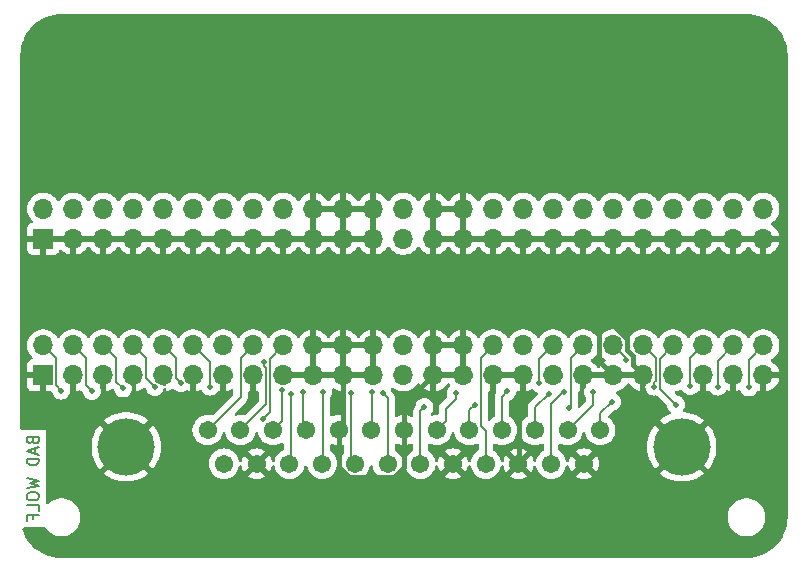
<source format=gbr>
%TF.GenerationSoftware,KiCad,Pcbnew,8.0.2*%
%TF.CreationDate,2024-12-18T21:51:39-06:00*%
%TF.ProjectId,daisy_chain_board,64616973-795f-4636-9861-696e5f626f61,rev?*%
%TF.SameCoordinates,Original*%
%TF.FileFunction,Copper,L2,Bot*%
%TF.FilePolarity,Positive*%
%FSLAX46Y46*%
G04 Gerber Fmt 4.6, Leading zero omitted, Abs format (unit mm)*
G04 Created by KiCad (PCBNEW 8.0.2) date 2024-12-18 21:51:39*
%MOMM*%
%LPD*%
G01*
G04 APERTURE LIST*
%ADD10C,0.150000*%
%TA.AperFunction,NonConductor*%
%ADD11C,0.150000*%
%TD*%
%TA.AperFunction,ComponentPad*%
%ADD12R,1.700000X1.700000*%
%TD*%
%TA.AperFunction,ComponentPad*%
%ADD13O,1.700000X1.700000*%
%TD*%
%TA.AperFunction,ComponentPad*%
%ADD14C,1.545000*%
%TD*%
%TA.AperFunction,ComponentPad*%
%ADD15C,4.845000*%
%TD*%
%TA.AperFunction,ViaPad*%
%ADD16C,0.800000*%
%TD*%
%TA.AperFunction,ViaPad*%
%ADD17C,0.500000*%
%TD*%
%TA.AperFunction,Conductor*%
%ADD18C,0.400000*%
%TD*%
%TA.AperFunction,Conductor*%
%ADD19C,0.200000*%
%TD*%
%TA.AperFunction,Conductor*%
%ADD20C,0.150000*%
%TD*%
G04 APERTURE END LIST*
D10*
D11*
X81351009Y-35723333D02*
X81398628Y-35866190D01*
X81398628Y-35866190D02*
X81446247Y-35913809D01*
X81446247Y-35913809D02*
X81541485Y-35961428D01*
X81541485Y-35961428D02*
X81684342Y-35961428D01*
X81684342Y-35961428D02*
X81779580Y-35913809D01*
X81779580Y-35913809D02*
X81827200Y-35866190D01*
X81827200Y-35866190D02*
X81874819Y-35770952D01*
X81874819Y-35770952D02*
X81874819Y-35390000D01*
X81874819Y-35390000D02*
X80874819Y-35390000D01*
X80874819Y-35390000D02*
X80874819Y-35723333D01*
X80874819Y-35723333D02*
X80922438Y-35818571D01*
X80922438Y-35818571D02*
X80970057Y-35866190D01*
X80970057Y-35866190D02*
X81065295Y-35913809D01*
X81065295Y-35913809D02*
X81160533Y-35913809D01*
X81160533Y-35913809D02*
X81255771Y-35866190D01*
X81255771Y-35866190D02*
X81303390Y-35818571D01*
X81303390Y-35818571D02*
X81351009Y-35723333D01*
X81351009Y-35723333D02*
X81351009Y-35390000D01*
X81589104Y-36342381D02*
X81589104Y-36818571D01*
X81874819Y-36247143D02*
X80874819Y-36580476D01*
X80874819Y-36580476D02*
X81874819Y-36913809D01*
X81874819Y-37247143D02*
X80874819Y-37247143D01*
X80874819Y-37247143D02*
X80874819Y-37485238D01*
X80874819Y-37485238D02*
X80922438Y-37628095D01*
X80922438Y-37628095D02*
X81017676Y-37723333D01*
X81017676Y-37723333D02*
X81112914Y-37770952D01*
X81112914Y-37770952D02*
X81303390Y-37818571D01*
X81303390Y-37818571D02*
X81446247Y-37818571D01*
X81446247Y-37818571D02*
X81636723Y-37770952D01*
X81636723Y-37770952D02*
X81731961Y-37723333D01*
X81731961Y-37723333D02*
X81827200Y-37628095D01*
X81827200Y-37628095D02*
X81874819Y-37485238D01*
X81874819Y-37485238D02*
X81874819Y-37247143D01*
X80874819Y-38913810D02*
X81874819Y-39151905D01*
X81874819Y-39151905D02*
X81160533Y-39342381D01*
X81160533Y-39342381D02*
X81874819Y-39532857D01*
X81874819Y-39532857D02*
X80874819Y-39770953D01*
X80874819Y-40342381D02*
X80874819Y-40532857D01*
X80874819Y-40532857D02*
X80922438Y-40628095D01*
X80922438Y-40628095D02*
X81017676Y-40723333D01*
X81017676Y-40723333D02*
X81208152Y-40770952D01*
X81208152Y-40770952D02*
X81541485Y-40770952D01*
X81541485Y-40770952D02*
X81731961Y-40723333D01*
X81731961Y-40723333D02*
X81827200Y-40628095D01*
X81827200Y-40628095D02*
X81874819Y-40532857D01*
X81874819Y-40532857D02*
X81874819Y-40342381D01*
X81874819Y-40342381D02*
X81827200Y-40247143D01*
X81827200Y-40247143D02*
X81731961Y-40151905D01*
X81731961Y-40151905D02*
X81541485Y-40104286D01*
X81541485Y-40104286D02*
X81208152Y-40104286D01*
X81208152Y-40104286D02*
X81017676Y-40151905D01*
X81017676Y-40151905D02*
X80922438Y-40247143D01*
X80922438Y-40247143D02*
X80874819Y-40342381D01*
X81874819Y-41675714D02*
X81874819Y-41199524D01*
X81874819Y-41199524D02*
X80874819Y-41199524D01*
X81351009Y-42342381D02*
X81351009Y-42009048D01*
X81874819Y-42009048D02*
X80874819Y-42009048D01*
X80874819Y-42009048D02*
X80874819Y-42485238D01*
D12*
%TO.P,J7,1,Pin_1*%
%TO.N,GND*%
X82266500Y-30194500D03*
D13*
%TO.P,J7,2,Pin_2*%
%TO.N,C-D0*%
X82266500Y-27654500D03*
%TO.P,J7,3,Pin_3*%
%TO.N,GND*%
X84806500Y-30194500D03*
%TO.P,J7,4,Pin_4*%
%TO.N,C-D1*%
X84806500Y-27654500D03*
%TO.P,J7,5,Pin_5*%
%TO.N,GND*%
X87346500Y-30194500D03*
%TO.P,J7,6,Pin_6*%
%TO.N,C-D2*%
X87346500Y-27654500D03*
%TO.P,J7,7,Pin_7*%
%TO.N,GND*%
X89886500Y-30194500D03*
%TO.P,J7,8,Pin_8*%
%TO.N,C-D3*%
X89886500Y-27654500D03*
%TO.P,J7,9,Pin_9*%
%TO.N,GND*%
X92426500Y-30194500D03*
%TO.P,J7,10,Pin_10*%
%TO.N,C-D4*%
X92426500Y-27654500D03*
%TO.P,J7,11,Pin_11*%
%TO.N,GND*%
X94966500Y-30194500D03*
%TO.P,J7,12,Pin_12*%
%TO.N,C-D5*%
X94966500Y-27654500D03*
%TO.P,J7,13,Pin_13*%
%TO.N,GND*%
X97506500Y-30194500D03*
%TO.P,J7,14,Pin_14*%
%TO.N,C-D6*%
X97506500Y-27654500D03*
%TO.P,J7,15,Pin_15*%
%TO.N,GND*%
X100046500Y-30194500D03*
%TO.P,J7,16,Pin_16*%
%TO.N,C-D7*%
X100046500Y-27654500D03*
%TO.P,J7,17,Pin_17*%
%TO.N,GND*%
X102586500Y-30194500D03*
%TO.P,J7,18,Pin_18*%
%TO.N,C-DP*%
X102586500Y-27654500D03*
%TO.P,J7,19,Pin_19*%
%TO.N,GND*%
X105126500Y-30194500D03*
%TO.P,J7,20,Pin_20*%
X105126500Y-27654500D03*
%TO.P,J7,21,Pin_21*%
X107666500Y-30194500D03*
%TO.P,J7,22,Pin_22*%
X107666500Y-27654500D03*
%TO.P,J7,23,Pin_23*%
X110206500Y-30194500D03*
%TO.P,J7,24,Pin_24*%
X110206500Y-27654500D03*
%TO.P,J7,25,Pin_25*%
%TO.N,unconnected-(J7-Pin_25-Pad25)*%
X112746500Y-30194500D03*
%TO.P,J7,26,Pin_26*%
%TO.N,TERMPOW*%
X112746500Y-27654500D03*
%TO.P,J7,27,Pin_27*%
%TO.N,GND*%
X115286500Y-30194500D03*
%TO.P,J7,28,Pin_28*%
X115286500Y-27654500D03*
%TO.P,J7,29,Pin_29*%
X117826500Y-30194500D03*
%TO.P,J7,30,Pin_30*%
X117826500Y-27654500D03*
%TO.P,J7,31,Pin_31*%
X120366500Y-30194500D03*
%TO.P,J7,32,Pin_32*%
%TO.N,C-ATN*%
X120366500Y-27654500D03*
%TO.P,J7,33,Pin_33*%
%TO.N,GND*%
X122906500Y-30194500D03*
%TO.P,J7,34,Pin_34*%
%TO.N,unconnected-(J7-Pin_34-Pad34)*%
X122906500Y-27654500D03*
%TO.P,J7,35,Pin_35*%
%TO.N,GND*%
X125446500Y-30194500D03*
%TO.P,J7,36,Pin_36*%
%TO.N,C-BSY*%
X125446500Y-27654500D03*
%TO.P,J7,37,Pin_37*%
%TO.N,GND*%
X127986500Y-30194500D03*
%TO.P,J7,38,Pin_38*%
%TO.N,C-ACK*%
X127986500Y-27654500D03*
%TO.P,J7,39,Pin_39*%
%TO.N,GND*%
X130526500Y-30194500D03*
%TO.P,J7,40,Pin_40*%
%TO.N,C-RST*%
X130526500Y-27654500D03*
%TO.P,J7,41,Pin_41*%
%TO.N,GND*%
X133066500Y-30194500D03*
%TO.P,J7,42,Pin_42*%
%TO.N,C-MSG*%
X133066500Y-27654500D03*
%TO.P,J7,43,Pin_43*%
%TO.N,GND*%
X135606500Y-30194500D03*
%TO.P,J7,44,Pin_44*%
%TO.N,C-SEL*%
X135606500Y-27654500D03*
%TO.P,J7,45,Pin_45*%
%TO.N,GND*%
X138146500Y-30194500D03*
%TO.P,J7,46,Pin_46*%
%TO.N,C-C_D*%
X138146500Y-27654500D03*
%TO.P,J7,47,Pin_47*%
%TO.N,GND*%
X140686500Y-30194500D03*
%TO.P,J7,48,Pin_48*%
%TO.N,C-REQ*%
X140686500Y-27654500D03*
%TO.P,J7,49,Pin_49*%
%TO.N,GND*%
X143226500Y-30194500D03*
%TO.P,J7,50,Pin_50*%
%TO.N,C-I_O*%
X143226500Y-27654500D03*
%TD*%
D12*
%TO.P,J1,1,Pin_1*%
%TO.N,GND*%
X82266500Y-18630000D03*
D13*
%TO.P,J1,2,Pin_2*%
%TO.N,C-D0*%
X82266500Y-16090000D03*
%TO.P,J1,3,Pin_3*%
%TO.N,GND*%
X84806500Y-18630000D03*
%TO.P,J1,4,Pin_4*%
%TO.N,C-D1*%
X84806500Y-16090000D03*
%TO.P,J1,5,Pin_5*%
%TO.N,GND*%
X87346500Y-18630000D03*
%TO.P,J1,6,Pin_6*%
%TO.N,C-D2*%
X87346500Y-16090000D03*
%TO.P,J1,7,Pin_7*%
%TO.N,GND*%
X89886500Y-18630000D03*
%TO.P,J1,8,Pin_8*%
%TO.N,C-D3*%
X89886500Y-16090000D03*
%TO.P,J1,9,Pin_9*%
%TO.N,GND*%
X92426500Y-18630000D03*
%TO.P,J1,10,Pin_10*%
%TO.N,C-D4*%
X92426500Y-16090000D03*
%TO.P,J1,11,Pin_11*%
%TO.N,GND*%
X94966500Y-18630000D03*
%TO.P,J1,12,Pin_12*%
%TO.N,C-D5*%
X94966500Y-16090000D03*
%TO.P,J1,13,Pin_13*%
%TO.N,GND*%
X97506500Y-18630000D03*
%TO.P,J1,14,Pin_14*%
%TO.N,C-D6*%
X97506500Y-16090000D03*
%TO.P,J1,15,Pin_15*%
%TO.N,GND*%
X100046500Y-18630000D03*
%TO.P,J1,16,Pin_16*%
%TO.N,C-D7*%
X100046500Y-16090000D03*
%TO.P,J1,17,Pin_17*%
%TO.N,GND*%
X102586500Y-18630000D03*
%TO.P,J1,18,Pin_18*%
%TO.N,C-DP*%
X102586500Y-16090000D03*
%TO.P,J1,19,Pin_19*%
%TO.N,GND*%
X105126500Y-18630000D03*
%TO.P,J1,20,Pin_20*%
X105126500Y-16090000D03*
%TO.P,J1,21,Pin_21*%
X107666500Y-18630000D03*
%TO.P,J1,22,Pin_22*%
X107666500Y-16090000D03*
%TO.P,J1,23,Pin_23*%
X110206500Y-18630000D03*
%TO.P,J1,24,Pin_24*%
X110206500Y-16090000D03*
%TO.P,J1,25,Pin_25*%
%TO.N,unconnected-(J1-Pin_25-Pad25)*%
X112746500Y-18630000D03*
%TO.P,J1,26,Pin_26*%
%TO.N,TERMPOW*%
X112746500Y-16090000D03*
%TO.P,J1,27,Pin_27*%
%TO.N,GND*%
X115286500Y-18630000D03*
%TO.P,J1,28,Pin_28*%
X115286500Y-16090000D03*
%TO.P,J1,29,Pin_29*%
X117826500Y-18630000D03*
%TO.P,J1,30,Pin_30*%
X117826500Y-16090000D03*
%TO.P,J1,31,Pin_31*%
X120366500Y-18630000D03*
%TO.P,J1,32,Pin_32*%
%TO.N,C-ATN*%
X120366500Y-16090000D03*
%TO.P,J1,33,Pin_33*%
%TO.N,GND*%
X122906500Y-18630000D03*
%TO.P,J1,34,Pin_34*%
%TO.N,unconnected-(J1-Pin_34-Pad34)*%
X122906500Y-16090000D03*
%TO.P,J1,35,Pin_35*%
%TO.N,GND*%
X125446500Y-18630000D03*
%TO.P,J1,36,Pin_36*%
%TO.N,C-BSY*%
X125446500Y-16090000D03*
%TO.P,J1,37,Pin_37*%
%TO.N,GND*%
X127986500Y-18630000D03*
%TO.P,J1,38,Pin_38*%
%TO.N,C-ACK*%
X127986500Y-16090000D03*
%TO.P,J1,39,Pin_39*%
%TO.N,GND*%
X130526500Y-18630000D03*
%TO.P,J1,40,Pin_40*%
%TO.N,C-RST*%
X130526500Y-16090000D03*
%TO.P,J1,41,Pin_41*%
%TO.N,GND*%
X133066500Y-18630000D03*
%TO.P,J1,42,Pin_42*%
%TO.N,C-MSG*%
X133066500Y-16090000D03*
%TO.P,J1,43,Pin_43*%
%TO.N,GND*%
X135606500Y-18630000D03*
%TO.P,J1,44,Pin_44*%
%TO.N,C-SEL*%
X135606500Y-16090000D03*
%TO.P,J1,45,Pin_45*%
%TO.N,GND*%
X138146500Y-18630000D03*
%TO.P,J1,46,Pin_46*%
%TO.N,C-C_D*%
X138146500Y-16090000D03*
%TO.P,J1,47,Pin_47*%
%TO.N,GND*%
X140686500Y-18630000D03*
%TO.P,J1,48,Pin_48*%
%TO.N,C-REQ*%
X140686500Y-16090000D03*
%TO.P,J1,49,Pin_49*%
%TO.N,GND*%
X143226500Y-18630000D03*
%TO.P,J1,50,Pin_50*%
%TO.N,C-I_O*%
X143226500Y-16090000D03*
%TD*%
D14*
%TO.P,J8,1,1*%
%TO.N,C-REQ*%
X129420000Y-34830000D03*
%TO.P,J8,2,2*%
%TO.N,C-MSG*%
X126650000Y-34830000D03*
%TO.P,J8,3,3*%
%TO.N,C-I_O*%
X123880000Y-34830000D03*
%TO.P,J8,4,4*%
%TO.N,C-RST*%
X121110000Y-34830000D03*
%TO.P,J8,5,5*%
%TO.N,C-ACK*%
X118340000Y-34830000D03*
%TO.P,J8,6,6*%
%TO.N,C-BSY*%
X115570000Y-34830000D03*
%TO.P,J8,7,7*%
%TO.N,GND*%
X112800000Y-34830000D03*
%TO.P,J8,8,8*%
%TO.N,C-D0*%
X110030000Y-34830000D03*
%TO.P,J8,9,9*%
%TO.N,GND*%
X107260000Y-34830000D03*
%TO.P,J8,10,10*%
%TO.N,C-D3*%
X104490000Y-34830000D03*
%TO.P,J8,11,11*%
%TO.N,C-D5*%
X101720000Y-34830000D03*
%TO.P,J8,12,12*%
%TO.N,C-D6*%
X98950000Y-34830000D03*
%TO.P,J8,13,13*%
%TO.N,C-D7*%
X96180000Y-34830000D03*
%TO.P,J8,14,14*%
%TO.N,GND*%
X128035000Y-37670000D03*
%TO.P,J8,15,15*%
%TO.N,C-C_D*%
X125265000Y-37670000D03*
%TO.P,J8,16,16*%
%TO.N,GND*%
X122495000Y-37670000D03*
%TO.P,J8,17,17*%
%TO.N,C-ATN*%
X119725000Y-37670000D03*
%TO.P,J8,18,18*%
%TO.N,GND*%
X116955000Y-37670000D03*
%TO.P,J8,19,19*%
%TO.N,C-SEL*%
X114185000Y-37670000D03*
%TO.P,J8,20,20*%
%TO.N,C-DP*%
X111415000Y-37670000D03*
%TO.P,J8,21,21*%
%TO.N,C-D1*%
X108645000Y-37670000D03*
%TO.P,J8,22,22*%
%TO.N,C-D2*%
X105875000Y-37670000D03*
%TO.P,J8,23,23*%
%TO.N,C-D4*%
X103105000Y-37670000D03*
%TO.P,J8,24,24*%
%TO.N,GND*%
X100335000Y-37670000D03*
%TO.P,J8,25,25*%
%TO.N,TERMPOW*%
X97565000Y-37670000D03*
D15*
%TO.P,J8,MH1,MH1*%
%TO.N,GND*%
X136320000Y-36250000D03*
%TO.P,J8,MH2,MH2*%
X89280000Y-36250000D03*
%TD*%
D16*
%TO.N,GND*%
X126629563Y-11970000D03*
X116542607Y-11970000D03*
X123680000Y-2610000D03*
X129151302Y-11970000D03*
X104350000Y-2510000D03*
X131673041Y-11970000D03*
X111499129Y-11970000D03*
X136716519Y-11970000D03*
X108977390Y-11970000D03*
X101412173Y-11970000D03*
X118660000Y-2610000D03*
X103933912Y-11970000D03*
X91325217Y-11970000D03*
X134194780Y-11970000D03*
X111340000Y-2610000D03*
X86281739Y-11970000D03*
X124107824Y-11970000D03*
X83760000Y-11970000D03*
X93846956Y-11970000D03*
X106455651Y-11970000D03*
X121586085Y-11970000D03*
X100364000Y-35719000D03*
X96368695Y-11970000D03*
X114020868Y-11970000D03*
X98890434Y-11970000D03*
X139238258Y-11970000D03*
X141760000Y-11970000D03*
X119064346Y-11970000D03*
X88803478Y-11970000D03*
D17*
%TO.N,C-REQ*%
X130419308Y-32414713D03*
X139350000Y-31150000D03*
%TO.N,C-MSG*%
X128817950Y-31630159D03*
X133993502Y-31150000D03*
%TO.N,C-BSY*%
X124270000Y-30872990D03*
X117187010Y-31684832D03*
%TO.N,C-SEL*%
X135828947Y-32665648D03*
X114530000Y-32870000D03*
%TO.N,C-RST*%
X121540000Y-31560000D03*
X131560000Y-28920000D03*
%TO.N,C-ACK*%
X118812489Y-32689064D03*
X126730000Y-32950000D03*
%TO.N,C-DP*%
X100860000Y-33850000D03*
X110992489Y-31685265D03*
%TO.N,C-D0*%
X110120000Y-31630000D03*
X83780000Y-31480000D03*
%TO.N,C-D1*%
X108350000Y-31680000D03*
X86370000Y-31530000D03*
%TO.N,C-D2*%
X105950000Y-31630000D03*
X89002424Y-31302989D03*
%TO.N,C-D3*%
X104280000Y-31580000D03*
X91693529Y-31178968D03*
%TO.N,C-D4*%
X103220000Y-31750000D03*
X93930504Y-30851957D03*
%TO.N,C-D5*%
X96380000Y-31150000D03*
X102510000Y-31434946D03*
%TO.N,C-D6*%
X100973502Y-29027449D03*
%TO.N,C-I_O*%
X125036247Y-31748511D03*
X142000000Y-31220000D03*
%TO.N,C-C_D*%
X126371042Y-31585360D03*
X137054940Y-31121502D03*
%TD*%
D18*
%TO.N,GND*%
X112801600Y-37912262D02*
X112801600Y-34830000D01*
X107666500Y-34425100D02*
X107261600Y-34830000D01*
X130253962Y-25640000D02*
X129340000Y-25640000D01*
X133066500Y-30194500D02*
X132216501Y-29344501D01*
X112801600Y-32679400D02*
X112801600Y-34830000D01*
X132216501Y-29344501D02*
X132216501Y-28546463D01*
X131703501Y-28033463D02*
X131703501Y-27089539D01*
X129349499Y-25649499D02*
X129340000Y-25640000D01*
X108118839Y-38769501D02*
X111944361Y-38769501D01*
X129349499Y-29017499D02*
X129349499Y-25649499D01*
X122906500Y-31396581D02*
X122496600Y-31806481D01*
X131703501Y-27089539D02*
X130253962Y-25640000D01*
X122496600Y-31806481D02*
X122496600Y-37670000D01*
X111944361Y-38769501D02*
X112801600Y-37912262D01*
X107261600Y-37912262D02*
X108118839Y-38769501D01*
X107666500Y-30194500D02*
X107666500Y-34425100D01*
X107261600Y-34830000D02*
X107261600Y-37912262D01*
X132216501Y-28546463D02*
X131703501Y-28033463D01*
X115286500Y-30194500D02*
X112801600Y-32679400D01*
X130526500Y-30194500D02*
X129349499Y-29017499D01*
X122906500Y-30194500D02*
X122906500Y-31396581D01*
D19*
%TO.N,C-REQ*%
X139350000Y-28991000D02*
X140686500Y-27654500D01*
X129421600Y-33412421D02*
X130419308Y-32414713D01*
X139350000Y-31150000D02*
X139350000Y-28991000D01*
X129421600Y-34830000D02*
X129421600Y-33412421D01*
%TO.N,C-MSG*%
X126651600Y-34830000D02*
X128817950Y-32663650D01*
X128817950Y-32663650D02*
X128817950Y-31630159D01*
X133993502Y-30796447D02*
X133993502Y-31150000D01*
X134143501Y-28731501D02*
X134143501Y-30646448D01*
X133066500Y-27654500D02*
X134143501Y-28731501D01*
X134143501Y-30646448D02*
X133993502Y-30796447D01*
%TO.N,C-BSY*%
X117187010Y-32191212D02*
X117187010Y-31684832D01*
X124270000Y-28831000D02*
X124270000Y-30872990D01*
X115571600Y-34830000D02*
X116344099Y-34057501D01*
X116344099Y-34057501D02*
X116344099Y-33034123D01*
X116344099Y-33034123D02*
X117187010Y-32191212D01*
X125446500Y-27654500D02*
X124270000Y-28831000D01*
%TO.N,C-SEL*%
X134470512Y-31307213D02*
X135828947Y-32665648D01*
X114530000Y-32870000D02*
X114186600Y-33213400D01*
X114186600Y-33213400D02*
X114186600Y-37670000D01*
X135606500Y-27654500D02*
X134470512Y-28790488D01*
X134470512Y-28790488D02*
X134470512Y-31307213D01*
D20*
%TO.N,C-RST*%
X131560000Y-28688000D02*
X131560000Y-28920000D01*
D19*
X121111600Y-31988400D02*
X121540000Y-31560000D01*
X121111600Y-34830000D02*
X121111600Y-31988400D01*
D20*
X130526500Y-27654500D02*
X131560000Y-28688000D01*
D19*
%TO.N,C-ACK*%
X126909499Y-32770501D02*
X126730000Y-32950000D01*
X118341600Y-33159953D02*
X118812489Y-32689064D01*
X127986500Y-27654500D02*
X126909499Y-28731501D01*
X118341600Y-34830000D02*
X118341600Y-33159953D01*
X126909499Y-28731501D02*
X126909499Y-32770501D01*
%TO.N,C-ATN*%
X120366500Y-27654500D02*
X119289499Y-28731501D01*
X119726600Y-34924262D02*
X119726600Y-37670000D01*
X119289499Y-34487161D02*
X119726600Y-34924262D01*
X119289499Y-28731501D02*
X119289499Y-34487161D01*
%TO.N,C-DP*%
X101450512Y-33259488D02*
X101450512Y-28790488D01*
X110992489Y-31685265D02*
X111416600Y-32109376D01*
X100860000Y-33850000D02*
X101450512Y-33259488D01*
X101450512Y-28790488D02*
X102586500Y-27654500D01*
X111416600Y-37670000D02*
X111416600Y-32109376D01*
%TO.N,C-D0*%
X110120000Y-31630000D02*
X110120000Y-34741600D01*
X82266500Y-27654500D02*
X83343501Y-28731501D01*
X83343501Y-28731501D02*
X83343501Y-31043501D01*
X83343501Y-31043501D02*
X83780000Y-31480000D01*
%TO.N,C-D1*%
X85883501Y-31043501D02*
X86370000Y-31530000D01*
X108350000Y-31680000D02*
X108350000Y-37373400D01*
X84806500Y-27654500D02*
X85883501Y-28731501D01*
X85883501Y-28731501D02*
X85883501Y-31043501D01*
%TO.N,C-D2*%
X88423501Y-30724066D02*
X89002424Y-31302989D01*
X87346500Y-27654500D02*
X88423501Y-28731501D01*
X105950000Y-31630000D02*
X105950000Y-37596600D01*
X88423501Y-28731501D02*
X88423501Y-30724066D01*
%TO.N,C-D3*%
X104280000Y-31580000D02*
X104280000Y-34618400D01*
X90963501Y-28731501D02*
X90963501Y-30448940D01*
X90963501Y-30448940D02*
X91693529Y-31178968D01*
X89886500Y-27654500D02*
X90963501Y-28731501D01*
%TO.N,C-D4*%
X92426500Y-27654500D02*
X93503501Y-28731501D01*
X93503501Y-30424954D02*
X93930504Y-30851957D01*
X103220000Y-31750000D02*
X103220000Y-37556600D01*
X93503501Y-28731501D02*
X93503501Y-30424954D01*
%TO.N,C-D5*%
X102510000Y-34041600D02*
X102510000Y-31434946D01*
X94966500Y-27654500D02*
X96380000Y-29068000D01*
X101721600Y-34830000D02*
X102510000Y-34041600D01*
X96380000Y-29068000D02*
X96380000Y-31150000D01*
%TO.N,C-D6*%
X101123501Y-32658099D02*
X101123501Y-29531001D01*
X100973502Y-29381002D02*
X100973502Y-29027449D01*
X101123501Y-29531001D02*
X100973502Y-29381002D01*
X98951600Y-34830000D02*
X101123501Y-32658099D01*
%TO.N,C-D7*%
X98969499Y-28731501D02*
X98969499Y-32042101D01*
X100046500Y-27654500D02*
X98969499Y-28731501D01*
X98969499Y-32042101D02*
X96181600Y-34830000D01*
%TO.N,C-I_O*%
X123881600Y-32903158D02*
X125036247Y-31748511D01*
X142000000Y-28881000D02*
X143226500Y-27654500D01*
X123881600Y-34830000D02*
X123881600Y-32903158D01*
X142000000Y-31220000D02*
X142000000Y-28881000D01*
%TO.N,C-C_D*%
X126301830Y-31568978D02*
X126354660Y-31568978D01*
X138146500Y-27654500D02*
X137054940Y-28746060D01*
X125266600Y-37670000D02*
X125266600Y-32604208D01*
X125266600Y-32604208D02*
X126301830Y-31568978D01*
X126354660Y-31568978D02*
X126371042Y-31585360D01*
X137054940Y-28746060D02*
X137054940Y-31121502D01*
%TD*%
%TA.AperFunction,Conductor*%
%TO.N,GND*%
G36*
X117004599Y-34981508D02*
G01*
X117059346Y-35026711D01*
X117076704Y-35064718D01*
X117098542Y-35146217D01*
X117131655Y-35269799D01*
X117131657Y-35269804D01*
X117226383Y-35472945D01*
X117226384Y-35472947D01*
X117354945Y-35656551D01*
X117354952Y-35656560D01*
X117513439Y-35815047D01*
X117513443Y-35815050D01*
X117513444Y-35815051D01*
X117697053Y-35943616D01*
X117900199Y-36038344D01*
X118116707Y-36096357D01*
X118340000Y-36115893D01*
X118563293Y-36096357D01*
X118779801Y-36038344D01*
X118938852Y-35964177D01*
X119009042Y-35953517D01*
X119073854Y-35982497D01*
X119112711Y-36041917D01*
X119118100Y-36078373D01*
X119118100Y-36465553D01*
X119098098Y-36533674D01*
X119064370Y-36568766D01*
X118898452Y-36684942D01*
X118898441Y-36684951D01*
X118739951Y-36843441D01*
X118739946Y-36843447D01*
X118611384Y-37027053D01*
X118516657Y-37230195D01*
X118516655Y-37230201D01*
X118461448Y-37436239D01*
X118424496Y-37496862D01*
X118360636Y-37527883D01*
X118290141Y-37519455D01*
X118235394Y-37474252D01*
X118218034Y-37436239D01*
X118162872Y-37230372D01*
X118162870Y-37230367D01*
X118068183Y-37027309D01*
X118022352Y-36961856D01*
X117451405Y-37532803D01*
X117434904Y-37471217D01*
X117367103Y-37353783D01*
X117271217Y-37257897D01*
X117153783Y-37190096D01*
X117092195Y-37173593D01*
X117663142Y-36602646D01*
X117663142Y-36602645D01*
X117597694Y-36556818D01*
X117597695Y-36556818D01*
X117394633Y-36462129D01*
X117394627Y-36462127D01*
X117178205Y-36404137D01*
X116955000Y-36384609D01*
X116731794Y-36404137D01*
X116515372Y-36462127D01*
X116515367Y-36462129D01*
X116312305Y-36556818D01*
X116246855Y-36602646D01*
X116817803Y-37173594D01*
X116756217Y-37190096D01*
X116638783Y-37257897D01*
X116542897Y-37353783D01*
X116475096Y-37471217D01*
X116458594Y-37532803D01*
X115887646Y-36961855D01*
X115841818Y-37027305D01*
X115747129Y-37230367D01*
X115747128Y-37230369D01*
X115691965Y-37436240D01*
X115655013Y-37496862D01*
X115591152Y-37527884D01*
X115520658Y-37519455D01*
X115465911Y-37474252D01*
X115448553Y-37436244D01*
X115393344Y-37230199D01*
X115298616Y-37027054D01*
X115170051Y-36843444D01*
X115011556Y-36684949D01*
X115011555Y-36684948D01*
X114848829Y-36571005D01*
X114804501Y-36515547D01*
X114795100Y-36467792D01*
X114795100Y-36079865D01*
X114815102Y-36011744D01*
X114868758Y-35965251D01*
X114939032Y-35955147D01*
X114974345Y-35965668D01*
X115130199Y-36038344D01*
X115346707Y-36096357D01*
X115570000Y-36115893D01*
X115793293Y-36096357D01*
X116009801Y-36038344D01*
X116212947Y-35943616D01*
X116396556Y-35815051D01*
X116555051Y-35656556D01*
X116683616Y-35472947D01*
X116778344Y-35269801D01*
X116833294Y-35064720D01*
X116870244Y-35004102D01*
X116934105Y-34973080D01*
X117004599Y-34981508D01*
G37*
%TD.AperFunction*%
%TA.AperFunction,Conductor*%
G36*
X122544599Y-34981508D02*
G01*
X122599346Y-35026711D01*
X122616704Y-35064718D01*
X122638542Y-35146217D01*
X122671655Y-35269799D01*
X122671657Y-35269804D01*
X122766383Y-35472945D01*
X122766384Y-35472947D01*
X122894945Y-35656551D01*
X122894952Y-35656560D01*
X123053439Y-35815047D01*
X123053443Y-35815050D01*
X123053444Y-35815051D01*
X123237053Y-35943616D01*
X123440199Y-36038344D01*
X123656707Y-36096357D01*
X123880000Y-36115893D01*
X124103293Y-36096357D01*
X124319801Y-36038344D01*
X124478852Y-35964177D01*
X124549042Y-35953517D01*
X124613854Y-35982497D01*
X124652711Y-36041917D01*
X124658100Y-36078373D01*
X124658100Y-36465553D01*
X124638098Y-36533674D01*
X124604370Y-36568766D01*
X124438452Y-36684942D01*
X124438441Y-36684951D01*
X124279951Y-36843441D01*
X124279946Y-36843447D01*
X124151384Y-37027053D01*
X124056657Y-37230195D01*
X124056655Y-37230201D01*
X124001448Y-37436239D01*
X123964496Y-37496862D01*
X123900636Y-37527883D01*
X123830141Y-37519455D01*
X123775394Y-37474252D01*
X123758034Y-37436239D01*
X123702872Y-37230372D01*
X123702870Y-37230367D01*
X123608183Y-37027309D01*
X123562352Y-36961856D01*
X122991405Y-37532803D01*
X122974904Y-37471217D01*
X122907103Y-37353783D01*
X122811217Y-37257897D01*
X122693783Y-37190096D01*
X122632195Y-37173593D01*
X123203142Y-36602646D01*
X123203142Y-36602645D01*
X123137694Y-36556818D01*
X123137695Y-36556818D01*
X122934633Y-36462129D01*
X122934627Y-36462127D01*
X122718205Y-36404137D01*
X122495000Y-36384609D01*
X122271794Y-36404137D01*
X122055372Y-36462127D01*
X122055367Y-36462129D01*
X121852305Y-36556818D01*
X121786855Y-36602646D01*
X122357803Y-37173594D01*
X122296217Y-37190096D01*
X122178783Y-37257897D01*
X122082897Y-37353783D01*
X122015096Y-37471217D01*
X121998594Y-37532803D01*
X121427646Y-36961855D01*
X121381818Y-37027305D01*
X121287129Y-37230367D01*
X121287128Y-37230369D01*
X121231965Y-37436240D01*
X121195013Y-37496862D01*
X121131152Y-37527884D01*
X121060658Y-37519455D01*
X121005911Y-37474252D01*
X120988553Y-37436244D01*
X120933344Y-37230199D01*
X120838616Y-37027054D01*
X120710051Y-36843444D01*
X120551556Y-36684949D01*
X120551555Y-36684948D01*
X120388829Y-36571005D01*
X120344501Y-36515547D01*
X120335100Y-36467792D01*
X120335100Y-36079865D01*
X120355102Y-36011744D01*
X120408758Y-35965251D01*
X120479032Y-35955147D01*
X120514345Y-35965668D01*
X120670199Y-36038344D01*
X120886707Y-36096357D01*
X121110000Y-36115893D01*
X121333293Y-36096357D01*
X121549801Y-36038344D01*
X121752947Y-35943616D01*
X121936556Y-35815051D01*
X122095051Y-35656556D01*
X122223616Y-35472947D01*
X122318344Y-35269801D01*
X122373294Y-35064720D01*
X122410244Y-35004102D01*
X122474105Y-34973080D01*
X122544599Y-34981508D01*
G37*
%TD.AperFunction*%
%TA.AperFunction,Conductor*%
G36*
X106737751Y-35999346D02*
G01*
X106820362Y-36037868D01*
X106820372Y-36037872D01*
X107036794Y-36095862D01*
X107260000Y-36115390D01*
X107483204Y-36095862D01*
X107582888Y-36069152D01*
X107653865Y-36070842D01*
X107712661Y-36110636D01*
X107740609Y-36175900D01*
X107741500Y-36190859D01*
X107741500Y-36709703D01*
X107721498Y-36777824D01*
X107704595Y-36798798D01*
X107659951Y-36843441D01*
X107659946Y-36843447D01*
X107531384Y-37027053D01*
X107436657Y-37230195D01*
X107436655Y-37230200D01*
X107429234Y-37257897D01*
X107381705Y-37435277D01*
X107344756Y-37495898D01*
X107280895Y-37526919D01*
X107210400Y-37518491D01*
X107155653Y-37473288D01*
X107138294Y-37435279D01*
X107083344Y-37230199D01*
X106988616Y-37027054D01*
X106860051Y-36843444D01*
X106701556Y-36684949D01*
X106612228Y-36622400D01*
X106567900Y-36566943D01*
X106558500Y-36519188D01*
X106558500Y-36113540D01*
X106578502Y-36045419D01*
X106632158Y-35998926D01*
X106702432Y-35988822D01*
X106737751Y-35999346D01*
G37*
%TD.AperFunction*%
%TA.AperFunction,Conductor*%
G36*
X113533854Y-35981945D02*
G01*
X113572711Y-36041364D01*
X113578100Y-36077821D01*
X113578100Y-36465553D01*
X113558098Y-36533674D01*
X113524370Y-36568766D01*
X113358452Y-36684942D01*
X113358441Y-36684951D01*
X113199951Y-36843441D01*
X113199946Y-36843447D01*
X113071384Y-37027053D01*
X112976657Y-37230195D01*
X112976655Y-37230200D01*
X112969234Y-37257897D01*
X112921705Y-37435277D01*
X112884756Y-37495898D01*
X112820895Y-37526919D01*
X112750400Y-37518491D01*
X112695653Y-37473288D01*
X112678294Y-37435279D01*
X112623344Y-37230199D01*
X112528616Y-37027054D01*
X112400051Y-36843444D01*
X112241556Y-36684949D01*
X112241555Y-36684948D01*
X112078829Y-36571005D01*
X112034501Y-36515547D01*
X112025100Y-36467792D01*
X112025100Y-36079313D01*
X112045102Y-36011192D01*
X112098758Y-35964699D01*
X112169032Y-35954595D01*
X112204350Y-35965118D01*
X112360367Y-36037870D01*
X112360372Y-36037872D01*
X112576794Y-36095862D01*
X112800000Y-36115390D01*
X113023205Y-36095862D01*
X113239627Y-36037872D01*
X113239632Y-36037870D01*
X113398850Y-35963626D01*
X113469041Y-35952965D01*
X113533854Y-35981945D01*
G37*
%TD.AperFunction*%
%TA.AperFunction,Conductor*%
G36*
X123160500Y-31528891D02*
G01*
X123241007Y-31515457D01*
X123241016Y-31515455D01*
X123453869Y-31442383D01*
X123453875Y-31442380D01*
X123574229Y-31377247D01*
X123643659Y-31362416D01*
X123710086Y-31387476D01*
X123723294Y-31398965D01*
X123794087Y-31469758D01*
X123794089Y-31469759D01*
X123794091Y-31469761D01*
X123938817Y-31560699D01*
X124064148Y-31604554D01*
X124121840Y-31645932D01*
X124148002Y-31711932D01*
X124134329Y-31781600D01*
X124111629Y-31812578D01*
X123394680Y-32529528D01*
X123394675Y-32529534D01*
X123314570Y-32668280D01*
X123314565Y-32668292D01*
X123306029Y-32700149D01*
X123306030Y-32700150D01*
X123277173Y-32807849D01*
X123273100Y-32823048D01*
X123273100Y-33625553D01*
X123253098Y-33693674D01*
X123219370Y-33728766D01*
X123053452Y-33844942D01*
X123053441Y-33844951D01*
X122894951Y-34003441D01*
X122894946Y-34003447D01*
X122766384Y-34187053D01*
X122671657Y-34390195D01*
X122671655Y-34390200D01*
X122651875Y-34464023D01*
X122616705Y-34595277D01*
X122579756Y-34655898D01*
X122515895Y-34686919D01*
X122445400Y-34678491D01*
X122390653Y-34633288D01*
X122373294Y-34595279D01*
X122318344Y-34390199D01*
X122223616Y-34187054D01*
X122095051Y-34003444D01*
X121936556Y-33844949D01*
X121936555Y-33844948D01*
X121773829Y-33731005D01*
X121729501Y-33675547D01*
X121720100Y-33627792D01*
X121720100Y-32389976D01*
X121740102Y-32321855D01*
X121793758Y-32275362D01*
X121804463Y-32271055D01*
X121871183Y-32247709D01*
X122015909Y-32156771D01*
X122136771Y-32035909D01*
X122227709Y-31891183D01*
X122284162Y-31729850D01*
X122300553Y-31584366D01*
X122328056Y-31518915D01*
X122386580Y-31478722D01*
X122457543Y-31476549D01*
X122466673Y-31479302D01*
X122571983Y-31515455D01*
X122571992Y-31515457D01*
X122652500Y-31528891D01*
X122652500Y-30625202D01*
X122713507Y-30660425D01*
X122840674Y-30694500D01*
X122972326Y-30694500D01*
X123099493Y-30660425D01*
X123160500Y-30625202D01*
X123160500Y-31528891D01*
G37*
%TD.AperFunction*%
%TA.AperFunction,Conductor*%
G36*
X120620500Y-31587295D02*
G01*
X120615770Y-31587295D01*
X120616186Y-31621639D01*
X120603988Y-31650607D01*
X120544569Y-31753522D01*
X120544567Y-31753528D01*
X120537770Y-31778898D01*
X120535474Y-31787468D01*
X120503256Y-31907709D01*
X120503100Y-31908290D01*
X120503100Y-33625553D01*
X120483098Y-33693674D01*
X120449370Y-33728766D01*
X120283452Y-33844942D01*
X120283441Y-33844951D01*
X120124951Y-34003441D01*
X120121407Y-34007665D01*
X120119696Y-34006229D01*
X120071716Y-34044555D01*
X120001094Y-34051841D01*
X119937744Y-34019789D01*
X119901780Y-33958575D01*
X119897999Y-33927940D01*
X119897999Y-31641866D01*
X119918001Y-31573745D01*
X119971657Y-31527252D01*
X120041931Y-31517148D01*
X120044738Y-31517584D01*
X120112500Y-31528891D01*
X120112500Y-30625202D01*
X120173507Y-30660425D01*
X120300674Y-30694500D01*
X120432326Y-30694500D01*
X120559493Y-30660425D01*
X120620500Y-30625202D01*
X120620500Y-31587295D01*
G37*
%TD.AperFunction*%
%TA.AperFunction,Conductor*%
G36*
X115540500Y-31528891D02*
G01*
X115621007Y-31515457D01*
X115621016Y-31515455D01*
X115833869Y-31442383D01*
X115833871Y-31442382D01*
X116031800Y-31335268D01*
X116031801Y-31335267D01*
X116209402Y-31197034D01*
X116361827Y-31031455D01*
X116451017Y-30894941D01*
X116505021Y-30848852D01*
X116575368Y-30839277D01*
X116639726Y-30869254D01*
X116661983Y-30894940D01*
X116701742Y-30955795D01*
X116722255Y-31023763D01*
X116702766Y-31092033D01*
X116685355Y-31113806D01*
X116590240Y-31208921D01*
X116499300Y-31353649D01*
X116442847Y-31514983D01*
X116423711Y-31684832D01*
X116442847Y-31854680D01*
X116442848Y-31854682D01*
X116473495Y-31942267D01*
X116473763Y-31943031D01*
X116477383Y-32013935D01*
X116443930Y-32073741D01*
X115857179Y-32660493D01*
X115857174Y-32660499D01*
X115777065Y-32799252D01*
X115766208Y-32839770D01*
X115766209Y-32839771D01*
X115735599Y-32954011D01*
X115735599Y-33421090D01*
X115715597Y-33489211D01*
X115661941Y-33535704D01*
X115598618Y-33546610D01*
X115570000Y-33544107D01*
X115346707Y-33563643D01*
X115203053Y-33602134D01*
X115132077Y-33600444D01*
X115073281Y-33560649D01*
X115045334Y-33495384D01*
X115057108Y-33425371D01*
X115081345Y-33391334D01*
X115126771Y-33345909D01*
X115217709Y-33201183D01*
X115274162Y-33039850D01*
X115293299Y-32870000D01*
X115274162Y-32700150D01*
X115217709Y-32538817D01*
X115126771Y-32394091D01*
X115126769Y-32394089D01*
X115126768Y-32394087D01*
X115005912Y-32273231D01*
X115002875Y-32271323D01*
X114915134Y-32216191D01*
X114861182Y-32182290D01*
X114761270Y-32147330D01*
X114699850Y-32125838D01*
X114699848Y-32125837D01*
X114699850Y-32125837D01*
X114530000Y-32106701D01*
X114360151Y-32125837D01*
X114198817Y-32182290D01*
X114054087Y-32273231D01*
X113933231Y-32394087D01*
X113842290Y-32538817D01*
X113785839Y-32700144D01*
X113785838Y-32700151D01*
X113783985Y-32716591D01*
X113756481Y-32782043D01*
X113747875Y-32791575D01*
X113699676Y-32839775D01*
X113619570Y-32978522D01*
X113619565Y-32978534D01*
X113610760Y-33011395D01*
X113610761Y-33011396D01*
X113578650Y-33131239D01*
X113578100Y-33133290D01*
X113578100Y-33582178D01*
X113558098Y-33650299D01*
X113504442Y-33696792D01*
X113434168Y-33706896D01*
X113398850Y-33696373D01*
X113239633Y-33622129D01*
X113239627Y-33622127D01*
X113023205Y-33564137D01*
X112800000Y-33544609D01*
X112576794Y-33564137D01*
X112360372Y-33622127D01*
X112360366Y-33622129D01*
X112204350Y-33694881D01*
X112134158Y-33705542D01*
X112069345Y-33676562D01*
X112030489Y-33617142D01*
X112025100Y-33580686D01*
X112025100Y-32029266D01*
X112021937Y-32017462D01*
X111983632Y-31874504D01*
X111950249Y-31816683D01*
X111926610Y-31775739D01*
X111903524Y-31735752D01*
X111903523Y-31735751D01*
X111903522Y-31735749D01*
X111774614Y-31606841D01*
X111740591Y-31544532D01*
X111738503Y-31531853D01*
X111736652Y-31515422D01*
X111736651Y-31515420D01*
X111736651Y-31515415D01*
X111692615Y-31389570D01*
X111688996Y-31318667D01*
X111724285Y-31257062D01*
X111787279Y-31224315D01*
X111857976Y-31230823D01*
X111888936Y-31248525D01*
X112000382Y-31335267D01*
X112000924Y-31335689D01*
X112198926Y-31442842D01*
X112198927Y-31442842D01*
X112198928Y-31442843D01*
X112286304Y-31472839D01*
X112411865Y-31515944D01*
X112633931Y-31553000D01*
X112633935Y-31553000D01*
X112859065Y-31553000D01*
X112859069Y-31553000D01*
X113081135Y-31515944D01*
X113294074Y-31442842D01*
X113492076Y-31335689D01*
X113669740Y-31197406D01*
X113822222Y-31031768D01*
X113822427Y-31031455D01*
X113851666Y-30986701D01*
X113911316Y-30895398D01*
X113965319Y-30849310D01*
X114035667Y-30839735D01*
X114100024Y-30869712D01*
X114122282Y-30895398D01*
X114211174Y-31031458D01*
X114363597Y-31197034D01*
X114541198Y-31335267D01*
X114541199Y-31335268D01*
X114739128Y-31442382D01*
X114739130Y-31442383D01*
X114951983Y-31515455D01*
X114951992Y-31515457D01*
X115032500Y-31528891D01*
X115032500Y-30625202D01*
X115093507Y-30660425D01*
X115220674Y-30694500D01*
X115352326Y-30694500D01*
X115479493Y-30660425D01*
X115540500Y-30625202D01*
X115540500Y-31528891D01*
G37*
%TD.AperFunction*%
%TA.AperFunction,Conductor*%
G36*
X106855798Y-31290760D02*
G01*
X106886758Y-31308462D01*
X106921190Y-31335262D01*
X106921199Y-31335268D01*
X107119128Y-31442382D01*
X107119130Y-31442383D01*
X107331983Y-31515455D01*
X107331992Y-31515457D01*
X107482350Y-31540547D01*
X107546250Y-31571489D01*
X107583278Y-31632065D01*
X107586368Y-31672924D01*
X107586701Y-31672924D01*
X107586701Y-31677320D01*
X107586822Y-31678920D01*
X107586701Y-31679995D01*
X107586701Y-31679998D01*
X107586701Y-31680000D01*
X107591013Y-31718270D01*
X107605837Y-31849848D01*
X107662290Y-32011182D01*
X107677829Y-32035912D01*
X107722187Y-32106506D01*
X107741500Y-32173542D01*
X107741500Y-33469140D01*
X107721498Y-33537261D01*
X107667842Y-33583754D01*
X107597568Y-33593858D01*
X107582889Y-33590847D01*
X107483205Y-33564137D01*
X107260000Y-33544609D01*
X107036794Y-33564137D01*
X106820372Y-33622127D01*
X106820366Y-33622129D01*
X106737750Y-33660654D01*
X106667558Y-33671315D01*
X106602745Y-33642335D01*
X106563889Y-33582915D01*
X106558500Y-33546459D01*
X106558500Y-32123542D01*
X106577812Y-32056506D01*
X106637709Y-31961183D01*
X106694162Y-31799850D01*
X106713299Y-31630000D01*
X106694162Y-31460150D01*
X106690437Y-31449507D01*
X106686818Y-31378605D01*
X106722107Y-31316999D01*
X106785100Y-31284252D01*
X106855798Y-31290760D01*
G37*
%TD.AperFunction*%
%TA.AperFunction,Conductor*%
G36*
X100300500Y-31528890D02*
G01*
X100368262Y-31517584D01*
X100438746Y-31526102D01*
X100493436Y-31571373D01*
X100514969Y-31639025D01*
X100515001Y-31641866D01*
X100515001Y-32353859D01*
X100494999Y-32421980D01*
X100478096Y-32442954D01*
X99369938Y-33551111D01*
X99307626Y-33585137D01*
X99248232Y-33583723D01*
X99173293Y-33563643D01*
X98950000Y-33544107D01*
X98726707Y-33563643D01*
X98609646Y-33595009D01*
X98538670Y-33593319D01*
X98479874Y-33553524D01*
X98451927Y-33488260D01*
X98463701Y-33418246D01*
X98487937Y-33384211D01*
X99456421Y-32415728D01*
X99536531Y-32276973D01*
X99549940Y-32226930D01*
X99577999Y-32122212D01*
X99577999Y-31641866D01*
X99598001Y-31573745D01*
X99651657Y-31527252D01*
X99721931Y-31517148D01*
X99724738Y-31517584D01*
X99792500Y-31528891D01*
X99792500Y-30625202D01*
X99853507Y-30660425D01*
X99980674Y-30694500D01*
X100112326Y-30694500D01*
X100239493Y-30660425D01*
X100300500Y-30625202D01*
X100300500Y-31528890D01*
G37*
%TD.AperFunction*%
%TA.AperFunction,Conductor*%
G36*
X128240500Y-31087201D02*
G01*
X128221187Y-31154238D01*
X128130240Y-31298976D01*
X128073787Y-31460310D01*
X128054651Y-31630159D01*
X128073787Y-31800007D01*
X128130240Y-31961341D01*
X128148687Y-31990698D01*
X128190137Y-32056665D01*
X128209450Y-32123701D01*
X128209450Y-32359409D01*
X128189448Y-32427530D01*
X128172545Y-32448504D01*
X127733094Y-32887955D01*
X127670782Y-32921981D01*
X127599967Y-32916916D01*
X127543131Y-32874369D01*
X127518320Y-32807849D01*
X127517999Y-32798860D01*
X127517999Y-31641866D01*
X127538001Y-31573745D01*
X127591657Y-31527252D01*
X127661931Y-31517148D01*
X127664738Y-31517584D01*
X127732500Y-31528891D01*
X127732500Y-30625202D01*
X127793507Y-30660425D01*
X127920674Y-30694500D01*
X128052326Y-30694500D01*
X128179493Y-30660425D01*
X128240500Y-30625202D01*
X128240500Y-31087201D01*
G37*
%TD.AperFunction*%
%TA.AperFunction,Conductor*%
G36*
X92680500Y-30961444D02*
G01*
X92660498Y-31029565D01*
X92606842Y-31076058D01*
X92536568Y-31086162D01*
X92471988Y-31056668D01*
X92435571Y-31003059D01*
X92381238Y-30847785D01*
X92350321Y-30798581D01*
X92290300Y-30703059D01*
X92290298Y-30703057D01*
X92290297Y-30703055D01*
X92252850Y-30665608D01*
X92360674Y-30694500D01*
X92492326Y-30694500D01*
X92619493Y-30660425D01*
X92680500Y-30625202D01*
X92680500Y-30961444D01*
G37*
%TD.AperFunction*%
%TA.AperFunction,Conductor*%
G36*
X84340575Y-30001507D02*
G01*
X84306500Y-30128674D01*
X84306500Y-30260326D01*
X84340575Y-30387493D01*
X84375797Y-30448500D01*
X84078001Y-30448500D01*
X84009880Y-30428498D01*
X83963387Y-30374842D01*
X83952001Y-30322500D01*
X83952001Y-30066500D01*
X83972003Y-29998379D01*
X84025659Y-29951886D01*
X84078001Y-29940500D01*
X84375797Y-29940500D01*
X84340575Y-30001507D01*
G37*
%TD.AperFunction*%
%TA.AperFunction,Conductor*%
G36*
X86880575Y-30001507D02*
G01*
X86846500Y-30128674D01*
X86846500Y-30260326D01*
X86880575Y-30387493D01*
X86915797Y-30448500D01*
X86618001Y-30448500D01*
X86549880Y-30428498D01*
X86503387Y-30374842D01*
X86492001Y-30322500D01*
X86492001Y-30066500D01*
X86512003Y-29998379D01*
X86565659Y-29951886D01*
X86618001Y-29940500D01*
X86915797Y-29940500D01*
X86880575Y-30001507D01*
G37*
%TD.AperFunction*%
%TA.AperFunction,Conductor*%
G36*
X89420575Y-30001507D02*
G01*
X89386500Y-30128674D01*
X89386500Y-30260326D01*
X89420575Y-30387493D01*
X89455797Y-30448500D01*
X89158001Y-30448500D01*
X89089880Y-30428498D01*
X89043387Y-30374842D01*
X89032001Y-30322500D01*
X89032001Y-30066500D01*
X89052003Y-29998379D01*
X89105659Y-29951886D01*
X89158001Y-29940500D01*
X89455797Y-29940500D01*
X89420575Y-30001507D01*
G37*
%TD.AperFunction*%
%TA.AperFunction,Conductor*%
G36*
X91960575Y-30001507D02*
G01*
X91926500Y-30128674D01*
X91926500Y-30260326D01*
X91960575Y-30387493D01*
X91995797Y-30448500D01*
X91923921Y-30448500D01*
X91882306Y-30441429D01*
X91863381Y-30434806D01*
X91863376Y-30434805D01*
X91846931Y-30432952D01*
X91781480Y-30405445D01*
X91771950Y-30396840D01*
X91608906Y-30233796D01*
X91574880Y-30171484D01*
X91572001Y-30144701D01*
X91572001Y-30066500D01*
X91592003Y-29998379D01*
X91645659Y-29951886D01*
X91698001Y-29940500D01*
X91995797Y-29940500D01*
X91960575Y-30001507D01*
G37*
%TD.AperFunction*%
%TA.AperFunction,Conductor*%
G36*
X95713621Y-29960502D02*
G01*
X95760114Y-30014158D01*
X95771500Y-30066500D01*
X95771500Y-30322500D01*
X95751498Y-30390621D01*
X95697842Y-30437114D01*
X95645500Y-30448500D01*
X95397203Y-30448500D01*
X95432425Y-30387493D01*
X95466500Y-30260326D01*
X95466500Y-30128674D01*
X95432425Y-30001507D01*
X95397203Y-29940500D01*
X95645500Y-29940500D01*
X95713621Y-29960502D01*
G37*
%TD.AperFunction*%
%TA.AperFunction,Conductor*%
G36*
X98303120Y-29960502D02*
G01*
X98349613Y-30014158D01*
X98360999Y-30066500D01*
X98360999Y-30322500D01*
X98340997Y-30390621D01*
X98287341Y-30437114D01*
X98234999Y-30448500D01*
X97937203Y-30448500D01*
X97972425Y-30387493D01*
X98006500Y-30260326D01*
X98006500Y-30128674D01*
X97972425Y-30001507D01*
X97937203Y-29940500D01*
X98234999Y-29940500D01*
X98303120Y-29960502D01*
G37*
%TD.AperFunction*%
%TA.AperFunction,Conductor*%
G36*
X104660575Y-30001507D02*
G01*
X104626500Y-30128674D01*
X104626500Y-30260326D01*
X104660575Y-30387493D01*
X104695797Y-30448500D01*
X103017203Y-30448500D01*
X103052425Y-30387493D01*
X103086500Y-30260326D01*
X103086500Y-30128674D01*
X103052425Y-30001507D01*
X103017203Y-29940500D01*
X104695797Y-29940500D01*
X104660575Y-30001507D01*
G37*
%TD.AperFunction*%
%TA.AperFunction,Conductor*%
G36*
X107200575Y-30001507D02*
G01*
X107166500Y-30128674D01*
X107166500Y-30260326D01*
X107200575Y-30387493D01*
X107235797Y-30448500D01*
X105557203Y-30448500D01*
X105592425Y-30387493D01*
X105626500Y-30260326D01*
X105626500Y-30128674D01*
X105592425Y-30001507D01*
X105557203Y-29940500D01*
X107235797Y-29940500D01*
X107200575Y-30001507D01*
G37*
%TD.AperFunction*%
%TA.AperFunction,Conductor*%
G36*
X109740575Y-30001507D02*
G01*
X109706500Y-30128674D01*
X109706500Y-30260326D01*
X109740575Y-30387493D01*
X109775797Y-30448500D01*
X108097203Y-30448500D01*
X108132425Y-30387493D01*
X108166500Y-30260326D01*
X108166500Y-30128674D01*
X108132425Y-30001507D01*
X108097203Y-29940500D01*
X109775797Y-29940500D01*
X109740575Y-30001507D01*
G37*
%TD.AperFunction*%
%TA.AperFunction,Conductor*%
G36*
X117360575Y-30001507D02*
G01*
X117326500Y-30128674D01*
X117326500Y-30260326D01*
X117360575Y-30387493D01*
X117395797Y-30448500D01*
X115717203Y-30448500D01*
X115752425Y-30387493D01*
X115786500Y-30260326D01*
X115786500Y-30128674D01*
X115752425Y-30001507D01*
X115717203Y-29940500D01*
X117395797Y-29940500D01*
X117360575Y-30001507D01*
G37*
%TD.AperFunction*%
%TA.AperFunction,Conductor*%
G36*
X118623120Y-29960502D02*
G01*
X118669613Y-30014158D01*
X118680999Y-30066500D01*
X118680999Y-30322500D01*
X118660997Y-30390621D01*
X118607341Y-30437114D01*
X118554999Y-30448500D01*
X118257203Y-30448500D01*
X118292425Y-30387493D01*
X118326500Y-30260326D01*
X118326500Y-30128674D01*
X118292425Y-30001507D01*
X118257203Y-29940500D01*
X118554999Y-29940500D01*
X118623120Y-29960502D01*
G37*
%TD.AperFunction*%
%TA.AperFunction,Conductor*%
G36*
X122440575Y-30001507D02*
G01*
X122406500Y-30128674D01*
X122406500Y-30260326D01*
X122440575Y-30387493D01*
X122475797Y-30448500D01*
X120797203Y-30448500D01*
X120832425Y-30387493D01*
X120866500Y-30260326D01*
X120866500Y-30128674D01*
X120832425Y-30001507D01*
X120797203Y-29940500D01*
X122475797Y-29940500D01*
X122440575Y-30001507D01*
G37*
%TD.AperFunction*%
%TA.AperFunction,Conductor*%
G36*
X123603621Y-29960502D02*
G01*
X123650114Y-30014158D01*
X123661500Y-30066500D01*
X123661500Y-30322500D01*
X123641498Y-30390621D01*
X123587842Y-30437114D01*
X123535500Y-30448500D01*
X123337203Y-30448500D01*
X123372425Y-30387493D01*
X123406500Y-30260326D01*
X123406500Y-30128674D01*
X123372425Y-30001507D01*
X123337203Y-29940500D01*
X123535500Y-29940500D01*
X123603621Y-29960502D01*
G37*
%TD.AperFunction*%
%TA.AperFunction,Conductor*%
G36*
X124980575Y-30001507D02*
G01*
X124946500Y-30128674D01*
X124946500Y-30260326D01*
X124980575Y-30387493D01*
X125015797Y-30448500D01*
X125004500Y-30448500D01*
X124936379Y-30428498D01*
X124889886Y-30374842D01*
X124878500Y-30322500D01*
X124878500Y-30066500D01*
X124898502Y-29998379D01*
X124952158Y-29951886D01*
X125004500Y-29940500D01*
X125015797Y-29940500D01*
X124980575Y-30001507D01*
G37*
%TD.AperFunction*%
%TA.AperFunction,Conductor*%
G36*
X126243120Y-29960502D02*
G01*
X126289613Y-30014158D01*
X126300999Y-30066500D01*
X126300999Y-30322500D01*
X126280997Y-30390621D01*
X126227341Y-30437114D01*
X126174999Y-30448500D01*
X125877203Y-30448500D01*
X125912425Y-30387493D01*
X125946500Y-30260326D01*
X125946500Y-30128674D01*
X125912425Y-30001507D01*
X125877203Y-29940500D01*
X126174999Y-29940500D01*
X126243120Y-29960502D01*
G37*
%TD.AperFunction*%
%TA.AperFunction,Conductor*%
G36*
X130060575Y-30001507D02*
G01*
X130026500Y-30128674D01*
X130026500Y-30260326D01*
X130060575Y-30387493D01*
X130095797Y-30448500D01*
X128417203Y-30448500D01*
X128452425Y-30387493D01*
X128486500Y-30260326D01*
X128486500Y-30128674D01*
X128452425Y-30001507D01*
X128417203Y-29940500D01*
X130095797Y-29940500D01*
X130060575Y-30001507D01*
G37*
%TD.AperFunction*%
%TA.AperFunction,Conductor*%
G36*
X132600575Y-30001507D02*
G01*
X132566500Y-30128674D01*
X132566500Y-30260326D01*
X132600575Y-30387493D01*
X132635797Y-30448500D01*
X130957203Y-30448500D01*
X130992425Y-30387493D01*
X131026500Y-30260326D01*
X131026500Y-30128674D01*
X130992425Y-30001507D01*
X130957203Y-29940500D01*
X132635797Y-29940500D01*
X132600575Y-30001507D01*
G37*
%TD.AperFunction*%
%TA.AperFunction,Conductor*%
G36*
X136388561Y-29960502D02*
G01*
X136435054Y-30014158D01*
X136446440Y-30066500D01*
X136446440Y-30322500D01*
X136426438Y-30390621D01*
X136372782Y-30437114D01*
X136320440Y-30448500D01*
X136037203Y-30448500D01*
X136072425Y-30387493D01*
X136106500Y-30260326D01*
X136106500Y-30128674D01*
X136072425Y-30001507D01*
X136037203Y-29940500D01*
X136320440Y-29940500D01*
X136388561Y-29960502D01*
G37*
%TD.AperFunction*%
%TA.AperFunction,Conductor*%
G36*
X138683621Y-29960502D02*
G01*
X138730114Y-30014158D01*
X138741500Y-30066500D01*
X138741500Y-30322500D01*
X138721498Y-30390621D01*
X138667842Y-30437114D01*
X138615500Y-30448500D01*
X138577203Y-30448500D01*
X138612425Y-30387493D01*
X138646500Y-30260326D01*
X138646500Y-30128674D01*
X138612425Y-30001507D01*
X138577203Y-29940500D01*
X138615500Y-29940500D01*
X138683621Y-29960502D01*
G37*
%TD.AperFunction*%
%TA.AperFunction,Conductor*%
G36*
X140220575Y-30001507D02*
G01*
X140186500Y-30128674D01*
X140186500Y-30260326D01*
X140220575Y-30387493D01*
X140255797Y-30448500D01*
X140084500Y-30448500D01*
X140016379Y-30428498D01*
X139969886Y-30374842D01*
X139958500Y-30322500D01*
X139958500Y-30066500D01*
X139978502Y-29998379D01*
X140032158Y-29951886D01*
X140084500Y-29940500D01*
X140255797Y-29940500D01*
X140220575Y-30001507D01*
G37*
%TD.AperFunction*%
%TA.AperFunction,Conductor*%
G36*
X141333621Y-29960502D02*
G01*
X141380114Y-30014158D01*
X141391500Y-30066500D01*
X141391500Y-30322500D01*
X141371498Y-30390621D01*
X141317842Y-30437114D01*
X141265500Y-30448500D01*
X141117203Y-30448500D01*
X141152425Y-30387493D01*
X141186500Y-30260326D01*
X141186500Y-30128674D01*
X141152425Y-30001507D01*
X141117203Y-29940500D01*
X141265500Y-29940500D01*
X141333621Y-29960502D01*
G37*
%TD.AperFunction*%
%TA.AperFunction,Conductor*%
G36*
X142760575Y-30001507D02*
G01*
X142726500Y-30128674D01*
X142726500Y-30260326D01*
X142760575Y-30387493D01*
X142795797Y-30448500D01*
X142734500Y-30448500D01*
X142666379Y-30428498D01*
X142619886Y-30374842D01*
X142608500Y-30322500D01*
X142608500Y-30066500D01*
X142628502Y-29998379D01*
X142682158Y-29951886D01*
X142734500Y-29940500D01*
X142795797Y-29940500D01*
X142760575Y-30001507D01*
G37*
%TD.AperFunction*%
%TA.AperFunction,Conductor*%
G36*
X102120575Y-30001507D02*
G01*
X102086500Y-30128674D01*
X102086500Y-30260326D01*
X102120575Y-30387493D01*
X102149833Y-30438170D01*
X102116891Y-30428498D01*
X102070398Y-30374842D01*
X102059012Y-30322500D01*
X102059012Y-30066500D01*
X102079014Y-29998379D01*
X102132670Y-29951886D01*
X102151601Y-29947767D01*
X102120575Y-30001507D01*
G37*
%TD.AperFunction*%
%TA.AperFunction,Conductor*%
G36*
X135140575Y-30001507D02*
G01*
X135106500Y-30128674D01*
X135106500Y-30260326D01*
X135140575Y-30387493D01*
X135169833Y-30438170D01*
X135136891Y-30428498D01*
X135090398Y-30374842D01*
X135079012Y-30322500D01*
X135079012Y-30066500D01*
X135099014Y-29998379D01*
X135152670Y-29951886D01*
X135171601Y-29947767D01*
X135140575Y-30001507D01*
G37*
%TD.AperFunction*%
%TA.AperFunction,Conductor*%
G36*
X97040575Y-30001507D02*
G01*
X97006500Y-30128674D01*
X97006500Y-30260326D01*
X97040575Y-30387493D01*
X97067897Y-30434816D01*
X97046379Y-30428498D01*
X96999886Y-30374842D01*
X96988500Y-30322500D01*
X96988500Y-30066500D01*
X97008502Y-29998379D01*
X97062158Y-29951886D01*
X97070238Y-29950128D01*
X97040575Y-30001507D01*
G37*
%TD.AperFunction*%
%TA.AperFunction,Conductor*%
G36*
X137678241Y-30378783D02*
G01*
X137674826Y-30374842D01*
X137664648Y-30328056D01*
X137678241Y-30378783D01*
G37*
%TD.AperFunction*%
%TA.AperFunction,Conductor*%
G36*
X94500575Y-30001507D02*
G01*
X94466500Y-30128674D01*
X94466500Y-30260326D01*
X94486612Y-30335384D01*
X94406416Y-30255188D01*
X94372371Y-30233796D01*
X94275912Y-30173186D01*
X94228876Y-30120008D01*
X94218056Y-30049841D01*
X94246889Y-29984963D01*
X94306221Y-29945972D01*
X94342950Y-29940500D01*
X94535797Y-29940500D01*
X94500575Y-30001507D01*
G37*
%TD.AperFunction*%
%TA.AperFunction,Conductor*%
G36*
X105380500Y-29763797D02*
G01*
X105319493Y-29728575D01*
X105192326Y-29694500D01*
X105060674Y-29694500D01*
X104933507Y-29728575D01*
X104872500Y-29763797D01*
X104872500Y-28085202D01*
X104933507Y-28120425D01*
X105060674Y-28154500D01*
X105192326Y-28154500D01*
X105319493Y-28120425D01*
X105380500Y-28085202D01*
X105380500Y-29763797D01*
G37*
%TD.AperFunction*%
%TA.AperFunction,Conductor*%
G36*
X107920500Y-29763797D02*
G01*
X107859493Y-29728575D01*
X107732326Y-29694500D01*
X107600674Y-29694500D01*
X107473507Y-29728575D01*
X107412500Y-29763797D01*
X107412500Y-28085202D01*
X107473507Y-28120425D01*
X107600674Y-28154500D01*
X107732326Y-28154500D01*
X107859493Y-28120425D01*
X107920500Y-28085202D01*
X107920500Y-29763797D01*
G37*
%TD.AperFunction*%
%TA.AperFunction,Conductor*%
G36*
X110460500Y-29763797D02*
G01*
X110399493Y-29728575D01*
X110272326Y-29694500D01*
X110140674Y-29694500D01*
X110013507Y-29728575D01*
X109952500Y-29763797D01*
X109952500Y-28085202D01*
X110013507Y-28120425D01*
X110140674Y-28154500D01*
X110272326Y-28154500D01*
X110399493Y-28120425D01*
X110460500Y-28085202D01*
X110460500Y-29763797D01*
G37*
%TD.AperFunction*%
%TA.AperFunction,Conductor*%
G36*
X115540500Y-29763797D02*
G01*
X115479493Y-29728575D01*
X115352326Y-29694500D01*
X115220674Y-29694500D01*
X115093507Y-29728575D01*
X115032500Y-29763797D01*
X115032500Y-28085202D01*
X115093507Y-28120425D01*
X115220674Y-28154500D01*
X115352326Y-28154500D01*
X115479493Y-28120425D01*
X115540500Y-28085202D01*
X115540500Y-29763797D01*
G37*
%TD.AperFunction*%
%TA.AperFunction,Conductor*%
G36*
X118080500Y-29763797D02*
G01*
X118019493Y-29728575D01*
X117892326Y-29694500D01*
X117760674Y-29694500D01*
X117633507Y-29728575D01*
X117572500Y-29763797D01*
X117572500Y-28085202D01*
X117633507Y-28120425D01*
X117760674Y-28154500D01*
X117892326Y-28154500D01*
X118019493Y-28120425D01*
X118080500Y-28085202D01*
X118080500Y-29763797D01*
G37*
%TD.AperFunction*%
%TA.AperFunction,Conductor*%
G36*
X129339725Y-28330169D02*
G01*
X129361980Y-28355853D01*
X129363301Y-28357874D01*
X129450775Y-28491765D01*
X129450779Y-28491770D01*
X129603262Y-28657408D01*
X129657831Y-28699881D01*
X129780924Y-28795689D01*
X129814705Y-28813970D01*
X129865096Y-28863982D01*
X129880449Y-28933299D01*
X129855889Y-28999912D01*
X129814709Y-29035596D01*
X129781204Y-29053728D01*
X129781198Y-29053732D01*
X129603597Y-29191965D01*
X129451174Y-29357542D01*
X129361983Y-29494059D01*
X129307979Y-29540147D01*
X129237631Y-29549722D01*
X129173274Y-29519744D01*
X129151017Y-29494059D01*
X129061825Y-29357542D01*
X128909402Y-29191965D01*
X128731801Y-29053732D01*
X128731800Y-29053731D01*
X128698291Y-29035597D01*
X128647901Y-28985583D01*
X128632550Y-28916266D01*
X128657112Y-28849653D01*
X128698290Y-28813972D01*
X128732076Y-28795689D01*
X128909740Y-28657406D01*
X129062222Y-28491768D01*
X129062427Y-28491455D01*
X129149699Y-28357874D01*
X129151018Y-28355854D01*
X129205020Y-28309768D01*
X129275368Y-28300192D01*
X129339725Y-28330169D01*
G37*
%TD.AperFunction*%
%TA.AperFunction,Conductor*%
G36*
X107200575Y-27461507D02*
G01*
X107166500Y-27588674D01*
X107166500Y-27720326D01*
X107200575Y-27847493D01*
X107235797Y-27908500D01*
X105557203Y-27908500D01*
X105592425Y-27847493D01*
X105626500Y-27720326D01*
X105626500Y-27588674D01*
X105592425Y-27461507D01*
X105557203Y-27400500D01*
X107235797Y-27400500D01*
X107200575Y-27461507D01*
G37*
%TD.AperFunction*%
%TA.AperFunction,Conductor*%
G36*
X109740575Y-27461507D02*
G01*
X109706500Y-27588674D01*
X109706500Y-27720326D01*
X109740575Y-27847493D01*
X109775797Y-27908500D01*
X108097203Y-27908500D01*
X108132425Y-27847493D01*
X108166500Y-27720326D01*
X108166500Y-27588674D01*
X108132425Y-27461507D01*
X108097203Y-27400500D01*
X109775797Y-27400500D01*
X109740575Y-27461507D01*
G37*
%TD.AperFunction*%
%TA.AperFunction,Conductor*%
G36*
X117360575Y-27461507D02*
G01*
X117326500Y-27588674D01*
X117326500Y-27720326D01*
X117360575Y-27847493D01*
X117395797Y-27908500D01*
X115717203Y-27908500D01*
X115752425Y-27847493D01*
X115786500Y-27720326D01*
X115786500Y-27588674D01*
X115752425Y-27461507D01*
X115717203Y-27400500D01*
X117395797Y-27400500D01*
X117360575Y-27461507D01*
G37*
%TD.AperFunction*%
%TA.AperFunction,Conductor*%
G36*
X84340575Y-18437007D02*
G01*
X84306500Y-18564174D01*
X84306500Y-18695826D01*
X84340575Y-18822993D01*
X84375797Y-18884000D01*
X82697203Y-18884000D01*
X82732425Y-18822993D01*
X82766500Y-18695826D01*
X82766500Y-18564174D01*
X82732425Y-18437007D01*
X82697203Y-18376000D01*
X84375797Y-18376000D01*
X84340575Y-18437007D01*
G37*
%TD.AperFunction*%
%TA.AperFunction,Conductor*%
G36*
X86880575Y-18437007D02*
G01*
X86846500Y-18564174D01*
X86846500Y-18695826D01*
X86880575Y-18822993D01*
X86915797Y-18884000D01*
X85237203Y-18884000D01*
X85272425Y-18822993D01*
X85306500Y-18695826D01*
X85306500Y-18564174D01*
X85272425Y-18437007D01*
X85237203Y-18376000D01*
X86915797Y-18376000D01*
X86880575Y-18437007D01*
G37*
%TD.AperFunction*%
%TA.AperFunction,Conductor*%
G36*
X89420575Y-18437007D02*
G01*
X89386500Y-18564174D01*
X89386500Y-18695826D01*
X89420575Y-18822993D01*
X89455797Y-18884000D01*
X87777203Y-18884000D01*
X87812425Y-18822993D01*
X87846500Y-18695826D01*
X87846500Y-18564174D01*
X87812425Y-18437007D01*
X87777203Y-18376000D01*
X89455797Y-18376000D01*
X89420575Y-18437007D01*
G37*
%TD.AperFunction*%
%TA.AperFunction,Conductor*%
G36*
X91960575Y-18437007D02*
G01*
X91926500Y-18564174D01*
X91926500Y-18695826D01*
X91960575Y-18822993D01*
X91995797Y-18884000D01*
X90317203Y-18884000D01*
X90352425Y-18822993D01*
X90386500Y-18695826D01*
X90386500Y-18564174D01*
X90352425Y-18437007D01*
X90317203Y-18376000D01*
X91995797Y-18376000D01*
X91960575Y-18437007D01*
G37*
%TD.AperFunction*%
%TA.AperFunction,Conductor*%
G36*
X94500575Y-18437007D02*
G01*
X94466500Y-18564174D01*
X94466500Y-18695826D01*
X94500575Y-18822993D01*
X94535797Y-18884000D01*
X92857203Y-18884000D01*
X92892425Y-18822993D01*
X92926500Y-18695826D01*
X92926500Y-18564174D01*
X92892425Y-18437007D01*
X92857203Y-18376000D01*
X94535797Y-18376000D01*
X94500575Y-18437007D01*
G37*
%TD.AperFunction*%
%TA.AperFunction,Conductor*%
G36*
X97040575Y-18437007D02*
G01*
X97006500Y-18564174D01*
X97006500Y-18695826D01*
X97040575Y-18822993D01*
X97075797Y-18884000D01*
X95397203Y-18884000D01*
X95432425Y-18822993D01*
X95466500Y-18695826D01*
X95466500Y-18564174D01*
X95432425Y-18437007D01*
X95397203Y-18376000D01*
X97075797Y-18376000D01*
X97040575Y-18437007D01*
G37*
%TD.AperFunction*%
%TA.AperFunction,Conductor*%
G36*
X99580575Y-18437007D02*
G01*
X99546500Y-18564174D01*
X99546500Y-18695826D01*
X99580575Y-18822993D01*
X99615797Y-18884000D01*
X97937203Y-18884000D01*
X97972425Y-18822993D01*
X98006500Y-18695826D01*
X98006500Y-18564174D01*
X97972425Y-18437007D01*
X97937203Y-18376000D01*
X99615797Y-18376000D01*
X99580575Y-18437007D01*
G37*
%TD.AperFunction*%
%TA.AperFunction,Conductor*%
G36*
X102120575Y-18437007D02*
G01*
X102086500Y-18564174D01*
X102086500Y-18695826D01*
X102120575Y-18822993D01*
X102155797Y-18884000D01*
X100477203Y-18884000D01*
X100512425Y-18822993D01*
X100546500Y-18695826D01*
X100546500Y-18564174D01*
X100512425Y-18437007D01*
X100477203Y-18376000D01*
X102155797Y-18376000D01*
X102120575Y-18437007D01*
G37*
%TD.AperFunction*%
%TA.AperFunction,Conductor*%
G36*
X104660575Y-18437007D02*
G01*
X104626500Y-18564174D01*
X104626500Y-18695826D01*
X104660575Y-18822993D01*
X104695797Y-18884000D01*
X103017203Y-18884000D01*
X103052425Y-18822993D01*
X103086500Y-18695826D01*
X103086500Y-18564174D01*
X103052425Y-18437007D01*
X103017203Y-18376000D01*
X104695797Y-18376000D01*
X104660575Y-18437007D01*
G37*
%TD.AperFunction*%
%TA.AperFunction,Conductor*%
G36*
X107200575Y-18437007D02*
G01*
X107166500Y-18564174D01*
X107166500Y-18695826D01*
X107200575Y-18822993D01*
X107235797Y-18884000D01*
X105557203Y-18884000D01*
X105592425Y-18822993D01*
X105626500Y-18695826D01*
X105626500Y-18564174D01*
X105592425Y-18437007D01*
X105557203Y-18376000D01*
X107235797Y-18376000D01*
X107200575Y-18437007D01*
G37*
%TD.AperFunction*%
%TA.AperFunction,Conductor*%
G36*
X109740575Y-18437007D02*
G01*
X109706500Y-18564174D01*
X109706500Y-18695826D01*
X109740575Y-18822993D01*
X109775797Y-18884000D01*
X108097203Y-18884000D01*
X108132425Y-18822993D01*
X108166500Y-18695826D01*
X108166500Y-18564174D01*
X108132425Y-18437007D01*
X108097203Y-18376000D01*
X109775797Y-18376000D01*
X109740575Y-18437007D01*
G37*
%TD.AperFunction*%
%TA.AperFunction,Conductor*%
G36*
X117360575Y-18437007D02*
G01*
X117326500Y-18564174D01*
X117326500Y-18695826D01*
X117360575Y-18822993D01*
X117395797Y-18884000D01*
X115717203Y-18884000D01*
X115752425Y-18822993D01*
X115786500Y-18695826D01*
X115786500Y-18564174D01*
X115752425Y-18437007D01*
X115717203Y-18376000D01*
X117395797Y-18376000D01*
X117360575Y-18437007D01*
G37*
%TD.AperFunction*%
%TA.AperFunction,Conductor*%
G36*
X119900575Y-18437007D02*
G01*
X119866500Y-18564174D01*
X119866500Y-18695826D01*
X119900575Y-18822993D01*
X119935797Y-18884000D01*
X118257203Y-18884000D01*
X118292425Y-18822993D01*
X118326500Y-18695826D01*
X118326500Y-18564174D01*
X118292425Y-18437007D01*
X118257203Y-18376000D01*
X119935797Y-18376000D01*
X119900575Y-18437007D01*
G37*
%TD.AperFunction*%
%TA.AperFunction,Conductor*%
G36*
X122440575Y-18437007D02*
G01*
X122406500Y-18564174D01*
X122406500Y-18695826D01*
X122440575Y-18822993D01*
X122475797Y-18884000D01*
X120797203Y-18884000D01*
X120832425Y-18822993D01*
X120866500Y-18695826D01*
X120866500Y-18564174D01*
X120832425Y-18437007D01*
X120797203Y-18376000D01*
X122475797Y-18376000D01*
X122440575Y-18437007D01*
G37*
%TD.AperFunction*%
%TA.AperFunction,Conductor*%
G36*
X124980575Y-18437007D02*
G01*
X124946500Y-18564174D01*
X124946500Y-18695826D01*
X124980575Y-18822993D01*
X125015797Y-18884000D01*
X123337203Y-18884000D01*
X123372425Y-18822993D01*
X123406500Y-18695826D01*
X123406500Y-18564174D01*
X123372425Y-18437007D01*
X123337203Y-18376000D01*
X125015797Y-18376000D01*
X124980575Y-18437007D01*
G37*
%TD.AperFunction*%
%TA.AperFunction,Conductor*%
G36*
X127520575Y-18437007D02*
G01*
X127486500Y-18564174D01*
X127486500Y-18695826D01*
X127520575Y-18822993D01*
X127555797Y-18884000D01*
X125877203Y-18884000D01*
X125912425Y-18822993D01*
X125946500Y-18695826D01*
X125946500Y-18564174D01*
X125912425Y-18437007D01*
X125877203Y-18376000D01*
X127555797Y-18376000D01*
X127520575Y-18437007D01*
G37*
%TD.AperFunction*%
%TA.AperFunction,Conductor*%
G36*
X130060575Y-18437007D02*
G01*
X130026500Y-18564174D01*
X130026500Y-18695826D01*
X130060575Y-18822993D01*
X130095797Y-18884000D01*
X128417203Y-18884000D01*
X128452425Y-18822993D01*
X128486500Y-18695826D01*
X128486500Y-18564174D01*
X128452425Y-18437007D01*
X128417203Y-18376000D01*
X130095797Y-18376000D01*
X130060575Y-18437007D01*
G37*
%TD.AperFunction*%
%TA.AperFunction,Conductor*%
G36*
X132600575Y-18437007D02*
G01*
X132566500Y-18564174D01*
X132566500Y-18695826D01*
X132600575Y-18822993D01*
X132635797Y-18884000D01*
X130957203Y-18884000D01*
X130992425Y-18822993D01*
X131026500Y-18695826D01*
X131026500Y-18564174D01*
X130992425Y-18437007D01*
X130957203Y-18376000D01*
X132635797Y-18376000D01*
X132600575Y-18437007D01*
G37*
%TD.AperFunction*%
%TA.AperFunction,Conductor*%
G36*
X135140575Y-18437007D02*
G01*
X135106500Y-18564174D01*
X135106500Y-18695826D01*
X135140575Y-18822993D01*
X135175797Y-18884000D01*
X133497203Y-18884000D01*
X133532425Y-18822993D01*
X133566500Y-18695826D01*
X133566500Y-18564174D01*
X133532425Y-18437007D01*
X133497203Y-18376000D01*
X135175797Y-18376000D01*
X135140575Y-18437007D01*
G37*
%TD.AperFunction*%
%TA.AperFunction,Conductor*%
G36*
X137680575Y-18437007D02*
G01*
X137646500Y-18564174D01*
X137646500Y-18695826D01*
X137680575Y-18822993D01*
X137715797Y-18884000D01*
X136037203Y-18884000D01*
X136072425Y-18822993D01*
X136106500Y-18695826D01*
X136106500Y-18564174D01*
X136072425Y-18437007D01*
X136037203Y-18376000D01*
X137715797Y-18376000D01*
X137680575Y-18437007D01*
G37*
%TD.AperFunction*%
%TA.AperFunction,Conductor*%
G36*
X140220575Y-18437007D02*
G01*
X140186500Y-18564174D01*
X140186500Y-18695826D01*
X140220575Y-18822993D01*
X140255797Y-18884000D01*
X138577203Y-18884000D01*
X138612425Y-18822993D01*
X138646500Y-18695826D01*
X138646500Y-18564174D01*
X138612425Y-18437007D01*
X138577203Y-18376000D01*
X140255797Y-18376000D01*
X140220575Y-18437007D01*
G37*
%TD.AperFunction*%
%TA.AperFunction,Conductor*%
G36*
X142760575Y-18437007D02*
G01*
X142726500Y-18564174D01*
X142726500Y-18695826D01*
X142760575Y-18822993D01*
X142795797Y-18884000D01*
X141117203Y-18884000D01*
X141152425Y-18822993D01*
X141186500Y-18695826D01*
X141186500Y-18564174D01*
X141152425Y-18437007D01*
X141117203Y-18376000D01*
X142795797Y-18376000D01*
X142760575Y-18437007D01*
G37*
%TD.AperFunction*%
%TA.AperFunction,Conductor*%
G36*
X105380500Y-18199297D02*
G01*
X105319493Y-18164075D01*
X105192326Y-18130000D01*
X105060674Y-18130000D01*
X104933507Y-18164075D01*
X104872500Y-18199297D01*
X104872500Y-16520702D01*
X104933507Y-16555925D01*
X105060674Y-16590000D01*
X105192326Y-16590000D01*
X105319493Y-16555925D01*
X105380500Y-16520702D01*
X105380500Y-18199297D01*
G37*
%TD.AperFunction*%
%TA.AperFunction,Conductor*%
G36*
X107920500Y-18199297D02*
G01*
X107859493Y-18164075D01*
X107732326Y-18130000D01*
X107600674Y-18130000D01*
X107473507Y-18164075D01*
X107412500Y-18199297D01*
X107412500Y-16520702D01*
X107473507Y-16555925D01*
X107600674Y-16590000D01*
X107732326Y-16590000D01*
X107859493Y-16555925D01*
X107920500Y-16520702D01*
X107920500Y-18199297D01*
G37*
%TD.AperFunction*%
%TA.AperFunction,Conductor*%
G36*
X110460500Y-18199297D02*
G01*
X110399493Y-18164075D01*
X110272326Y-18130000D01*
X110140674Y-18130000D01*
X110013507Y-18164075D01*
X109952500Y-18199297D01*
X109952500Y-16520702D01*
X110013507Y-16555925D01*
X110140674Y-16590000D01*
X110272326Y-16590000D01*
X110399493Y-16555925D01*
X110460500Y-16520702D01*
X110460500Y-18199297D01*
G37*
%TD.AperFunction*%
%TA.AperFunction,Conductor*%
G36*
X115540500Y-18199297D02*
G01*
X115479493Y-18164075D01*
X115352326Y-18130000D01*
X115220674Y-18130000D01*
X115093507Y-18164075D01*
X115032500Y-18199297D01*
X115032500Y-16520702D01*
X115093507Y-16555925D01*
X115220674Y-16590000D01*
X115352326Y-16590000D01*
X115479493Y-16555925D01*
X115540500Y-16520702D01*
X115540500Y-18199297D01*
G37*
%TD.AperFunction*%
%TA.AperFunction,Conductor*%
G36*
X118080500Y-18199297D02*
G01*
X118019493Y-18164075D01*
X117892326Y-18130000D01*
X117760674Y-18130000D01*
X117633507Y-18164075D01*
X117572500Y-18199297D01*
X117572500Y-16520702D01*
X117633507Y-16555925D01*
X117760674Y-16590000D01*
X117892326Y-16590000D01*
X118019493Y-16555925D01*
X118080500Y-16520702D01*
X118080500Y-18199297D01*
G37*
%TD.AperFunction*%
%TA.AperFunction,Conductor*%
G36*
X107200575Y-15897007D02*
G01*
X107166500Y-16024174D01*
X107166500Y-16155826D01*
X107200575Y-16282993D01*
X107235797Y-16344000D01*
X105557203Y-16344000D01*
X105592425Y-16282993D01*
X105626500Y-16155826D01*
X105626500Y-16024174D01*
X105592425Y-15897007D01*
X105557203Y-15836000D01*
X107235797Y-15836000D01*
X107200575Y-15897007D01*
G37*
%TD.AperFunction*%
%TA.AperFunction,Conductor*%
G36*
X109740575Y-15897007D02*
G01*
X109706500Y-16024174D01*
X109706500Y-16155826D01*
X109740575Y-16282993D01*
X109775797Y-16344000D01*
X108097203Y-16344000D01*
X108132425Y-16282993D01*
X108166500Y-16155826D01*
X108166500Y-16024174D01*
X108132425Y-15897007D01*
X108097203Y-15836000D01*
X109775797Y-15836000D01*
X109740575Y-15897007D01*
G37*
%TD.AperFunction*%
%TA.AperFunction,Conductor*%
G36*
X117360575Y-15897007D02*
G01*
X117326500Y-16024174D01*
X117326500Y-16155826D01*
X117360575Y-16282993D01*
X117395797Y-16344000D01*
X115717203Y-16344000D01*
X115752425Y-16282993D01*
X115786500Y-16155826D01*
X115786500Y-16024174D01*
X115752425Y-15897007D01*
X115717203Y-15836000D01*
X117395797Y-15836000D01*
X117360575Y-15897007D01*
G37*
%TD.AperFunction*%
%TA.AperFunction,Conductor*%
G36*
X141803093Y384349D02*
G01*
X142134384Y368073D01*
X142146678Y366862D01*
X142471724Y318646D01*
X142483834Y316237D01*
X142802594Y236392D01*
X142814407Y232809D01*
X143123811Y122103D01*
X143135224Y117375D01*
X143283751Y47127D01*
X143432273Y-23119D01*
X143443178Y-28948D01*
X143725022Y-197878D01*
X143735303Y-204748D01*
X143999233Y-400492D01*
X144008779Y-408326D01*
X144252262Y-629005D01*
X144260994Y-637737D01*
X144481668Y-881214D01*
X144489512Y-890772D01*
X144685251Y-1154696D01*
X144692121Y-1164977D01*
X144861051Y-1446821D01*
X144866880Y-1457726D01*
X145007372Y-1754770D01*
X145012104Y-1766194D01*
X145122805Y-2075582D01*
X145126394Y-2087415D01*
X145206234Y-2406156D01*
X145208646Y-2418283D01*
X145256860Y-2743315D01*
X145258072Y-2755620D01*
X145274348Y-3086906D01*
X145274500Y-3093089D01*
X145274500Y-42192910D01*
X145274348Y-42199093D01*
X145258072Y-42530379D01*
X145256860Y-42542684D01*
X145208646Y-42867716D01*
X145206234Y-42879843D01*
X145126394Y-43198584D01*
X145122805Y-43210417D01*
X145012104Y-43519805D01*
X145007372Y-43531229D01*
X144866880Y-43828273D01*
X144861051Y-43839178D01*
X144692121Y-44121022D01*
X144685251Y-44131303D01*
X144489512Y-44395227D01*
X144481668Y-44404785D01*
X144261000Y-44648256D01*
X144252256Y-44657000D01*
X144008785Y-44877668D01*
X143999227Y-44885512D01*
X143735303Y-45081251D01*
X143725022Y-45088121D01*
X143443178Y-45257051D01*
X143432273Y-45262880D01*
X143135229Y-45403372D01*
X143123805Y-45408104D01*
X142814417Y-45518805D01*
X142802584Y-45522394D01*
X142483843Y-45602234D01*
X142471716Y-45604646D01*
X142146684Y-45652860D01*
X142134379Y-45654072D01*
X141803094Y-45670348D01*
X141796911Y-45670500D01*
X83803089Y-45670500D01*
X83796906Y-45670348D01*
X83465620Y-45654072D01*
X83453315Y-45652860D01*
X83128283Y-45604646D01*
X83116156Y-45602234D01*
X82797415Y-45522394D01*
X82785582Y-45518805D01*
X82476194Y-45408104D01*
X82464770Y-45403372D01*
X82167726Y-45262880D01*
X82156821Y-45257051D01*
X81874977Y-45088121D01*
X81864696Y-45081251D01*
X81600772Y-44885512D01*
X81591214Y-44877668D01*
X81347737Y-44656994D01*
X81339005Y-44648262D01*
X81118326Y-44404779D01*
X81110492Y-44395233D01*
X80914748Y-44131303D01*
X80907878Y-44121022D01*
X80738948Y-43839178D01*
X80733119Y-43828273D01*
X80592627Y-43531229D01*
X80587895Y-43519805D01*
X80488562Y-43242186D01*
X80484446Y-43171309D01*
X80519302Y-43109458D01*
X80582065Y-43076270D01*
X80607197Y-43073738D01*
X82392281Y-43073738D01*
X82460402Y-43093740D01*
X82494216Y-43125676D01*
X82579207Y-43242656D01*
X82579209Y-43242658D01*
X82579211Y-43242661D01*
X82757338Y-43420788D01*
X82757341Y-43420790D01*
X82757344Y-43420793D01*
X82961155Y-43568870D01*
X83185621Y-43683241D01*
X83425215Y-43761090D01*
X83674038Y-43800500D01*
X83674041Y-43800500D01*
X83925959Y-43800500D01*
X83925962Y-43800500D01*
X84174785Y-43761090D01*
X84414379Y-43683241D01*
X84638845Y-43568870D01*
X84842656Y-43420793D01*
X85020793Y-43242656D01*
X85168870Y-43038845D01*
X85283241Y-42814379D01*
X85361090Y-42574785D01*
X85400500Y-42325962D01*
X85400500Y-42074038D01*
X140199500Y-42074038D01*
X140199500Y-42325962D01*
X140206348Y-42369197D01*
X140238911Y-42574790D01*
X140284118Y-42713922D01*
X140316759Y-42814379D01*
X140431130Y-43038845D01*
X140579207Y-43242656D01*
X140579209Y-43242658D01*
X140579211Y-43242661D01*
X140757338Y-43420788D01*
X140757341Y-43420790D01*
X140757344Y-43420793D01*
X140961155Y-43568870D01*
X141185621Y-43683241D01*
X141425215Y-43761090D01*
X141674038Y-43800500D01*
X141674041Y-43800500D01*
X141925959Y-43800500D01*
X141925962Y-43800500D01*
X142174785Y-43761090D01*
X142414379Y-43683241D01*
X142638845Y-43568870D01*
X142842656Y-43420793D01*
X143020793Y-43242656D01*
X143168870Y-43038845D01*
X143283241Y-42814379D01*
X143361090Y-42574785D01*
X143400500Y-42325962D01*
X143400500Y-42074038D01*
X143361090Y-41825215D01*
X143283241Y-41585621D01*
X143168870Y-41361155D01*
X143020793Y-41157344D01*
X143020790Y-41157341D01*
X143020788Y-41157338D01*
X142842661Y-40979211D01*
X142842658Y-40979209D01*
X142842656Y-40979207D01*
X142638845Y-40831130D01*
X142414379Y-40716759D01*
X142414376Y-40716758D01*
X142414374Y-40716757D01*
X142174790Y-40638911D01*
X142174786Y-40638910D01*
X142174785Y-40638910D01*
X141925962Y-40599500D01*
X141674038Y-40599500D01*
X141425215Y-40638910D01*
X141425209Y-40638911D01*
X141185625Y-40716757D01*
X141185619Y-40716760D01*
X140961151Y-40831132D01*
X140757341Y-40979209D01*
X140757338Y-40979211D01*
X140579211Y-41157338D01*
X140579209Y-41157341D01*
X140431132Y-41361151D01*
X140316760Y-41585619D01*
X140316757Y-41585625D01*
X140238911Y-41825209D01*
X140238910Y-41825214D01*
X140238910Y-41825215D01*
X140199500Y-42074038D01*
X85400500Y-42074038D01*
X85361090Y-41825215D01*
X85283241Y-41585621D01*
X85168870Y-41361155D01*
X85020793Y-41157344D01*
X85020790Y-41157341D01*
X85020788Y-41157338D01*
X84842661Y-40979211D01*
X84842658Y-40979209D01*
X84842656Y-40979207D01*
X84638845Y-40831130D01*
X84414379Y-40716759D01*
X84414376Y-40716758D01*
X84414374Y-40716757D01*
X84174790Y-40638911D01*
X84174786Y-40638910D01*
X84174785Y-40638910D01*
X83925962Y-40599500D01*
X83674038Y-40599500D01*
X83425215Y-40638910D01*
X83425209Y-40638911D01*
X83185625Y-40716757D01*
X83185619Y-40716760D01*
X82961151Y-40831132D01*
X82757341Y-40979209D01*
X82757338Y-40979211D01*
X82679767Y-41056783D01*
X82617455Y-41090809D01*
X82546640Y-41085744D01*
X82489804Y-41043197D01*
X82464993Y-40976677D01*
X82464672Y-40967688D01*
X82464672Y-36250000D01*
X86344534Y-36250000D01*
X86364382Y-36590776D01*
X86364383Y-36590785D01*
X86423660Y-36926963D01*
X86423660Y-36926964D01*
X86521565Y-37253990D01*
X86521567Y-37253996D01*
X86656766Y-37567422D01*
X86656775Y-37567440D01*
X86827447Y-37863053D01*
X86827465Y-37863080D01*
X87031297Y-38136873D01*
X87031301Y-38136879D01*
X87032568Y-38138221D01*
X87972628Y-37198160D01*
X88048147Y-37302102D01*
X88227898Y-37481853D01*
X88331838Y-37557370D01*
X87395225Y-38493983D01*
X87527065Y-38604608D01*
X87812259Y-38792183D01*
X88117325Y-38945393D01*
X88438096Y-39062144D01*
X88438095Y-39062144D01*
X88770260Y-39140869D01*
X88770266Y-39140870D01*
X89109315Y-39180500D01*
X89450685Y-39180500D01*
X89789733Y-39140870D01*
X89789739Y-39140869D01*
X90121903Y-39062144D01*
X90442674Y-38945393D01*
X90747740Y-38792183D01*
X91032934Y-38604608D01*
X91164773Y-38493983D01*
X91164773Y-38493982D01*
X90228161Y-37557370D01*
X90332102Y-37481853D01*
X90511853Y-37302102D01*
X90587370Y-37198161D01*
X91527430Y-38138221D01*
X91528691Y-38136887D01*
X91528709Y-38136865D01*
X91732534Y-37863080D01*
X91732552Y-37863053D01*
X91903224Y-37567440D01*
X91903233Y-37567422D01*
X92038432Y-37253996D01*
X92038434Y-37253990D01*
X92136339Y-36926964D01*
X92136339Y-36926963D01*
X92195616Y-36590785D01*
X92195617Y-36590776D01*
X92215465Y-36250000D01*
X92195617Y-35909223D01*
X92195616Y-35909214D01*
X92136339Y-35573036D01*
X92136339Y-35573035D01*
X92038434Y-35246009D01*
X92038432Y-35246003D01*
X91903233Y-34932577D01*
X91903224Y-34932559D01*
X91732552Y-34636946D01*
X91732534Y-34636919D01*
X91528702Y-34363125D01*
X91528691Y-34363112D01*
X91527431Y-34361778D01*
X91527430Y-34361777D01*
X90587369Y-35301837D01*
X90511853Y-35197898D01*
X90332102Y-35018147D01*
X90228160Y-34942629D01*
X91164773Y-34006016D01*
X91032930Y-33895388D01*
X90747740Y-33707816D01*
X90442674Y-33554606D01*
X90121903Y-33437855D01*
X90121904Y-33437855D01*
X89789739Y-33359130D01*
X89789733Y-33359129D01*
X89450685Y-33319500D01*
X89109315Y-33319500D01*
X88770266Y-33359129D01*
X88770260Y-33359130D01*
X88438096Y-33437855D01*
X88117325Y-33554606D01*
X87812259Y-33707816D01*
X87527069Y-33895389D01*
X87527059Y-33895396D01*
X87395225Y-34006016D01*
X88331838Y-34942629D01*
X88227898Y-35018147D01*
X88048147Y-35197898D01*
X87972629Y-35301838D01*
X87032569Y-34361778D01*
X87032568Y-34361778D01*
X87031301Y-34363121D01*
X87031297Y-34363125D01*
X86827464Y-34636919D01*
X86827447Y-34636946D01*
X86656775Y-34932559D01*
X86656766Y-34932577D01*
X86521567Y-35246003D01*
X86521565Y-35246009D01*
X86423660Y-35573035D01*
X86423660Y-35573036D01*
X86364383Y-35909214D01*
X86364382Y-35909223D01*
X86344534Y-36250000D01*
X82464672Y-36250000D01*
X82464672Y-34801500D01*
X80451500Y-34801500D01*
X80383379Y-34781498D01*
X80336886Y-34727842D01*
X80325500Y-34675500D01*
X80325500Y-27654500D01*
X80903344Y-27654500D01*
X80919336Y-27847493D01*
X80921937Y-27878875D01*
X80977202Y-28097112D01*
X80977203Y-28097113D01*
X81067641Y-28303293D01*
X81190775Y-28491765D01*
X81190779Y-28491770D01*
X81334341Y-28647717D01*
X81365762Y-28711382D01*
X81357776Y-28781928D01*
X81312917Y-28836957D01*
X81285673Y-28851110D01*
X81170539Y-28894053D01*
X81170534Y-28894055D01*
X81053595Y-28981595D01*
X80966055Y-29098534D01*
X80966055Y-29098535D01*
X80915005Y-29235406D01*
X80908500Y-29295902D01*
X80908500Y-29940500D01*
X81835797Y-29940500D01*
X81800575Y-30001507D01*
X81766500Y-30128674D01*
X81766500Y-30260326D01*
X81800575Y-30387493D01*
X81835797Y-30448500D01*
X80908500Y-30448500D01*
X80908500Y-31093097D01*
X80915005Y-31153593D01*
X80966055Y-31290464D01*
X80966055Y-31290465D01*
X81053595Y-31407404D01*
X81170534Y-31494944D01*
X81307406Y-31545994D01*
X81367902Y-31552499D01*
X81367915Y-31552500D01*
X82012500Y-31552500D01*
X82012500Y-30625202D01*
X82073507Y-30660425D01*
X82200674Y-30694500D01*
X82332326Y-30694500D01*
X82459493Y-30660425D01*
X82520500Y-30625202D01*
X82520500Y-31552500D01*
X82913137Y-31552500D01*
X82981258Y-31572502D01*
X83027751Y-31626158D01*
X83033783Y-31643979D01*
X83092290Y-31811182D01*
X83146563Y-31897556D01*
X83174656Y-31942266D01*
X83183231Y-31955912D01*
X83304087Y-32076768D01*
X83304089Y-32076769D01*
X83304091Y-32076771D01*
X83448817Y-32167709D01*
X83610150Y-32224162D01*
X83610149Y-32224162D01*
X83627348Y-32226099D01*
X83780000Y-32243299D01*
X83949850Y-32224162D01*
X84111183Y-32167709D01*
X84255909Y-32076771D01*
X84376771Y-31955909D01*
X84467709Y-31811183D01*
X84524162Y-31649850D01*
X84530637Y-31592375D01*
X84552500Y-31540344D01*
X84552500Y-30625202D01*
X84613507Y-30660425D01*
X84740674Y-30694500D01*
X84872326Y-30694500D01*
X84999493Y-30660425D01*
X85060500Y-30625202D01*
X85060500Y-31528890D01*
X85141007Y-31515457D01*
X85141016Y-31515455D01*
X85330074Y-31450552D01*
X85400998Y-31447352D01*
X85460081Y-31480630D01*
X85587872Y-31608421D01*
X85621898Y-31670733D01*
X85623984Y-31683402D01*
X85625837Y-31699847D01*
X85625838Y-31699852D01*
X85682290Y-31861182D01*
X85746997Y-31964162D01*
X85759021Y-31983298D01*
X85773231Y-32005912D01*
X85894087Y-32126768D01*
X85894089Y-32126769D01*
X85894091Y-32126771D01*
X86038817Y-32217709D01*
X86200150Y-32274162D01*
X86200149Y-32274162D01*
X86217348Y-32276099D01*
X86370000Y-32293299D01*
X86539850Y-32274162D01*
X86701183Y-32217709D01*
X86845909Y-32126771D01*
X86966771Y-32005909D01*
X87057709Y-31861183D01*
X87114162Y-31699850D01*
X87133299Y-31530000D01*
X87114162Y-31360150D01*
X87099569Y-31318448D01*
X87092500Y-31276835D01*
X87092500Y-30625202D01*
X87153507Y-30660425D01*
X87280674Y-30694500D01*
X87412326Y-30694500D01*
X87539493Y-30660425D01*
X87600500Y-30625202D01*
X87600500Y-31528890D01*
X87681007Y-31515457D01*
X87681016Y-31515455D01*
X87893869Y-31442383D01*
X87893875Y-31442380D01*
X88062606Y-31351067D01*
X88132036Y-31336236D01*
X88198463Y-31361296D01*
X88211671Y-31372785D01*
X88220296Y-31381410D01*
X88254322Y-31443722D01*
X88256408Y-31456391D01*
X88258261Y-31472836D01*
X88258262Y-31472841D01*
X88314714Y-31634171D01*
X88405655Y-31778901D01*
X88526511Y-31899757D01*
X88526513Y-31899758D01*
X88526515Y-31899760D01*
X88671241Y-31990698D01*
X88832574Y-32047151D01*
X88832573Y-32047151D01*
X88849772Y-32049088D01*
X89002424Y-32066288D01*
X89172274Y-32047151D01*
X89333607Y-31990698D01*
X89478333Y-31899760D01*
X89599195Y-31778898D01*
X89690133Y-31634172D01*
X89746586Y-31472839D01*
X89765723Y-31302989D01*
X89746586Y-31133139D01*
X89690133Y-30971806D01*
X89651812Y-30910820D01*
X89632500Y-30843784D01*
X89632500Y-30625202D01*
X89693507Y-30660425D01*
X89820674Y-30694500D01*
X89952326Y-30694500D01*
X90079493Y-30660425D01*
X90140500Y-30625202D01*
X90140500Y-31528890D01*
X90221007Y-31515457D01*
X90221016Y-31515455D01*
X90433869Y-31442383D01*
X90433871Y-31442382D01*
X90631800Y-31335268D01*
X90631801Y-31335267D01*
X90744934Y-31247213D01*
X90810977Y-31221157D01*
X90880622Y-31234942D01*
X90931759Y-31284193D01*
X90947532Y-31332533D01*
X90949367Y-31348818D01*
X90949367Y-31348820D01*
X90949368Y-31348821D01*
X91005819Y-31510150D01*
X91044361Y-31571489D01*
X91091137Y-31645932D01*
X91096760Y-31654880D01*
X91217616Y-31775736D01*
X91217618Y-31775737D01*
X91217620Y-31775739D01*
X91362346Y-31866677D01*
X91523679Y-31923130D01*
X91523678Y-31923130D01*
X91540877Y-31925067D01*
X91693529Y-31942267D01*
X91863379Y-31923130D01*
X92024712Y-31866677D01*
X92169438Y-31775739D01*
X92290300Y-31654877D01*
X92381238Y-31510151D01*
X92435571Y-31354875D01*
X92476949Y-31297184D01*
X92542949Y-31271022D01*
X92612617Y-31284695D01*
X92663833Y-31333862D01*
X92680500Y-31396491D01*
X92680500Y-31528890D01*
X92761007Y-31515457D01*
X92761016Y-31515455D01*
X92973869Y-31442383D01*
X92973871Y-31442382D01*
X93171799Y-31335268D01*
X93179209Y-31329501D01*
X93245250Y-31303442D01*
X93314896Y-31317223D01*
X93345700Y-31339834D01*
X93454591Y-31448725D01*
X93454593Y-31448726D01*
X93454595Y-31448728D01*
X93599321Y-31539666D01*
X93760654Y-31596119D01*
X93760653Y-31596119D01*
X93777852Y-31598056D01*
X93930504Y-31615256D01*
X94100354Y-31596119D01*
X94261687Y-31539666D01*
X94366447Y-31473839D01*
X94434765Y-31454534D01*
X94474395Y-31461354D01*
X94631987Y-31515456D01*
X94631992Y-31515457D01*
X94712500Y-31528891D01*
X94712500Y-30625202D01*
X94773507Y-30660425D01*
X94900674Y-30694500D01*
X95032326Y-30694500D01*
X95159493Y-30660425D01*
X95220500Y-30625202D01*
X95220500Y-31528890D01*
X95301007Y-31515457D01*
X95301016Y-31515455D01*
X95513869Y-31442383D01*
X95513872Y-31442381D01*
X95524978Y-31436371D01*
X95594408Y-31421537D01*
X95660835Y-31446595D01*
X95691639Y-31480145D01*
X95692290Y-31481182D01*
X95692291Y-31481183D01*
X95783229Y-31625909D01*
X95783231Y-31625911D01*
X95783232Y-31625912D01*
X95783232Y-31625913D01*
X95904087Y-31746768D01*
X95904089Y-31746769D01*
X95904091Y-31746771D01*
X96048817Y-31837709D01*
X96210150Y-31894162D01*
X96210149Y-31894162D01*
X96227348Y-31896099D01*
X96380000Y-31913299D01*
X96549850Y-31894162D01*
X96711183Y-31837709D01*
X96855909Y-31746771D01*
X96976771Y-31625909D01*
X97015361Y-31564492D01*
X97068538Y-31517457D01*
X97138705Y-31506636D01*
X97162961Y-31512358D01*
X97171981Y-31515454D01*
X97171992Y-31515457D01*
X97252500Y-31528891D01*
X97252500Y-30625202D01*
X97313507Y-30660425D01*
X97440674Y-30694500D01*
X97572326Y-30694500D01*
X97699493Y-30660425D01*
X97760500Y-30625202D01*
X97760500Y-31528890D01*
X97841007Y-31515457D01*
X97841016Y-31515455D01*
X98053867Y-31442383D01*
X98175029Y-31376814D01*
X98244460Y-31361984D01*
X98310886Y-31387044D01*
X98353219Y-31444039D01*
X98360999Y-31487628D01*
X98360999Y-31737861D01*
X98340997Y-31805982D01*
X98324094Y-31826956D01*
X96599938Y-33551111D01*
X96537626Y-33585137D01*
X96478232Y-33583723D01*
X96403293Y-33563643D01*
X96180000Y-33544107D01*
X95956707Y-33563643D01*
X95913214Y-33575297D01*
X95740200Y-33621655D01*
X95740195Y-33621657D01*
X95537053Y-33716384D01*
X95353447Y-33844946D01*
X95353441Y-33844951D01*
X95194951Y-34003441D01*
X95194946Y-34003447D01*
X95066384Y-34187053D01*
X94971657Y-34390195D01*
X94971655Y-34390200D01*
X94938542Y-34513783D01*
X94913643Y-34606707D01*
X94894107Y-34830000D01*
X94913643Y-35053293D01*
X94916706Y-35064724D01*
X94971655Y-35269799D01*
X94971657Y-35269804D01*
X95066383Y-35472945D01*
X95066384Y-35472947D01*
X95194945Y-35656551D01*
X95194952Y-35656560D01*
X95353439Y-35815047D01*
X95353443Y-35815050D01*
X95353444Y-35815051D01*
X95537053Y-35943616D01*
X95740199Y-36038344D01*
X95956707Y-36096357D01*
X96180000Y-36115893D01*
X96403293Y-36096357D01*
X96619801Y-36038344D01*
X96822947Y-35943616D01*
X97006556Y-35815051D01*
X97165051Y-35656556D01*
X97293616Y-35472947D01*
X97388344Y-35269801D01*
X97443294Y-35064720D01*
X97480244Y-35004102D01*
X97544105Y-34973080D01*
X97614599Y-34981508D01*
X97669346Y-35026711D01*
X97686704Y-35064718D01*
X97708542Y-35146217D01*
X97741655Y-35269799D01*
X97741657Y-35269804D01*
X97836383Y-35472945D01*
X97836384Y-35472947D01*
X97964945Y-35656551D01*
X97964952Y-35656560D01*
X98123439Y-35815047D01*
X98123443Y-35815050D01*
X98123444Y-35815051D01*
X98307053Y-35943616D01*
X98510199Y-36038344D01*
X98726707Y-36096357D01*
X98950000Y-36115893D01*
X99173293Y-36096357D01*
X99389801Y-36038344D01*
X99592947Y-35943616D01*
X99776556Y-35815051D01*
X99935051Y-35656556D01*
X100063616Y-35472947D01*
X100158344Y-35269801D01*
X100213294Y-35064720D01*
X100250244Y-35004102D01*
X100314105Y-34973080D01*
X100384599Y-34981508D01*
X100439346Y-35026711D01*
X100456704Y-35064718D01*
X100478542Y-35146217D01*
X100511655Y-35269799D01*
X100511657Y-35269804D01*
X100606383Y-35472945D01*
X100606384Y-35472947D01*
X100734945Y-35656551D01*
X100734952Y-35656560D01*
X100893439Y-35815047D01*
X100893443Y-35815050D01*
X100893444Y-35815051D01*
X101077053Y-35943616D01*
X101280199Y-36038344D01*
X101496707Y-36096357D01*
X101720000Y-36115893D01*
X101943293Y-36096357D01*
X102159801Y-36038344D01*
X102362947Y-35943616D01*
X102413231Y-35908406D01*
X102480503Y-35885719D01*
X102549363Y-35903004D01*
X102597948Y-35954773D01*
X102611500Y-36011620D01*
X102611500Y-36406424D01*
X102591498Y-36474545D01*
X102538751Y-36520618D01*
X102462055Y-36556382D01*
X102278447Y-36684946D01*
X102278441Y-36684951D01*
X102119951Y-36843441D01*
X102119946Y-36843447D01*
X101991384Y-37027053D01*
X101896657Y-37230195D01*
X101896655Y-37230201D01*
X101841448Y-37436239D01*
X101804496Y-37496862D01*
X101740636Y-37527883D01*
X101670141Y-37519455D01*
X101615394Y-37474252D01*
X101598034Y-37436239D01*
X101542872Y-37230372D01*
X101542870Y-37230367D01*
X101448183Y-37027309D01*
X101402352Y-36961856D01*
X100831405Y-37532803D01*
X100814904Y-37471217D01*
X100747103Y-37353783D01*
X100651217Y-37257897D01*
X100533783Y-37190096D01*
X100472195Y-37173593D01*
X101043142Y-36602646D01*
X101043142Y-36602645D01*
X100977694Y-36556818D01*
X100977695Y-36556818D01*
X100774633Y-36462129D01*
X100774627Y-36462127D01*
X100558205Y-36404137D01*
X100335000Y-36384609D01*
X100111794Y-36404137D01*
X99895372Y-36462127D01*
X99895367Y-36462129D01*
X99692305Y-36556818D01*
X99626855Y-36602646D01*
X100197803Y-37173594D01*
X100136217Y-37190096D01*
X100018783Y-37257897D01*
X99922897Y-37353783D01*
X99855096Y-37471217D01*
X99838594Y-37532803D01*
X99267646Y-36961855D01*
X99221818Y-37027305D01*
X99127129Y-37230367D01*
X99127128Y-37230369D01*
X99071965Y-37436240D01*
X99035013Y-37496862D01*
X98971152Y-37527884D01*
X98900658Y-37519455D01*
X98845911Y-37474252D01*
X98828553Y-37436244D01*
X98773344Y-37230199D01*
X98678616Y-37027054D01*
X98550051Y-36843444D01*
X98391556Y-36684949D01*
X98391555Y-36684948D01*
X98391554Y-36684947D01*
X98391551Y-36684945D01*
X98207947Y-36556384D01*
X98207945Y-36556383D01*
X98004804Y-36461657D01*
X98004799Y-36461655D01*
X97904317Y-36434731D01*
X97788293Y-36403643D01*
X97565000Y-36384107D01*
X97341707Y-36403643D01*
X97296023Y-36415884D01*
X97125200Y-36461655D01*
X97125195Y-36461657D01*
X96922053Y-36556384D01*
X96738447Y-36684946D01*
X96738441Y-36684951D01*
X96579951Y-36843441D01*
X96579946Y-36843447D01*
X96451384Y-37027053D01*
X96356657Y-37230195D01*
X96356655Y-37230200D01*
X96323542Y-37353783D01*
X96298643Y-37446707D01*
X96279107Y-37670000D01*
X96298643Y-37893293D01*
X96301448Y-37903760D01*
X96356655Y-38109799D01*
X96356657Y-38109804D01*
X96451383Y-38312945D01*
X96451384Y-38312947D01*
X96579945Y-38496551D01*
X96579952Y-38496560D01*
X96738439Y-38655047D01*
X96738443Y-38655050D01*
X96738444Y-38655051D01*
X96922053Y-38783616D01*
X97125199Y-38878344D01*
X97341707Y-38936357D01*
X97565000Y-38955893D01*
X97788293Y-38936357D01*
X98004801Y-38878344D01*
X98207947Y-38783616D01*
X98391556Y-38655051D01*
X98550051Y-38496556D01*
X98678616Y-38312947D01*
X98773344Y-38109801D01*
X98828552Y-37903757D01*
X98865502Y-37843138D01*
X98929363Y-37812116D01*
X98999857Y-37820544D01*
X99054604Y-37865746D01*
X99071965Y-37903760D01*
X99127127Y-38109627D01*
X99127129Y-38109633D01*
X99221818Y-38312695D01*
X99267646Y-38378142D01*
X99838593Y-37807195D01*
X99855096Y-37868783D01*
X99922897Y-37986217D01*
X100018783Y-38082103D01*
X100136217Y-38149904D01*
X100197803Y-38166405D01*
X99626856Y-38737352D01*
X99626856Y-38737353D01*
X99692305Y-38783181D01*
X99692304Y-38783181D01*
X99895366Y-38877870D01*
X99895372Y-38877872D01*
X100111794Y-38935862D01*
X100335000Y-38955390D01*
X100558205Y-38935862D01*
X100774627Y-38877872D01*
X100774633Y-38877870D01*
X100977695Y-38783181D01*
X100977696Y-38783180D01*
X101043142Y-38737353D01*
X101043142Y-38737351D01*
X100472196Y-38166405D01*
X100533783Y-38149904D01*
X100651217Y-38082103D01*
X100747103Y-37986217D01*
X100814904Y-37868783D01*
X100831405Y-37807196D01*
X101402351Y-38378142D01*
X101402353Y-38378142D01*
X101448180Y-38312696D01*
X101448181Y-38312695D01*
X101542870Y-38109633D01*
X101542872Y-38109628D01*
X101598034Y-37903760D01*
X101634986Y-37843137D01*
X101698846Y-37812116D01*
X101769341Y-37820544D01*
X101824088Y-37865747D01*
X101841448Y-37903760D01*
X101896655Y-38109799D01*
X101896657Y-38109804D01*
X101991383Y-38312945D01*
X101991384Y-38312947D01*
X102119945Y-38496551D01*
X102119952Y-38496560D01*
X102278439Y-38655047D01*
X102278443Y-38655050D01*
X102278444Y-38655051D01*
X102462053Y-38783616D01*
X102665199Y-38878344D01*
X102881707Y-38936357D01*
X103105000Y-38955893D01*
X103328293Y-38936357D01*
X103544801Y-38878344D01*
X103747947Y-38783616D01*
X103931556Y-38655051D01*
X104090051Y-38496556D01*
X104218616Y-38312947D01*
X104313344Y-38109801D01*
X104368294Y-37904720D01*
X104405244Y-37844102D01*
X104469105Y-37813080D01*
X104539599Y-37821508D01*
X104594346Y-37866711D01*
X104611704Y-37904718D01*
X104633542Y-37986217D01*
X104666655Y-38109799D01*
X104666657Y-38109804D01*
X104761383Y-38312945D01*
X104761384Y-38312947D01*
X104889945Y-38496551D01*
X104889952Y-38496560D01*
X105048439Y-38655047D01*
X105048443Y-38655050D01*
X105048444Y-38655051D01*
X105232053Y-38783616D01*
X105435199Y-38878344D01*
X105651707Y-38936357D01*
X105875000Y-38955893D01*
X106098293Y-38936357D01*
X106314801Y-38878344D01*
X106517947Y-38783616D01*
X106701556Y-38655051D01*
X106860051Y-38496556D01*
X106988616Y-38312947D01*
X107083344Y-38109801D01*
X107138294Y-37904720D01*
X107175244Y-37844102D01*
X107239105Y-37813080D01*
X107309599Y-37821508D01*
X107364346Y-37866711D01*
X107381704Y-37904718D01*
X107403542Y-37986217D01*
X107436655Y-38109799D01*
X107436657Y-38109804D01*
X107531383Y-38312945D01*
X107531384Y-38312947D01*
X107659945Y-38496551D01*
X107659952Y-38496560D01*
X107818439Y-38655047D01*
X107818443Y-38655050D01*
X107818444Y-38655051D01*
X108002053Y-38783616D01*
X108205199Y-38878344D01*
X108421707Y-38936357D01*
X108645000Y-38955893D01*
X108868293Y-38936357D01*
X109084801Y-38878344D01*
X109287947Y-38783616D01*
X109471556Y-38655051D01*
X109630051Y-38496556D01*
X109758616Y-38312947D01*
X109853344Y-38109801D01*
X109908294Y-37904720D01*
X109945244Y-37844102D01*
X110009105Y-37813080D01*
X110079599Y-37821508D01*
X110134346Y-37866711D01*
X110151704Y-37904718D01*
X110173542Y-37986217D01*
X110206655Y-38109799D01*
X110206657Y-38109804D01*
X110301383Y-38312945D01*
X110301384Y-38312947D01*
X110429945Y-38496551D01*
X110429952Y-38496560D01*
X110588439Y-38655047D01*
X110588443Y-38655050D01*
X110588444Y-38655051D01*
X110772053Y-38783616D01*
X110975199Y-38878344D01*
X111191707Y-38936357D01*
X111415000Y-38955893D01*
X111638293Y-38936357D01*
X111854801Y-38878344D01*
X112057947Y-38783616D01*
X112241556Y-38655051D01*
X112400051Y-38496556D01*
X112528616Y-38312947D01*
X112623344Y-38109801D01*
X112678294Y-37904720D01*
X112715244Y-37844102D01*
X112779105Y-37813080D01*
X112849599Y-37821508D01*
X112904346Y-37866711D01*
X112921704Y-37904718D01*
X112943542Y-37986217D01*
X112976655Y-38109799D01*
X112976657Y-38109804D01*
X113071383Y-38312945D01*
X113071384Y-38312947D01*
X113199945Y-38496551D01*
X113199952Y-38496560D01*
X113358439Y-38655047D01*
X113358443Y-38655050D01*
X113358444Y-38655051D01*
X113542053Y-38783616D01*
X113745199Y-38878344D01*
X113961707Y-38936357D01*
X114185000Y-38955893D01*
X114408293Y-38936357D01*
X114624801Y-38878344D01*
X114827947Y-38783616D01*
X115011556Y-38655051D01*
X115170051Y-38496556D01*
X115298616Y-38312947D01*
X115393344Y-38109801D01*
X115448552Y-37903757D01*
X115485502Y-37843138D01*
X115549363Y-37812116D01*
X115619857Y-37820544D01*
X115674604Y-37865746D01*
X115691965Y-37903760D01*
X115747127Y-38109627D01*
X115747129Y-38109633D01*
X115841818Y-38312695D01*
X115887646Y-38378142D01*
X116458593Y-37807195D01*
X116475096Y-37868783D01*
X116542897Y-37986217D01*
X116638783Y-38082103D01*
X116756217Y-38149904D01*
X116817803Y-38166405D01*
X116246856Y-38737352D01*
X116246856Y-38737353D01*
X116312305Y-38783181D01*
X116312304Y-38783181D01*
X116515366Y-38877870D01*
X116515372Y-38877872D01*
X116731794Y-38935862D01*
X116955000Y-38955390D01*
X117178205Y-38935862D01*
X117394627Y-38877872D01*
X117394633Y-38877870D01*
X117597695Y-38783181D01*
X117597696Y-38783180D01*
X117663142Y-38737353D01*
X117663142Y-38737351D01*
X117092196Y-38166405D01*
X117153783Y-38149904D01*
X117271217Y-38082103D01*
X117367103Y-37986217D01*
X117434904Y-37868783D01*
X117451405Y-37807196D01*
X118022351Y-38378142D01*
X118022353Y-38378142D01*
X118068180Y-38312696D01*
X118068181Y-38312695D01*
X118162870Y-38109633D01*
X118162872Y-38109628D01*
X118218034Y-37903760D01*
X118254986Y-37843137D01*
X118318846Y-37812116D01*
X118389341Y-37820544D01*
X118444088Y-37865747D01*
X118461448Y-37903760D01*
X118516655Y-38109799D01*
X118516657Y-38109804D01*
X118611383Y-38312945D01*
X118611384Y-38312947D01*
X118739945Y-38496551D01*
X118739952Y-38496560D01*
X118898439Y-38655047D01*
X118898443Y-38655050D01*
X118898444Y-38655051D01*
X119082053Y-38783616D01*
X119285199Y-38878344D01*
X119501707Y-38936357D01*
X119725000Y-38955893D01*
X119948293Y-38936357D01*
X120164801Y-38878344D01*
X120367947Y-38783616D01*
X120551556Y-38655051D01*
X120710051Y-38496556D01*
X120838616Y-38312947D01*
X120933344Y-38109801D01*
X120988552Y-37903757D01*
X121025502Y-37843138D01*
X121089363Y-37812116D01*
X121159857Y-37820544D01*
X121214604Y-37865746D01*
X121231965Y-37903760D01*
X121287127Y-38109627D01*
X121287129Y-38109633D01*
X121381818Y-38312695D01*
X121427646Y-38378142D01*
X121998593Y-37807195D01*
X122015096Y-37868783D01*
X122082897Y-37986217D01*
X122178783Y-38082103D01*
X122296217Y-38149904D01*
X122357803Y-38166405D01*
X121786856Y-38737352D01*
X121786856Y-38737353D01*
X121852305Y-38783181D01*
X121852304Y-38783181D01*
X122055366Y-38877870D01*
X122055372Y-38877872D01*
X122271794Y-38935862D01*
X122495000Y-38955390D01*
X122718205Y-38935862D01*
X122934627Y-38877872D01*
X122934633Y-38877870D01*
X123137695Y-38783181D01*
X123137696Y-38783180D01*
X123203142Y-38737353D01*
X123203142Y-38737351D01*
X122632196Y-38166405D01*
X122693783Y-38149904D01*
X122811217Y-38082103D01*
X122907103Y-37986217D01*
X122974904Y-37868783D01*
X122991405Y-37807196D01*
X123562351Y-38378142D01*
X123562353Y-38378142D01*
X123608180Y-38312696D01*
X123608181Y-38312695D01*
X123702870Y-38109633D01*
X123702872Y-38109628D01*
X123758034Y-37903760D01*
X123794986Y-37843137D01*
X123858846Y-37812116D01*
X123929341Y-37820544D01*
X123984088Y-37865747D01*
X124001448Y-37903760D01*
X124056655Y-38109799D01*
X124056657Y-38109804D01*
X124151383Y-38312945D01*
X124151384Y-38312947D01*
X124279945Y-38496551D01*
X124279952Y-38496560D01*
X124438439Y-38655047D01*
X124438443Y-38655050D01*
X124438444Y-38655051D01*
X124622053Y-38783616D01*
X124825199Y-38878344D01*
X125041707Y-38936357D01*
X125265000Y-38955893D01*
X125488293Y-38936357D01*
X125704801Y-38878344D01*
X125907947Y-38783616D01*
X126091556Y-38655051D01*
X126250051Y-38496556D01*
X126378616Y-38312947D01*
X126473344Y-38109801D01*
X126528552Y-37903757D01*
X126565502Y-37843138D01*
X126629363Y-37812116D01*
X126699857Y-37820544D01*
X126754604Y-37865746D01*
X126771965Y-37903760D01*
X126827127Y-38109627D01*
X126827129Y-38109633D01*
X126921818Y-38312695D01*
X126967646Y-38378142D01*
X127538593Y-37807195D01*
X127555096Y-37868783D01*
X127622897Y-37986217D01*
X127718783Y-38082103D01*
X127836217Y-38149904D01*
X127897803Y-38166405D01*
X127326856Y-38737352D01*
X127326856Y-38737353D01*
X127392305Y-38783181D01*
X127392304Y-38783181D01*
X127595366Y-38877870D01*
X127595372Y-38877872D01*
X127811794Y-38935862D01*
X128035000Y-38955390D01*
X128258205Y-38935862D01*
X128474627Y-38877872D01*
X128474633Y-38877870D01*
X128677695Y-38783181D01*
X128677696Y-38783180D01*
X128743142Y-38737353D01*
X128743142Y-38737351D01*
X128172196Y-38166405D01*
X128233783Y-38149904D01*
X128351217Y-38082103D01*
X128447103Y-37986217D01*
X128514904Y-37868783D01*
X128531405Y-37807196D01*
X129102351Y-38378142D01*
X129102353Y-38378142D01*
X129148180Y-38312696D01*
X129148181Y-38312695D01*
X129242870Y-38109633D01*
X129242872Y-38109627D01*
X129300862Y-37893205D01*
X129320390Y-37670000D01*
X129300862Y-37446794D01*
X129242872Y-37230372D01*
X129242870Y-37230367D01*
X129148183Y-37027309D01*
X129102352Y-36961856D01*
X128531405Y-37532803D01*
X128514904Y-37471217D01*
X128447103Y-37353783D01*
X128351217Y-37257897D01*
X128233783Y-37190096D01*
X128172195Y-37173593D01*
X128743142Y-36602646D01*
X128743142Y-36602645D01*
X128677694Y-36556818D01*
X128677695Y-36556818D01*
X128474633Y-36462129D01*
X128474627Y-36462127D01*
X128258205Y-36404137D01*
X128035000Y-36384609D01*
X127811794Y-36404137D01*
X127595372Y-36462127D01*
X127595367Y-36462129D01*
X127392305Y-36556818D01*
X127326855Y-36602646D01*
X127897803Y-37173594D01*
X127836217Y-37190096D01*
X127718783Y-37257897D01*
X127622897Y-37353783D01*
X127555096Y-37471217D01*
X127538594Y-37532803D01*
X126967646Y-36961855D01*
X126921818Y-37027305D01*
X126827129Y-37230367D01*
X126827128Y-37230369D01*
X126771965Y-37436240D01*
X126735013Y-37496862D01*
X126671152Y-37527884D01*
X126600658Y-37519455D01*
X126545911Y-37474252D01*
X126528553Y-37436244D01*
X126473344Y-37230199D01*
X126378616Y-37027054D01*
X126250051Y-36843444D01*
X126091556Y-36684949D01*
X126091555Y-36684948D01*
X125928829Y-36571005D01*
X125884501Y-36515547D01*
X125875100Y-36467792D01*
X125875100Y-36079865D01*
X125895102Y-36011744D01*
X125948758Y-35965251D01*
X126019032Y-35955147D01*
X126054345Y-35965668D01*
X126210199Y-36038344D01*
X126426707Y-36096357D01*
X126650000Y-36115893D01*
X126873293Y-36096357D01*
X127089801Y-36038344D01*
X127292947Y-35943616D01*
X127476556Y-35815051D01*
X127635051Y-35656556D01*
X127763616Y-35472947D01*
X127858344Y-35269801D01*
X127913294Y-35064720D01*
X127950244Y-35004102D01*
X128014105Y-34973080D01*
X128084599Y-34981508D01*
X128139346Y-35026711D01*
X128156704Y-35064718D01*
X128178542Y-35146217D01*
X128211655Y-35269799D01*
X128211657Y-35269804D01*
X128306383Y-35472945D01*
X128306384Y-35472947D01*
X128434945Y-35656551D01*
X128434952Y-35656560D01*
X128593439Y-35815047D01*
X128593443Y-35815050D01*
X128593444Y-35815051D01*
X128777053Y-35943616D01*
X128980199Y-36038344D01*
X129196707Y-36096357D01*
X129420000Y-36115893D01*
X129643293Y-36096357D01*
X129859801Y-36038344D01*
X130062947Y-35943616D01*
X130246556Y-35815051D01*
X130405051Y-35656556D01*
X130533616Y-35472947D01*
X130628344Y-35269801D01*
X130686357Y-35053293D01*
X130705893Y-34830000D01*
X130686357Y-34606707D01*
X130628344Y-34390199D01*
X130533616Y-34187054D01*
X130405051Y-34003444D01*
X130246556Y-33844949D01*
X130246555Y-33844948D01*
X130246554Y-33844947D01*
X130246551Y-33844945D01*
X130136098Y-33767605D01*
X130091769Y-33712148D01*
X130084460Y-33641529D01*
X130116490Y-33578168D01*
X130119246Y-33575323D01*
X130497730Y-33196838D01*
X130560041Y-33162815D01*
X130572720Y-33160727D01*
X130589149Y-33158876D01*
X130589148Y-33158876D01*
X130589158Y-33158875D01*
X130750491Y-33102422D01*
X130895217Y-33011484D01*
X131016079Y-32890622D01*
X131107017Y-32745896D01*
X131163470Y-32584563D01*
X131182607Y-32414713D01*
X131163470Y-32244863D01*
X131107017Y-32083530D01*
X131016079Y-31938804D01*
X131016077Y-31938802D01*
X131016076Y-31938800D01*
X130895221Y-31817945D01*
X130895218Y-31817943D01*
X130895217Y-31817942D01*
X130788389Y-31750817D01*
X130741353Y-31697639D01*
X130730533Y-31627472D01*
X130759366Y-31562594D01*
X130818698Y-31523603D01*
X130834690Y-31519849D01*
X130861006Y-31515457D01*
X130861016Y-31515455D01*
X131073869Y-31442383D01*
X131073871Y-31442382D01*
X131271800Y-31335268D01*
X131271801Y-31335267D01*
X131449402Y-31197034D01*
X131601827Y-31031455D01*
X131691017Y-30894941D01*
X131745021Y-30848852D01*
X131815368Y-30839277D01*
X131879726Y-30869254D01*
X131901983Y-30894941D01*
X131991172Y-31031455D01*
X132143597Y-31197034D01*
X132321198Y-31335267D01*
X132321199Y-31335268D01*
X132519128Y-31442382D01*
X132519130Y-31442383D01*
X132731983Y-31515455D01*
X132731992Y-31515457D01*
X132812500Y-31528891D01*
X132812500Y-30625202D01*
X132873507Y-30660425D01*
X133000674Y-30694500D01*
X133132326Y-30694500D01*
X133259493Y-30660425D01*
X133320500Y-30625202D01*
X133320500Y-30759518D01*
X133308025Y-30814181D01*
X133305793Y-30818815D01*
X133249339Y-30980151D01*
X133230203Y-31150000D01*
X133249339Y-31319848D01*
X133305791Y-31481180D01*
X133308019Y-31485805D01*
X133317220Y-31526114D01*
X133338259Y-31543932D01*
X133363514Y-31573044D01*
X133388534Y-31612863D01*
X133396733Y-31625912D01*
X133517589Y-31746768D01*
X133517591Y-31746769D01*
X133517593Y-31746771D01*
X133662319Y-31837709D01*
X133823652Y-31894162D01*
X133823651Y-31894162D01*
X133842788Y-31896318D01*
X133993502Y-31913299D01*
X134133220Y-31897556D01*
X134203148Y-31909805D01*
X134236419Y-31933669D01*
X135046819Y-32744069D01*
X135080845Y-32806381D01*
X135082931Y-32819050D01*
X135084784Y-32835495D01*
X135084785Y-32835500D01*
X135141237Y-32996830D01*
X135168269Y-33039850D01*
X135226981Y-33133290D01*
X135232178Y-33141560D01*
X135353034Y-33262416D01*
X135353036Y-33262417D01*
X135353038Y-33262419D01*
X135357652Y-33265318D01*
X135404689Y-33318495D01*
X135415510Y-33388662D01*
X135386678Y-33453541D01*
X135333711Y-33490406D01*
X135157325Y-33554606D01*
X134852259Y-33707816D01*
X134567069Y-33895389D01*
X134567059Y-33895396D01*
X134435225Y-34006016D01*
X135371838Y-34942629D01*
X135267898Y-35018147D01*
X135088147Y-35197898D01*
X135012629Y-35301838D01*
X134072569Y-34361778D01*
X134072568Y-34361778D01*
X134071301Y-34363121D01*
X134071297Y-34363125D01*
X133867464Y-34636919D01*
X133867447Y-34636946D01*
X133696775Y-34932559D01*
X133696766Y-34932577D01*
X133561567Y-35246003D01*
X133561565Y-35246009D01*
X133463660Y-35573035D01*
X133463660Y-35573036D01*
X133404383Y-35909214D01*
X133404382Y-35909223D01*
X133384534Y-36250000D01*
X133404382Y-36590776D01*
X133404383Y-36590785D01*
X133463660Y-36926963D01*
X133463660Y-36926964D01*
X133561565Y-37253990D01*
X133561567Y-37253996D01*
X133696766Y-37567422D01*
X133696775Y-37567440D01*
X133867447Y-37863053D01*
X133867465Y-37863080D01*
X134071297Y-38136873D01*
X134071301Y-38136879D01*
X134072568Y-38138221D01*
X135012628Y-37198160D01*
X135088147Y-37302102D01*
X135267898Y-37481853D01*
X135371838Y-37557370D01*
X134435225Y-38493983D01*
X134567065Y-38604608D01*
X134852259Y-38792183D01*
X135157325Y-38945393D01*
X135478096Y-39062144D01*
X135478095Y-39062144D01*
X135810260Y-39140869D01*
X135810266Y-39140870D01*
X136149315Y-39180500D01*
X136490685Y-39180500D01*
X136829733Y-39140870D01*
X136829739Y-39140869D01*
X137161903Y-39062144D01*
X137482674Y-38945393D01*
X137787740Y-38792183D01*
X138072934Y-38604608D01*
X138204773Y-38493983D01*
X138204773Y-38493982D01*
X137268161Y-37557370D01*
X137372102Y-37481853D01*
X137551853Y-37302102D01*
X137627370Y-37198161D01*
X138567430Y-38138221D01*
X138568691Y-38136887D01*
X138568709Y-38136865D01*
X138772534Y-37863080D01*
X138772552Y-37863053D01*
X138943224Y-37567440D01*
X138943233Y-37567422D01*
X139078432Y-37253996D01*
X139078434Y-37253990D01*
X139176339Y-36926964D01*
X139176339Y-36926963D01*
X139235616Y-36590785D01*
X139235617Y-36590776D01*
X139255465Y-36250000D01*
X139235617Y-35909223D01*
X139235616Y-35909214D01*
X139176339Y-35573036D01*
X139176339Y-35573035D01*
X139078434Y-35246009D01*
X139078432Y-35246003D01*
X138943233Y-34932577D01*
X138943224Y-34932559D01*
X138772552Y-34636946D01*
X138772534Y-34636919D01*
X138568702Y-34363125D01*
X138568691Y-34363112D01*
X138567431Y-34361778D01*
X138567430Y-34361777D01*
X137627369Y-35301837D01*
X137551853Y-35197898D01*
X137372102Y-35018147D01*
X137268160Y-34942629D01*
X138204773Y-34006016D01*
X138072930Y-33895388D01*
X137787740Y-33707816D01*
X137482674Y-33554606D01*
X137161903Y-33437855D01*
X137161904Y-33437855D01*
X136829739Y-33359130D01*
X136829733Y-33359129D01*
X136524259Y-33323424D01*
X136458921Y-33295649D01*
X136418972Y-33236958D01*
X136417095Y-33165986D01*
X136432197Y-33131245D01*
X136516656Y-32996831D01*
X136573109Y-32835498D01*
X136592246Y-32665648D01*
X136573109Y-32495798D01*
X136516656Y-32334465D01*
X136425718Y-32189739D01*
X136425716Y-32189737D01*
X136425715Y-32189735D01*
X136304859Y-32068879D01*
X136300735Y-32066288D01*
X136213036Y-32011182D01*
X136160129Y-31977938D01*
X135998799Y-31921486D01*
X135998794Y-31921485D01*
X135982349Y-31919632D01*
X135916898Y-31892125D01*
X135907368Y-31883520D01*
X135769838Y-31745990D01*
X135735812Y-31683678D01*
X135740877Y-31612863D01*
X135783424Y-31556027D01*
X135838195Y-31532613D01*
X135941007Y-31515457D01*
X135941016Y-31515455D01*
X136153868Y-31442383D01*
X136153879Y-31442378D01*
X136204416Y-31415028D01*
X136273846Y-31400195D01*
X136340273Y-31425254D01*
X136371075Y-31458803D01*
X136421885Y-31539665D01*
X136454183Y-31591068D01*
X136458171Y-31597414D01*
X136579027Y-31718270D01*
X136579029Y-31718271D01*
X136579031Y-31718273D01*
X136723757Y-31809211D01*
X136885090Y-31865664D01*
X136885089Y-31865664D01*
X136902288Y-31867601D01*
X137054940Y-31884801D01*
X137224790Y-31865664D01*
X137386123Y-31809211D01*
X137530849Y-31718273D01*
X137651711Y-31597411D01*
X137658068Y-31587295D01*
X137669373Y-31569302D01*
X137722551Y-31522263D01*
X137792718Y-31511442D01*
X137806998Y-31514193D01*
X137811987Y-31515456D01*
X137892500Y-31528891D01*
X137892500Y-30625202D01*
X137953507Y-30660425D01*
X138080674Y-30694500D01*
X138212326Y-30694500D01*
X138339493Y-30660425D01*
X138400500Y-30625202D01*
X138400500Y-31528891D01*
X138481007Y-31515457D01*
X138481011Y-31515456D01*
X138553376Y-31490613D01*
X138624300Y-31487412D01*
X138685696Y-31523064D01*
X138700974Y-31542747D01*
X138745032Y-31612863D01*
X138753231Y-31625912D01*
X138874087Y-31746768D01*
X138874089Y-31746769D01*
X138874091Y-31746771D01*
X139018817Y-31837709D01*
X139180150Y-31894162D01*
X139180149Y-31894162D01*
X139197348Y-31896099D01*
X139350000Y-31913299D01*
X139519850Y-31894162D01*
X139681183Y-31837709D01*
X139825909Y-31746771D01*
X139946771Y-31625909D01*
X140022622Y-31505192D01*
X140075800Y-31458155D01*
X140145968Y-31447335D01*
X140170221Y-31453056D01*
X140351983Y-31515455D01*
X140351992Y-31515457D01*
X140432500Y-31528891D01*
X140432500Y-30625202D01*
X140493507Y-30660425D01*
X140620674Y-30694500D01*
X140752326Y-30694500D01*
X140879493Y-30660425D01*
X140940500Y-30625202D01*
X140940500Y-31528891D01*
X141021007Y-31515457D01*
X141021016Y-31515455D01*
X141151421Y-31470687D01*
X141222345Y-31467486D01*
X141283741Y-31503139D01*
X141309179Y-31544829D01*
X141309221Y-31544809D01*
X141309422Y-31545228D01*
X141311260Y-31548239D01*
X141312289Y-31551180D01*
X141326468Y-31573745D01*
X141388786Y-31672924D01*
X141403231Y-31695912D01*
X141524087Y-31816768D01*
X141524089Y-31816769D01*
X141524091Y-31816771D01*
X141668817Y-31907709D01*
X141830150Y-31964162D01*
X141830149Y-31964162D01*
X141847348Y-31966099D01*
X142000000Y-31983299D01*
X142169850Y-31964162D01*
X142331183Y-31907709D01*
X142475909Y-31816771D01*
X142596771Y-31695909D01*
X142687709Y-31551183D01*
X142687709Y-31551182D01*
X142689284Y-31548676D01*
X142742463Y-31501638D01*
X142812630Y-31490818D01*
X142836884Y-31496539D01*
X142891987Y-31515456D01*
X142891992Y-31515457D01*
X142972500Y-31528891D01*
X142972500Y-30625202D01*
X143033507Y-30660425D01*
X143160674Y-30694500D01*
X143292326Y-30694500D01*
X143419493Y-30660425D01*
X143480500Y-30625202D01*
X143480500Y-31528891D01*
X143561007Y-31515457D01*
X143561016Y-31515455D01*
X143773869Y-31442383D01*
X143773871Y-31442382D01*
X143971800Y-31335268D01*
X143971801Y-31335267D01*
X144149402Y-31197034D01*
X144301825Y-31031458D01*
X144424919Y-30843048D01*
X144515320Y-30636956D01*
X144515323Y-30636949D01*
X144563044Y-30448500D01*
X143657203Y-30448500D01*
X143692425Y-30387493D01*
X143726500Y-30260326D01*
X143726500Y-30128674D01*
X143692425Y-30001507D01*
X143657203Y-29940500D01*
X144563044Y-29940500D01*
X144563044Y-29940499D01*
X144515323Y-29752050D01*
X144515320Y-29752043D01*
X144424919Y-29545951D01*
X144301825Y-29357541D01*
X144149402Y-29191965D01*
X143971801Y-29053732D01*
X143971800Y-29053731D01*
X143938291Y-29035597D01*
X143887901Y-28985583D01*
X143872550Y-28916266D01*
X143897112Y-28849653D01*
X143938290Y-28813972D01*
X143972076Y-28795689D01*
X144149740Y-28657406D01*
X144302222Y-28491768D01*
X144302427Y-28491455D01*
X144389699Y-28357874D01*
X144425360Y-28303291D01*
X144515796Y-28097116D01*
X144571064Y-27878868D01*
X144589656Y-27654500D01*
X144571064Y-27430132D01*
X144515796Y-27211884D01*
X144425360Y-27005709D01*
X144408097Y-26979286D01*
X144302224Y-26817234D01*
X144302220Y-26817229D01*
X144186070Y-26691059D01*
X144149740Y-26651594D01*
X144149739Y-26651593D01*
X144149737Y-26651591D01*
X144067882Y-26587881D01*
X143972076Y-26513311D01*
X143774074Y-26406158D01*
X143774072Y-26406157D01*
X143774071Y-26406156D01*
X143561139Y-26333057D01*
X143561130Y-26333055D01*
X143483529Y-26320106D01*
X143339069Y-26296000D01*
X143113931Y-26296000D01*
X142969471Y-26320106D01*
X142891869Y-26333055D01*
X142891860Y-26333057D01*
X142678928Y-26406156D01*
X142678926Y-26406158D01*
X142480926Y-26513310D01*
X142480924Y-26513311D01*
X142303262Y-26651591D01*
X142150779Y-26817229D01*
X142061983Y-26953143D01*
X142007979Y-26999231D01*
X141937631Y-27008806D01*
X141873274Y-26978829D01*
X141851017Y-26953143D01*
X141762426Y-26817544D01*
X141762222Y-26817232D01*
X141762221Y-26817231D01*
X141762220Y-26817229D01*
X141646070Y-26691059D01*
X141609740Y-26651594D01*
X141609739Y-26651593D01*
X141609737Y-26651591D01*
X141527882Y-26587881D01*
X141432076Y-26513311D01*
X141234074Y-26406158D01*
X141234072Y-26406157D01*
X141234071Y-26406156D01*
X141021139Y-26333057D01*
X141021130Y-26333055D01*
X140943529Y-26320106D01*
X140799069Y-26296000D01*
X140573931Y-26296000D01*
X140429471Y-26320106D01*
X140351869Y-26333055D01*
X140351860Y-26333057D01*
X140138928Y-26406156D01*
X140138926Y-26406158D01*
X139940926Y-26513310D01*
X139940924Y-26513311D01*
X139763262Y-26651591D01*
X139610779Y-26817229D01*
X139521983Y-26953143D01*
X139467979Y-26999231D01*
X139397631Y-27008806D01*
X139333274Y-26978829D01*
X139311017Y-26953143D01*
X139222426Y-26817544D01*
X139222222Y-26817232D01*
X139222221Y-26817231D01*
X139222220Y-26817229D01*
X139106070Y-26691059D01*
X139069740Y-26651594D01*
X139069739Y-26651593D01*
X139069737Y-26651591D01*
X138987882Y-26587881D01*
X138892076Y-26513311D01*
X138694074Y-26406158D01*
X138694072Y-26406157D01*
X138694071Y-26406156D01*
X138481139Y-26333057D01*
X138481130Y-26333055D01*
X138403529Y-26320106D01*
X138259069Y-26296000D01*
X138033931Y-26296000D01*
X137889471Y-26320106D01*
X137811869Y-26333055D01*
X137811860Y-26333057D01*
X137598928Y-26406156D01*
X137598926Y-26406158D01*
X137400926Y-26513310D01*
X137400924Y-26513311D01*
X137223262Y-26651591D01*
X137070779Y-26817229D01*
X136981983Y-26953143D01*
X136927979Y-26999231D01*
X136857631Y-27008806D01*
X136793274Y-26978829D01*
X136771017Y-26953143D01*
X136682426Y-26817544D01*
X136682222Y-26817232D01*
X136682221Y-26817231D01*
X136682220Y-26817229D01*
X136566070Y-26691059D01*
X136529740Y-26651594D01*
X136529739Y-26651593D01*
X136529737Y-26651591D01*
X136447882Y-26587881D01*
X136352076Y-26513311D01*
X136154074Y-26406158D01*
X136154072Y-26406157D01*
X136154071Y-26406156D01*
X135941139Y-26333057D01*
X135941130Y-26333055D01*
X135863529Y-26320106D01*
X135719069Y-26296000D01*
X135493931Y-26296000D01*
X135349471Y-26320106D01*
X135271869Y-26333055D01*
X135271860Y-26333057D01*
X135058928Y-26406156D01*
X135058926Y-26406158D01*
X134860926Y-26513310D01*
X134860924Y-26513311D01*
X134683262Y-26651591D01*
X134530779Y-26817229D01*
X134441983Y-26953143D01*
X134387979Y-26999231D01*
X134317631Y-27008806D01*
X134253274Y-26978829D01*
X134231017Y-26953143D01*
X134142426Y-26817544D01*
X134142222Y-26817232D01*
X134142221Y-26817231D01*
X134142220Y-26817229D01*
X134026070Y-26691059D01*
X133989740Y-26651594D01*
X133989739Y-26651593D01*
X133989737Y-26651591D01*
X133907882Y-26587881D01*
X133812076Y-26513311D01*
X133614074Y-26406158D01*
X133614072Y-26406157D01*
X133614071Y-26406156D01*
X133401139Y-26333057D01*
X133401130Y-26333055D01*
X133323529Y-26320106D01*
X133179069Y-26296000D01*
X132953931Y-26296000D01*
X132809471Y-26320106D01*
X132731869Y-26333055D01*
X132731860Y-26333057D01*
X132518928Y-26406156D01*
X132518926Y-26406158D01*
X132320926Y-26513310D01*
X132320924Y-26513311D01*
X132143262Y-26651591D01*
X131990779Y-26817229D01*
X131901983Y-26953143D01*
X131847979Y-26999231D01*
X131777631Y-27008806D01*
X131713274Y-26978829D01*
X131691017Y-26953143D01*
X131602426Y-26817544D01*
X131602222Y-26817232D01*
X131602221Y-26817231D01*
X131602220Y-26817229D01*
X131486070Y-26691059D01*
X131449740Y-26651594D01*
X131449739Y-26651593D01*
X131449737Y-26651591D01*
X131367882Y-26587881D01*
X131272076Y-26513311D01*
X131074074Y-26406158D01*
X131074072Y-26406157D01*
X131074071Y-26406156D01*
X130861139Y-26333057D01*
X130861130Y-26333055D01*
X130783529Y-26320106D01*
X130639069Y-26296000D01*
X130413931Y-26296000D01*
X130269471Y-26320106D01*
X130191869Y-26333055D01*
X130191860Y-26333057D01*
X129978928Y-26406156D01*
X129978926Y-26406158D01*
X129780926Y-26513310D01*
X129780924Y-26513311D01*
X129603262Y-26651591D01*
X129450779Y-26817229D01*
X129361983Y-26953143D01*
X129307979Y-26999231D01*
X129237631Y-27008806D01*
X129173274Y-26978829D01*
X129151017Y-26953143D01*
X129062426Y-26817544D01*
X129062222Y-26817232D01*
X129062221Y-26817231D01*
X129062220Y-26817229D01*
X128946070Y-26691059D01*
X128909740Y-26651594D01*
X128909739Y-26651593D01*
X128909737Y-26651591D01*
X128827882Y-26587881D01*
X128732076Y-26513311D01*
X128534074Y-26406158D01*
X128534072Y-26406157D01*
X128534071Y-26406156D01*
X128321139Y-26333057D01*
X128321130Y-26333055D01*
X128243529Y-26320106D01*
X128099069Y-26296000D01*
X127873931Y-26296000D01*
X127729471Y-26320106D01*
X127651869Y-26333055D01*
X127651860Y-26333057D01*
X127438928Y-26406156D01*
X127438926Y-26406158D01*
X127240926Y-26513310D01*
X127240924Y-26513311D01*
X127063262Y-26651591D01*
X126910779Y-26817229D01*
X126821983Y-26953143D01*
X126767979Y-26999231D01*
X126697631Y-27008806D01*
X126633274Y-26978829D01*
X126611017Y-26953143D01*
X126522426Y-26817544D01*
X126522222Y-26817232D01*
X126522221Y-26817231D01*
X126522220Y-26817229D01*
X126406070Y-26691059D01*
X126369740Y-26651594D01*
X126369739Y-26651593D01*
X126369737Y-26651591D01*
X126287882Y-26587881D01*
X126192076Y-26513311D01*
X125994074Y-26406158D01*
X125994072Y-26406157D01*
X125994071Y-26406156D01*
X125781139Y-26333057D01*
X125781130Y-26333055D01*
X125703529Y-26320106D01*
X125559069Y-26296000D01*
X125333931Y-26296000D01*
X125189471Y-26320106D01*
X125111869Y-26333055D01*
X125111860Y-26333057D01*
X124898928Y-26406156D01*
X124898926Y-26406158D01*
X124700926Y-26513310D01*
X124700924Y-26513311D01*
X124523262Y-26651591D01*
X124370779Y-26817229D01*
X124281983Y-26953143D01*
X124227979Y-26999231D01*
X124157631Y-27008806D01*
X124093274Y-26978829D01*
X124071017Y-26953143D01*
X123982426Y-26817544D01*
X123982222Y-26817232D01*
X123982221Y-26817231D01*
X123982220Y-26817229D01*
X123866070Y-26691059D01*
X123829740Y-26651594D01*
X123829739Y-26651593D01*
X123829737Y-26651591D01*
X123747882Y-26587881D01*
X123652076Y-26513311D01*
X123454074Y-26406158D01*
X123454072Y-26406157D01*
X123454071Y-26406156D01*
X123241139Y-26333057D01*
X123241130Y-26333055D01*
X123163529Y-26320106D01*
X123019069Y-26296000D01*
X122793931Y-26296000D01*
X122649471Y-26320106D01*
X122571869Y-26333055D01*
X122571860Y-26333057D01*
X122358928Y-26406156D01*
X122358926Y-26406158D01*
X122160926Y-26513310D01*
X122160924Y-26513311D01*
X121983262Y-26651591D01*
X121830779Y-26817229D01*
X121741983Y-26953143D01*
X121687979Y-26999231D01*
X121617631Y-27008806D01*
X121553274Y-26978829D01*
X121531017Y-26953143D01*
X121442426Y-26817544D01*
X121442222Y-26817232D01*
X121442221Y-26817231D01*
X121442220Y-26817229D01*
X121326070Y-26691059D01*
X121289740Y-26651594D01*
X121289739Y-26651593D01*
X121289737Y-26651591D01*
X121207882Y-26587881D01*
X121112076Y-26513311D01*
X120914074Y-26406158D01*
X120914072Y-26406157D01*
X120914071Y-26406156D01*
X120701139Y-26333057D01*
X120701130Y-26333055D01*
X120623529Y-26320106D01*
X120479069Y-26296000D01*
X120253931Y-26296000D01*
X120109471Y-26320106D01*
X120031869Y-26333055D01*
X120031860Y-26333057D01*
X119818928Y-26406156D01*
X119818926Y-26406158D01*
X119620926Y-26513310D01*
X119620924Y-26513311D01*
X119443262Y-26651591D01*
X119290779Y-26817229D01*
X119201683Y-26953601D01*
X119147679Y-26999689D01*
X119077331Y-27009264D01*
X119012974Y-26979286D01*
X118990717Y-26953600D01*
X118901827Y-26817544D01*
X118749402Y-26651965D01*
X118571801Y-26513732D01*
X118571800Y-26513731D01*
X118373871Y-26406617D01*
X118373869Y-26406616D01*
X118161012Y-26333543D01*
X118161001Y-26333540D01*
X118080500Y-26320106D01*
X118080500Y-27223797D01*
X118019493Y-27188575D01*
X117892326Y-27154500D01*
X117760674Y-27154500D01*
X117633507Y-27188575D01*
X117572500Y-27223797D01*
X117572500Y-26320107D01*
X117572499Y-26320106D01*
X117491998Y-26333540D01*
X117491987Y-26333543D01*
X117279130Y-26406616D01*
X117279128Y-26406617D01*
X117081199Y-26513731D01*
X117081198Y-26513732D01*
X116903597Y-26651965D01*
X116751174Y-26817542D01*
X116661983Y-26954059D01*
X116607979Y-27000147D01*
X116537631Y-27009722D01*
X116473274Y-26979744D01*
X116451017Y-26954059D01*
X116361825Y-26817542D01*
X116209402Y-26651965D01*
X116031801Y-26513732D01*
X116031800Y-26513731D01*
X115833871Y-26406617D01*
X115833869Y-26406616D01*
X115621012Y-26333543D01*
X115621001Y-26333540D01*
X115540500Y-26320106D01*
X115540500Y-27223797D01*
X115479493Y-27188575D01*
X115352326Y-27154500D01*
X115220674Y-27154500D01*
X115093507Y-27188575D01*
X115032500Y-27223797D01*
X115032500Y-26320107D01*
X115032499Y-26320106D01*
X114951998Y-26333540D01*
X114951987Y-26333543D01*
X114739130Y-26406616D01*
X114739128Y-26406617D01*
X114541199Y-26513731D01*
X114541198Y-26513732D01*
X114363597Y-26651965D01*
X114211170Y-26817545D01*
X114122280Y-26953601D01*
X114068276Y-26999689D01*
X113997928Y-27009264D01*
X113933571Y-26979286D01*
X113911316Y-26953601D01*
X113872384Y-26894011D01*
X113822224Y-26817234D01*
X113822220Y-26817229D01*
X113706070Y-26691059D01*
X113669740Y-26651594D01*
X113669739Y-26651593D01*
X113669737Y-26651591D01*
X113587882Y-26587881D01*
X113492076Y-26513311D01*
X113294074Y-26406158D01*
X113294072Y-26406157D01*
X113294071Y-26406156D01*
X113081139Y-26333057D01*
X113081130Y-26333055D01*
X113003529Y-26320106D01*
X112859069Y-26296000D01*
X112633931Y-26296000D01*
X112489471Y-26320106D01*
X112411869Y-26333055D01*
X112411860Y-26333057D01*
X112198928Y-26406156D01*
X112198926Y-26406158D01*
X112000926Y-26513310D01*
X112000924Y-26513311D01*
X111823262Y-26651591D01*
X111670779Y-26817229D01*
X111581683Y-26953601D01*
X111527679Y-26999689D01*
X111457331Y-27009264D01*
X111392974Y-26979286D01*
X111370717Y-26953600D01*
X111281827Y-26817544D01*
X111129402Y-26651965D01*
X110951801Y-26513732D01*
X110951800Y-26513731D01*
X110753871Y-26406617D01*
X110753869Y-26406616D01*
X110541012Y-26333543D01*
X110541001Y-26333540D01*
X110460500Y-26320106D01*
X110460500Y-27223797D01*
X110399493Y-27188575D01*
X110272326Y-27154500D01*
X110140674Y-27154500D01*
X110013507Y-27188575D01*
X109952500Y-27223797D01*
X109952500Y-26320107D01*
X109952499Y-26320106D01*
X109871998Y-26333540D01*
X109871987Y-26333543D01*
X109659130Y-26406616D01*
X109659128Y-26406617D01*
X109461199Y-26513731D01*
X109461198Y-26513732D01*
X109283597Y-26651965D01*
X109131174Y-26817542D01*
X109041983Y-26954059D01*
X108987979Y-27000147D01*
X108917631Y-27009722D01*
X108853274Y-26979744D01*
X108831017Y-26954059D01*
X108741825Y-26817542D01*
X108589402Y-26651965D01*
X108411801Y-26513732D01*
X108411800Y-26513731D01*
X108213871Y-26406617D01*
X108213869Y-26406616D01*
X108001012Y-26333543D01*
X108001001Y-26333540D01*
X107920500Y-26320106D01*
X107920500Y-27223797D01*
X107859493Y-27188575D01*
X107732326Y-27154500D01*
X107600674Y-27154500D01*
X107473507Y-27188575D01*
X107412500Y-27223797D01*
X107412500Y-26320107D01*
X107412499Y-26320106D01*
X107331998Y-26333540D01*
X107331987Y-26333543D01*
X107119130Y-26406616D01*
X107119128Y-26406617D01*
X106921199Y-26513731D01*
X106921198Y-26513732D01*
X106743597Y-26651965D01*
X106591174Y-26817542D01*
X106501983Y-26954059D01*
X106447979Y-27000147D01*
X106377631Y-27009722D01*
X106313274Y-26979744D01*
X106291017Y-26954059D01*
X106201825Y-26817542D01*
X106049402Y-26651965D01*
X105871801Y-26513732D01*
X105871800Y-26513731D01*
X105673871Y-26406617D01*
X105673869Y-26406616D01*
X105461012Y-26333543D01*
X105461001Y-26333540D01*
X105380500Y-26320106D01*
X105380500Y-27223797D01*
X105319493Y-27188575D01*
X105192326Y-27154500D01*
X105060674Y-27154500D01*
X104933507Y-27188575D01*
X104872500Y-27223797D01*
X104872500Y-26320107D01*
X104872499Y-26320106D01*
X104791998Y-26333540D01*
X104791987Y-26333543D01*
X104579130Y-26406616D01*
X104579128Y-26406617D01*
X104381199Y-26513731D01*
X104381198Y-26513732D01*
X104203597Y-26651965D01*
X104051170Y-26817545D01*
X103962280Y-26953601D01*
X103908276Y-26999689D01*
X103837928Y-27009264D01*
X103773571Y-26979286D01*
X103751316Y-26953601D01*
X103712384Y-26894011D01*
X103662224Y-26817234D01*
X103662220Y-26817229D01*
X103546070Y-26691059D01*
X103509740Y-26651594D01*
X103509739Y-26651593D01*
X103509737Y-26651591D01*
X103427882Y-26587881D01*
X103332076Y-26513311D01*
X103134074Y-26406158D01*
X103134072Y-26406157D01*
X103134071Y-26406156D01*
X102921139Y-26333057D01*
X102921130Y-26333055D01*
X102843529Y-26320106D01*
X102699069Y-26296000D01*
X102473931Y-26296000D01*
X102329471Y-26320106D01*
X102251869Y-26333055D01*
X102251860Y-26333057D01*
X102038928Y-26406156D01*
X102038926Y-26406158D01*
X101840926Y-26513310D01*
X101840924Y-26513311D01*
X101663262Y-26651591D01*
X101510779Y-26817229D01*
X101421983Y-26953143D01*
X101367979Y-26999231D01*
X101297631Y-27008806D01*
X101233274Y-26978829D01*
X101211017Y-26953143D01*
X101122426Y-26817544D01*
X101122222Y-26817232D01*
X101122221Y-26817231D01*
X101122220Y-26817229D01*
X101006070Y-26691059D01*
X100969740Y-26651594D01*
X100969739Y-26651593D01*
X100969737Y-26651591D01*
X100887882Y-26587881D01*
X100792076Y-26513311D01*
X100594074Y-26406158D01*
X100594072Y-26406157D01*
X100594071Y-26406156D01*
X100381139Y-26333057D01*
X100381130Y-26333055D01*
X100303529Y-26320106D01*
X100159069Y-26296000D01*
X99933931Y-26296000D01*
X99789471Y-26320106D01*
X99711869Y-26333055D01*
X99711860Y-26333057D01*
X99498928Y-26406156D01*
X99498926Y-26406158D01*
X99300926Y-26513310D01*
X99300924Y-26513311D01*
X99123262Y-26651591D01*
X98970779Y-26817229D01*
X98881983Y-26953143D01*
X98827979Y-26999231D01*
X98757631Y-27008806D01*
X98693274Y-26978829D01*
X98671017Y-26953143D01*
X98582426Y-26817544D01*
X98582222Y-26817232D01*
X98582221Y-26817231D01*
X98582220Y-26817229D01*
X98466070Y-26691059D01*
X98429740Y-26651594D01*
X98429739Y-26651593D01*
X98429737Y-26651591D01*
X98347882Y-26587881D01*
X98252076Y-26513311D01*
X98054074Y-26406158D01*
X98054072Y-26406157D01*
X98054071Y-26406156D01*
X97841139Y-26333057D01*
X97841130Y-26333055D01*
X97763529Y-26320106D01*
X97619069Y-26296000D01*
X97393931Y-26296000D01*
X97249471Y-26320106D01*
X97171869Y-26333055D01*
X97171860Y-26333057D01*
X96958928Y-26406156D01*
X96958926Y-26406158D01*
X96760926Y-26513310D01*
X96760924Y-26513311D01*
X96583262Y-26651591D01*
X96430779Y-26817229D01*
X96341983Y-26953143D01*
X96287979Y-26999231D01*
X96217631Y-27008806D01*
X96153274Y-26978829D01*
X96131017Y-26953143D01*
X96042426Y-26817544D01*
X96042222Y-26817232D01*
X96042221Y-26817231D01*
X96042220Y-26817229D01*
X95926070Y-26691059D01*
X95889740Y-26651594D01*
X95889739Y-26651593D01*
X95889737Y-26651591D01*
X95807882Y-26587881D01*
X95712076Y-26513311D01*
X95514074Y-26406158D01*
X95514072Y-26406157D01*
X95514071Y-26406156D01*
X95301139Y-26333057D01*
X95301130Y-26333055D01*
X95223529Y-26320106D01*
X95079069Y-26296000D01*
X94853931Y-26296000D01*
X94709471Y-26320106D01*
X94631869Y-26333055D01*
X94631860Y-26333057D01*
X94418928Y-26406156D01*
X94418926Y-26406158D01*
X94220926Y-26513310D01*
X94220924Y-26513311D01*
X94043262Y-26651591D01*
X93890779Y-26817229D01*
X93801983Y-26953143D01*
X93747979Y-26999231D01*
X93677631Y-27008806D01*
X93613274Y-26978829D01*
X93591017Y-26953143D01*
X93502426Y-26817544D01*
X93502222Y-26817232D01*
X93502221Y-26817231D01*
X93502220Y-26817229D01*
X93386070Y-26691059D01*
X93349740Y-26651594D01*
X93349739Y-26651593D01*
X93349737Y-26651591D01*
X93267882Y-26587881D01*
X93172076Y-26513311D01*
X92974074Y-26406158D01*
X92974072Y-26406157D01*
X92974071Y-26406156D01*
X92761139Y-26333057D01*
X92761130Y-26333055D01*
X92683529Y-26320106D01*
X92539069Y-26296000D01*
X92313931Y-26296000D01*
X92169471Y-26320106D01*
X92091869Y-26333055D01*
X92091860Y-26333057D01*
X91878928Y-26406156D01*
X91878926Y-26406158D01*
X91680926Y-26513310D01*
X91680924Y-26513311D01*
X91503262Y-26651591D01*
X91350779Y-26817229D01*
X91261983Y-26953143D01*
X91207979Y-26999231D01*
X91137631Y-27008806D01*
X91073274Y-26978829D01*
X91051017Y-26953143D01*
X90962426Y-26817544D01*
X90962222Y-26817232D01*
X90962221Y-26817231D01*
X90962220Y-26817229D01*
X90846070Y-26691059D01*
X90809740Y-26651594D01*
X90809739Y-26651593D01*
X90809737Y-26651591D01*
X90727882Y-26587881D01*
X90632076Y-26513311D01*
X90434074Y-26406158D01*
X90434072Y-26406157D01*
X90434071Y-26406156D01*
X90221139Y-26333057D01*
X90221130Y-26333055D01*
X90143529Y-26320106D01*
X89999069Y-26296000D01*
X89773931Y-26296000D01*
X89629471Y-26320106D01*
X89551869Y-26333055D01*
X89551860Y-26333057D01*
X89338928Y-26406156D01*
X89338926Y-26406158D01*
X89140926Y-26513310D01*
X89140924Y-26513311D01*
X88963262Y-26651591D01*
X88810779Y-26817229D01*
X88721983Y-26953143D01*
X88667979Y-26999231D01*
X88597631Y-27008806D01*
X88533274Y-26978829D01*
X88511017Y-26953143D01*
X88422426Y-26817544D01*
X88422222Y-26817232D01*
X88422221Y-26817231D01*
X88422220Y-26817229D01*
X88306070Y-26691059D01*
X88269740Y-26651594D01*
X88269739Y-26651593D01*
X88269737Y-26651591D01*
X88187882Y-26587881D01*
X88092076Y-26513311D01*
X87894074Y-26406158D01*
X87894072Y-26406157D01*
X87894071Y-26406156D01*
X87681139Y-26333057D01*
X87681130Y-26333055D01*
X87603529Y-26320106D01*
X87459069Y-26296000D01*
X87233931Y-26296000D01*
X87089471Y-26320106D01*
X87011869Y-26333055D01*
X87011860Y-26333057D01*
X86798928Y-26406156D01*
X86798926Y-26406158D01*
X86600926Y-26513310D01*
X86600924Y-26513311D01*
X86423262Y-26651591D01*
X86270779Y-26817229D01*
X86181983Y-26953143D01*
X86127979Y-26999231D01*
X86057631Y-27008806D01*
X85993274Y-26978829D01*
X85971017Y-26953143D01*
X85882426Y-26817544D01*
X85882222Y-26817232D01*
X85882221Y-26817231D01*
X85882220Y-26817229D01*
X85766070Y-26691059D01*
X85729740Y-26651594D01*
X85729739Y-26651593D01*
X85729737Y-26651591D01*
X85647882Y-26587881D01*
X85552076Y-26513311D01*
X85354074Y-26406158D01*
X85354072Y-26406157D01*
X85354071Y-26406156D01*
X85141139Y-26333057D01*
X85141130Y-26333055D01*
X85063529Y-26320106D01*
X84919069Y-26296000D01*
X84693931Y-26296000D01*
X84549471Y-26320106D01*
X84471869Y-26333055D01*
X84471860Y-26333057D01*
X84258928Y-26406156D01*
X84258926Y-26406158D01*
X84060926Y-26513310D01*
X84060924Y-26513311D01*
X83883262Y-26651591D01*
X83730779Y-26817229D01*
X83641983Y-26953143D01*
X83587979Y-26999231D01*
X83517631Y-27008806D01*
X83453274Y-26978829D01*
X83431017Y-26953143D01*
X83342426Y-26817544D01*
X83342222Y-26817232D01*
X83342221Y-26817231D01*
X83342220Y-26817229D01*
X83226070Y-26691059D01*
X83189740Y-26651594D01*
X83189739Y-26651593D01*
X83189737Y-26651591D01*
X83107882Y-26587881D01*
X83012076Y-26513311D01*
X82814074Y-26406158D01*
X82814072Y-26406157D01*
X82814071Y-26406156D01*
X82601139Y-26333057D01*
X82601130Y-26333055D01*
X82523529Y-26320106D01*
X82379069Y-26296000D01*
X82153931Y-26296000D01*
X82009471Y-26320106D01*
X81931869Y-26333055D01*
X81931860Y-26333057D01*
X81718928Y-26406156D01*
X81718926Y-26406158D01*
X81520926Y-26513310D01*
X81520924Y-26513311D01*
X81343262Y-26651591D01*
X81190779Y-26817229D01*
X81190775Y-26817234D01*
X81067641Y-27005706D01*
X80977203Y-27211886D01*
X80977202Y-27211887D01*
X80921937Y-27430124D01*
X80921936Y-27430130D01*
X80921936Y-27430132D01*
X80903344Y-27654500D01*
X80325500Y-27654500D01*
X80325500Y-16090000D01*
X80903344Y-16090000D01*
X80919336Y-16282993D01*
X80921937Y-16314375D01*
X80977202Y-16532612D01*
X80977203Y-16532613D01*
X81067641Y-16738793D01*
X81190775Y-16927265D01*
X81190779Y-16927270D01*
X81334341Y-17083217D01*
X81365762Y-17146882D01*
X81357776Y-17217428D01*
X81312917Y-17272457D01*
X81285673Y-17286610D01*
X81170539Y-17329553D01*
X81170534Y-17329555D01*
X81053595Y-17417095D01*
X80966055Y-17534034D01*
X80966055Y-17534035D01*
X80915005Y-17670906D01*
X80908500Y-17731402D01*
X80908500Y-18376000D01*
X81835797Y-18376000D01*
X81800575Y-18437007D01*
X81766500Y-18564174D01*
X81766500Y-18695826D01*
X81800575Y-18822993D01*
X81835797Y-18884000D01*
X80908500Y-18884000D01*
X80908500Y-19528597D01*
X80915005Y-19589093D01*
X80966055Y-19725964D01*
X80966055Y-19725965D01*
X81053595Y-19842904D01*
X81170534Y-19930444D01*
X81307406Y-19981494D01*
X81367902Y-19987999D01*
X81367915Y-19988000D01*
X82012500Y-19988000D01*
X82012500Y-19060702D01*
X82073507Y-19095925D01*
X82200674Y-19130000D01*
X82332326Y-19130000D01*
X82459493Y-19095925D01*
X82520500Y-19060702D01*
X82520500Y-19988000D01*
X83165085Y-19988000D01*
X83165097Y-19987999D01*
X83225593Y-19981494D01*
X83362464Y-19930444D01*
X83362465Y-19930444D01*
X83479404Y-19842904D01*
X83566944Y-19725965D01*
X83611314Y-19607004D01*
X83653861Y-19550168D01*
X83720381Y-19525357D01*
X83789755Y-19540448D01*
X83822072Y-19565699D01*
X83883597Y-19632534D01*
X84061198Y-19770767D01*
X84061199Y-19770768D01*
X84259128Y-19877882D01*
X84259130Y-19877883D01*
X84471983Y-19950955D01*
X84471992Y-19950957D01*
X84552500Y-19964391D01*
X84552500Y-19060702D01*
X84613507Y-19095925D01*
X84740674Y-19130000D01*
X84872326Y-19130000D01*
X84999493Y-19095925D01*
X85060500Y-19060702D01*
X85060500Y-19964390D01*
X85141007Y-19950957D01*
X85141016Y-19950955D01*
X85353869Y-19877883D01*
X85353871Y-19877882D01*
X85551800Y-19770768D01*
X85551801Y-19770767D01*
X85729402Y-19632534D01*
X85881827Y-19466955D01*
X85971017Y-19330441D01*
X86025021Y-19284352D01*
X86095368Y-19274777D01*
X86159726Y-19304754D01*
X86181983Y-19330441D01*
X86271172Y-19466955D01*
X86423597Y-19632534D01*
X86601198Y-19770767D01*
X86601199Y-19770768D01*
X86799128Y-19877882D01*
X86799130Y-19877883D01*
X87011983Y-19950955D01*
X87011992Y-19950957D01*
X87092500Y-19964391D01*
X87092500Y-19060702D01*
X87153507Y-19095925D01*
X87280674Y-19130000D01*
X87412326Y-19130000D01*
X87539493Y-19095925D01*
X87600500Y-19060702D01*
X87600500Y-19964390D01*
X87681007Y-19950957D01*
X87681016Y-19950955D01*
X87893869Y-19877883D01*
X87893871Y-19877882D01*
X88091800Y-19770768D01*
X88091801Y-19770767D01*
X88269402Y-19632534D01*
X88421827Y-19466955D01*
X88511017Y-19330441D01*
X88565021Y-19284352D01*
X88635368Y-19274777D01*
X88699726Y-19304754D01*
X88721983Y-19330441D01*
X88811172Y-19466955D01*
X88963597Y-19632534D01*
X89141198Y-19770767D01*
X89141199Y-19770768D01*
X89339128Y-19877882D01*
X89339130Y-19877883D01*
X89551983Y-19950955D01*
X89551992Y-19950957D01*
X89632500Y-19964391D01*
X89632500Y-19060702D01*
X89693507Y-19095925D01*
X89820674Y-19130000D01*
X89952326Y-19130000D01*
X90079493Y-19095925D01*
X90140500Y-19060702D01*
X90140500Y-19964390D01*
X90221007Y-19950957D01*
X90221016Y-19950955D01*
X90433869Y-19877883D01*
X90433871Y-19877882D01*
X90631800Y-19770768D01*
X90631801Y-19770767D01*
X90809402Y-19632534D01*
X90961827Y-19466955D01*
X91051017Y-19330441D01*
X91105021Y-19284352D01*
X91175368Y-19274777D01*
X91239726Y-19304754D01*
X91261983Y-19330441D01*
X91351172Y-19466955D01*
X91503597Y-19632534D01*
X91681198Y-19770767D01*
X91681199Y-19770768D01*
X91879128Y-19877882D01*
X91879130Y-19877883D01*
X92091983Y-19950955D01*
X92091992Y-19950957D01*
X92172500Y-19964391D01*
X92172500Y-19060702D01*
X92233507Y-19095925D01*
X92360674Y-19130000D01*
X92492326Y-19130000D01*
X92619493Y-19095925D01*
X92680500Y-19060702D01*
X92680500Y-19964390D01*
X92761007Y-19950957D01*
X92761016Y-19950955D01*
X92973869Y-19877883D01*
X92973871Y-19877882D01*
X93171800Y-19770768D01*
X93171801Y-19770767D01*
X93349402Y-19632534D01*
X93501827Y-19466955D01*
X93591017Y-19330441D01*
X93645021Y-19284352D01*
X93715368Y-19274777D01*
X93779726Y-19304754D01*
X93801983Y-19330441D01*
X93891172Y-19466955D01*
X94043597Y-19632534D01*
X94221198Y-19770767D01*
X94221199Y-19770768D01*
X94419128Y-19877882D01*
X94419130Y-19877883D01*
X94631983Y-19950955D01*
X94631992Y-19950957D01*
X94712500Y-19964391D01*
X94712500Y-19060702D01*
X94773507Y-19095925D01*
X94900674Y-19130000D01*
X95032326Y-19130000D01*
X95159493Y-19095925D01*
X95220500Y-19060702D01*
X95220500Y-19964391D01*
X95301007Y-19950957D01*
X95301016Y-19950955D01*
X95513869Y-19877883D01*
X95513871Y-19877882D01*
X95711800Y-19770768D01*
X95711801Y-19770767D01*
X95889402Y-19632534D01*
X96041827Y-19466955D01*
X96131017Y-19330441D01*
X96185021Y-19284352D01*
X96255368Y-19274777D01*
X96319726Y-19304754D01*
X96341983Y-19330441D01*
X96431172Y-19466955D01*
X96583597Y-19632534D01*
X96761198Y-19770767D01*
X96761199Y-19770768D01*
X96959128Y-19877882D01*
X96959130Y-19877883D01*
X97171983Y-19950955D01*
X97171992Y-19950957D01*
X97252500Y-19964391D01*
X97252500Y-19060702D01*
X97313507Y-19095925D01*
X97440674Y-19130000D01*
X97572326Y-19130000D01*
X97699493Y-19095925D01*
X97760500Y-19060702D01*
X97760500Y-19964390D01*
X97841007Y-19950957D01*
X97841016Y-19950955D01*
X98053869Y-19877883D01*
X98053871Y-19877882D01*
X98251800Y-19770768D01*
X98251801Y-19770767D01*
X98429402Y-19632534D01*
X98581827Y-19466955D01*
X98671017Y-19330441D01*
X98725021Y-19284352D01*
X98795368Y-19274777D01*
X98859726Y-19304754D01*
X98881983Y-19330441D01*
X98971172Y-19466955D01*
X99123597Y-19632534D01*
X99301198Y-19770767D01*
X99301199Y-19770768D01*
X99499128Y-19877882D01*
X99499130Y-19877883D01*
X99711983Y-19950955D01*
X99711992Y-19950957D01*
X99792500Y-19964391D01*
X99792500Y-19060702D01*
X99853507Y-19095925D01*
X99980674Y-19130000D01*
X100112326Y-19130000D01*
X100239493Y-19095925D01*
X100300500Y-19060702D01*
X100300500Y-19964391D01*
X100381007Y-19950957D01*
X100381016Y-19950955D01*
X100593869Y-19877883D01*
X100593871Y-19877882D01*
X100791800Y-19770768D01*
X100791801Y-19770767D01*
X100969402Y-19632534D01*
X101121827Y-19466955D01*
X101211017Y-19330441D01*
X101265021Y-19284352D01*
X101335368Y-19274777D01*
X101399726Y-19304754D01*
X101421983Y-19330441D01*
X101511172Y-19466955D01*
X101663597Y-19632534D01*
X101841198Y-19770767D01*
X101841199Y-19770768D01*
X102039128Y-19877882D01*
X102039130Y-19877883D01*
X102251983Y-19950955D01*
X102251992Y-19950957D01*
X102332500Y-19964391D01*
X102332500Y-19060702D01*
X102393507Y-19095925D01*
X102520674Y-19130000D01*
X102652326Y-19130000D01*
X102779493Y-19095925D01*
X102840500Y-19060702D01*
X102840500Y-19964391D01*
X102921007Y-19950957D01*
X102921016Y-19950955D01*
X103133869Y-19877883D01*
X103133871Y-19877882D01*
X103331800Y-19770768D01*
X103331801Y-19770767D01*
X103509402Y-19632534D01*
X103661827Y-19466955D01*
X103751017Y-19330441D01*
X103805021Y-19284352D01*
X103875368Y-19274777D01*
X103939726Y-19304754D01*
X103961983Y-19330441D01*
X104051172Y-19466955D01*
X104203597Y-19632534D01*
X104381198Y-19770767D01*
X104381199Y-19770768D01*
X104579128Y-19877882D01*
X104579130Y-19877883D01*
X104791983Y-19950955D01*
X104791992Y-19950957D01*
X104872500Y-19964391D01*
X104872500Y-19060702D01*
X104933507Y-19095925D01*
X105060674Y-19130000D01*
X105192326Y-19130000D01*
X105319493Y-19095925D01*
X105380500Y-19060702D01*
X105380500Y-19964390D01*
X105461007Y-19950957D01*
X105461016Y-19950955D01*
X105673869Y-19877883D01*
X105673871Y-19877882D01*
X105871800Y-19770768D01*
X105871801Y-19770767D01*
X106049402Y-19632534D01*
X106201827Y-19466955D01*
X106291017Y-19330441D01*
X106345021Y-19284352D01*
X106415368Y-19274777D01*
X106479726Y-19304754D01*
X106501983Y-19330441D01*
X106591172Y-19466955D01*
X106743597Y-19632534D01*
X106921198Y-19770767D01*
X106921199Y-19770768D01*
X107119128Y-19877882D01*
X107119130Y-19877883D01*
X107331983Y-19950955D01*
X107331992Y-19950957D01*
X107412500Y-19964391D01*
X107412500Y-19060702D01*
X107473507Y-19095925D01*
X107600674Y-19130000D01*
X107732326Y-19130000D01*
X107859493Y-19095925D01*
X107920500Y-19060702D01*
X107920500Y-19964390D01*
X108001007Y-19950957D01*
X108001016Y-19950955D01*
X108213869Y-19877883D01*
X108213871Y-19877882D01*
X108411800Y-19770768D01*
X108411801Y-19770767D01*
X108589402Y-19632534D01*
X108741827Y-19466955D01*
X108831017Y-19330441D01*
X108885021Y-19284352D01*
X108955368Y-19274777D01*
X109019726Y-19304754D01*
X109041983Y-19330441D01*
X109131172Y-19466955D01*
X109283597Y-19632534D01*
X109461198Y-19770767D01*
X109461199Y-19770768D01*
X109659128Y-19877882D01*
X109659130Y-19877883D01*
X109871983Y-19950955D01*
X109871992Y-19950957D01*
X109952500Y-19964391D01*
X109952500Y-19060702D01*
X110013507Y-19095925D01*
X110140674Y-19130000D01*
X110272326Y-19130000D01*
X110399493Y-19095925D01*
X110460500Y-19060702D01*
X110460500Y-19964390D01*
X110541007Y-19950957D01*
X110541016Y-19950955D01*
X110753869Y-19877883D01*
X110753871Y-19877882D01*
X110951800Y-19770768D01*
X110951801Y-19770767D01*
X111129402Y-19632534D01*
X111281827Y-19466955D01*
X111370717Y-19330899D01*
X111424720Y-19284810D01*
X111495068Y-19275235D01*
X111559425Y-19305212D01*
X111581683Y-19330898D01*
X111670779Y-19467270D01*
X111823262Y-19632908D01*
X111877831Y-19675381D01*
X112000924Y-19771189D01*
X112198926Y-19878342D01*
X112198927Y-19878342D01*
X112198928Y-19878343D01*
X112310727Y-19916723D01*
X112411865Y-19951444D01*
X112633931Y-19988500D01*
X112633935Y-19988500D01*
X112859065Y-19988500D01*
X112859069Y-19988500D01*
X113081135Y-19951444D01*
X113294074Y-19878342D01*
X113492076Y-19771189D01*
X113669740Y-19632906D01*
X113822222Y-19467268D01*
X113822427Y-19466955D01*
X113911316Y-19330899D01*
X113965319Y-19284810D01*
X114035667Y-19275235D01*
X114100024Y-19305212D01*
X114122282Y-19330898D01*
X114211174Y-19466958D01*
X114363597Y-19632534D01*
X114541198Y-19770767D01*
X114541199Y-19770768D01*
X114739128Y-19877882D01*
X114739130Y-19877883D01*
X114951983Y-19950955D01*
X114951992Y-19950957D01*
X115032500Y-19964391D01*
X115032500Y-19060702D01*
X115093507Y-19095925D01*
X115220674Y-19130000D01*
X115352326Y-19130000D01*
X115479493Y-19095925D01*
X115540500Y-19060702D01*
X115540500Y-19964390D01*
X115621007Y-19950957D01*
X115621016Y-19950955D01*
X115833869Y-19877883D01*
X115833871Y-19877882D01*
X116031800Y-19770768D01*
X116031801Y-19770767D01*
X116209402Y-19632534D01*
X116361827Y-19466955D01*
X116451017Y-19330441D01*
X116505021Y-19284352D01*
X116575368Y-19274777D01*
X116639726Y-19304754D01*
X116661983Y-19330441D01*
X116751172Y-19466955D01*
X116903597Y-19632534D01*
X117081198Y-19770767D01*
X117081199Y-19770768D01*
X117279128Y-19877882D01*
X117279130Y-19877883D01*
X117491983Y-19950955D01*
X117491992Y-19950957D01*
X117572500Y-19964391D01*
X117572500Y-19060702D01*
X117633507Y-19095925D01*
X117760674Y-19130000D01*
X117892326Y-19130000D01*
X118019493Y-19095925D01*
X118080500Y-19060702D01*
X118080500Y-19964391D01*
X118161007Y-19950957D01*
X118161016Y-19950955D01*
X118373869Y-19877883D01*
X118373871Y-19877882D01*
X118571800Y-19770768D01*
X118571801Y-19770767D01*
X118749402Y-19632534D01*
X118901827Y-19466955D01*
X118991017Y-19330441D01*
X119045021Y-19284352D01*
X119115368Y-19274777D01*
X119179726Y-19304754D01*
X119201983Y-19330441D01*
X119291172Y-19466955D01*
X119443597Y-19632534D01*
X119621198Y-19770767D01*
X119621199Y-19770768D01*
X119819128Y-19877882D01*
X119819130Y-19877883D01*
X120031983Y-19950955D01*
X120031992Y-19950957D01*
X120112500Y-19964391D01*
X120112500Y-19060702D01*
X120173507Y-19095925D01*
X120300674Y-19130000D01*
X120432326Y-19130000D01*
X120559493Y-19095925D01*
X120620500Y-19060702D01*
X120620500Y-19964391D01*
X120701007Y-19950957D01*
X120701016Y-19950955D01*
X120913869Y-19877883D01*
X120913871Y-19877882D01*
X121111800Y-19770768D01*
X121111801Y-19770767D01*
X121289402Y-19632534D01*
X121441827Y-19466955D01*
X121531017Y-19330441D01*
X121585021Y-19284352D01*
X121655368Y-19274777D01*
X121719726Y-19304754D01*
X121741983Y-19330441D01*
X121831172Y-19466955D01*
X121983597Y-19632534D01*
X122161198Y-19770767D01*
X122161199Y-19770768D01*
X122359128Y-19877882D01*
X122359130Y-19877883D01*
X122571983Y-19950955D01*
X122571992Y-19950957D01*
X122652500Y-19964391D01*
X122652500Y-19060702D01*
X122713507Y-19095925D01*
X122840674Y-19130000D01*
X122972326Y-19130000D01*
X123099493Y-19095925D01*
X123160500Y-19060702D01*
X123160500Y-19964390D01*
X123241007Y-19950957D01*
X123241016Y-19950955D01*
X123453869Y-19877883D01*
X123453871Y-19877882D01*
X123651800Y-19770768D01*
X123651801Y-19770767D01*
X123829402Y-19632534D01*
X123981827Y-19466955D01*
X124071017Y-19330441D01*
X124125021Y-19284352D01*
X124195368Y-19274777D01*
X124259726Y-19304754D01*
X124281983Y-19330441D01*
X124371172Y-19466955D01*
X124523597Y-19632534D01*
X124701198Y-19770767D01*
X124701199Y-19770768D01*
X124899128Y-19877882D01*
X124899130Y-19877883D01*
X125111983Y-19950955D01*
X125111992Y-19950957D01*
X125192500Y-19964391D01*
X125192500Y-19060702D01*
X125253507Y-19095925D01*
X125380674Y-19130000D01*
X125512326Y-19130000D01*
X125639493Y-19095925D01*
X125700500Y-19060702D01*
X125700500Y-19964390D01*
X125781007Y-19950957D01*
X125781016Y-19950955D01*
X125993869Y-19877883D01*
X125993871Y-19877882D01*
X126191800Y-19770768D01*
X126191801Y-19770767D01*
X126369402Y-19632534D01*
X126521827Y-19466955D01*
X126611017Y-19330441D01*
X126665021Y-19284352D01*
X126735368Y-19274777D01*
X126799726Y-19304754D01*
X126821983Y-19330441D01*
X126911172Y-19466955D01*
X127063597Y-19632534D01*
X127241198Y-19770767D01*
X127241199Y-19770768D01*
X127439128Y-19877882D01*
X127439130Y-19877883D01*
X127651983Y-19950955D01*
X127651992Y-19950957D01*
X127732500Y-19964391D01*
X127732500Y-19060702D01*
X127793507Y-19095925D01*
X127920674Y-19130000D01*
X128052326Y-19130000D01*
X128179493Y-19095925D01*
X128240500Y-19060702D01*
X128240500Y-19964391D01*
X128321007Y-19950957D01*
X128321016Y-19950955D01*
X128533869Y-19877883D01*
X128533871Y-19877882D01*
X128731800Y-19770768D01*
X128731801Y-19770767D01*
X128909402Y-19632534D01*
X129061827Y-19466955D01*
X129151017Y-19330441D01*
X129205021Y-19284352D01*
X129275368Y-19274777D01*
X129339726Y-19304754D01*
X129361983Y-19330441D01*
X129451172Y-19466955D01*
X129603597Y-19632534D01*
X129781198Y-19770767D01*
X129781199Y-19770768D01*
X129979128Y-19877882D01*
X129979130Y-19877883D01*
X130191983Y-19950955D01*
X130191992Y-19950957D01*
X130272500Y-19964391D01*
X130272500Y-19060702D01*
X130333507Y-19095925D01*
X130460674Y-19130000D01*
X130592326Y-19130000D01*
X130719493Y-19095925D01*
X130780500Y-19060702D01*
X130780500Y-19964391D01*
X130861007Y-19950957D01*
X130861016Y-19950955D01*
X131073869Y-19877883D01*
X131073871Y-19877882D01*
X131271800Y-19770768D01*
X131271801Y-19770767D01*
X131449402Y-19632534D01*
X131601827Y-19466955D01*
X131691017Y-19330441D01*
X131745021Y-19284352D01*
X131815368Y-19274777D01*
X131879726Y-19304754D01*
X131901983Y-19330441D01*
X131991172Y-19466955D01*
X132143597Y-19632534D01*
X132321198Y-19770767D01*
X132321199Y-19770768D01*
X132519128Y-19877882D01*
X132519130Y-19877883D01*
X132731983Y-19950955D01*
X132731992Y-19950957D01*
X132812500Y-19964391D01*
X132812500Y-19060702D01*
X132873507Y-19095925D01*
X133000674Y-19130000D01*
X133132326Y-19130000D01*
X133259493Y-19095925D01*
X133320500Y-19060702D01*
X133320500Y-19964391D01*
X133401007Y-19950957D01*
X133401016Y-19950955D01*
X133613869Y-19877883D01*
X133613871Y-19877882D01*
X133811800Y-19770768D01*
X133811801Y-19770767D01*
X133989402Y-19632534D01*
X134141827Y-19466955D01*
X134231017Y-19330441D01*
X134285021Y-19284352D01*
X134355368Y-19274777D01*
X134419726Y-19304754D01*
X134441983Y-19330441D01*
X134531172Y-19466955D01*
X134683597Y-19632534D01*
X134861198Y-19770767D01*
X134861199Y-19770768D01*
X135059128Y-19877882D01*
X135059130Y-19877883D01*
X135271983Y-19950955D01*
X135271992Y-19950957D01*
X135352500Y-19964391D01*
X135352500Y-19060702D01*
X135413507Y-19095925D01*
X135540674Y-19130000D01*
X135672326Y-19130000D01*
X135799493Y-19095925D01*
X135860500Y-19060702D01*
X135860500Y-19964391D01*
X135941007Y-19950957D01*
X135941016Y-19950955D01*
X136153869Y-19877883D01*
X136153871Y-19877882D01*
X136351800Y-19770768D01*
X136351801Y-19770767D01*
X136529402Y-19632534D01*
X136681827Y-19466955D01*
X136771017Y-19330441D01*
X136825021Y-19284352D01*
X136895368Y-19274777D01*
X136959726Y-19304754D01*
X136981983Y-19330441D01*
X137071172Y-19466955D01*
X137223597Y-19632534D01*
X137401198Y-19770767D01*
X137401199Y-19770768D01*
X137599128Y-19877882D01*
X137599130Y-19877883D01*
X137811983Y-19950955D01*
X137811992Y-19950957D01*
X137892500Y-19964391D01*
X137892500Y-19060702D01*
X137953507Y-19095925D01*
X138080674Y-19130000D01*
X138212326Y-19130000D01*
X138339493Y-19095925D01*
X138400500Y-19060702D01*
X138400500Y-19964391D01*
X138481007Y-19950957D01*
X138481016Y-19950955D01*
X138693869Y-19877883D01*
X138693871Y-19877882D01*
X138891800Y-19770768D01*
X138891801Y-19770767D01*
X139069402Y-19632534D01*
X139221827Y-19466955D01*
X139311017Y-19330441D01*
X139365021Y-19284352D01*
X139435368Y-19274777D01*
X139499726Y-19304754D01*
X139521983Y-19330441D01*
X139611172Y-19466955D01*
X139763597Y-19632534D01*
X139941198Y-19770767D01*
X139941199Y-19770768D01*
X140139128Y-19877882D01*
X140139130Y-19877883D01*
X140351983Y-19950955D01*
X140351992Y-19950957D01*
X140432500Y-19964391D01*
X140432500Y-19060702D01*
X140493507Y-19095925D01*
X140620674Y-19130000D01*
X140752326Y-19130000D01*
X140879493Y-19095925D01*
X140940500Y-19060702D01*
X140940500Y-19964390D01*
X141021007Y-19950957D01*
X141021016Y-19950955D01*
X141233869Y-19877883D01*
X141233871Y-19877882D01*
X141431800Y-19770768D01*
X141431801Y-19770767D01*
X141609402Y-19632534D01*
X141761827Y-19466955D01*
X141851017Y-19330441D01*
X141905021Y-19284352D01*
X141975368Y-19274777D01*
X142039726Y-19304754D01*
X142061983Y-19330441D01*
X142151172Y-19466955D01*
X142303597Y-19632534D01*
X142481198Y-19770767D01*
X142481199Y-19770768D01*
X142679128Y-19877882D01*
X142679130Y-19877883D01*
X142891983Y-19950955D01*
X142891992Y-19950957D01*
X142972500Y-19964391D01*
X142972500Y-19060702D01*
X143033507Y-19095925D01*
X143160674Y-19130000D01*
X143292326Y-19130000D01*
X143419493Y-19095925D01*
X143480500Y-19060702D01*
X143480500Y-19964390D01*
X143561007Y-19950957D01*
X143561016Y-19950955D01*
X143773869Y-19877883D01*
X143773871Y-19877882D01*
X143971800Y-19770768D01*
X143971801Y-19770767D01*
X144149402Y-19632534D01*
X144301825Y-19466958D01*
X144424919Y-19278548D01*
X144515320Y-19072456D01*
X144515323Y-19072449D01*
X144563044Y-18884000D01*
X143657203Y-18884000D01*
X143692425Y-18822993D01*
X143726500Y-18695826D01*
X143726500Y-18564174D01*
X143692425Y-18437007D01*
X143657203Y-18376000D01*
X144563044Y-18376000D01*
X144563044Y-18375999D01*
X144515323Y-18187550D01*
X144515320Y-18187543D01*
X144424919Y-17981451D01*
X144301825Y-17793041D01*
X144149402Y-17627465D01*
X143971801Y-17489232D01*
X143971800Y-17489231D01*
X143938291Y-17471097D01*
X143887901Y-17421083D01*
X143872550Y-17351766D01*
X143897112Y-17285153D01*
X143938290Y-17249472D01*
X143972076Y-17231189D01*
X144149740Y-17092906D01*
X144302222Y-16927268D01*
X144302427Y-16926955D01*
X144308941Y-16916983D01*
X144425360Y-16738791D01*
X144515796Y-16532616D01*
X144571064Y-16314368D01*
X144589656Y-16090000D01*
X144571064Y-15865632D01*
X144515796Y-15647384D01*
X144425360Y-15441209D01*
X144408097Y-15414786D01*
X144302224Y-15252734D01*
X144302220Y-15252729D01*
X144186070Y-15126559D01*
X144149740Y-15087094D01*
X144149739Y-15087093D01*
X144149737Y-15087091D01*
X144067882Y-15023381D01*
X143972076Y-14948811D01*
X143774074Y-14841658D01*
X143774072Y-14841657D01*
X143774071Y-14841656D01*
X143561139Y-14768557D01*
X143561130Y-14768555D01*
X143483529Y-14755606D01*
X143339069Y-14731500D01*
X143113931Y-14731500D01*
X142969471Y-14755606D01*
X142891869Y-14768555D01*
X142891860Y-14768557D01*
X142678928Y-14841656D01*
X142678926Y-14841658D01*
X142480926Y-14948810D01*
X142480924Y-14948811D01*
X142303262Y-15087091D01*
X142150779Y-15252729D01*
X142061983Y-15388643D01*
X142007979Y-15434731D01*
X141937631Y-15444306D01*
X141873274Y-15414329D01*
X141851017Y-15388643D01*
X141762426Y-15253044D01*
X141762222Y-15252732D01*
X141762221Y-15252731D01*
X141762220Y-15252729D01*
X141646070Y-15126559D01*
X141609740Y-15087094D01*
X141609739Y-15087093D01*
X141609737Y-15087091D01*
X141527882Y-15023381D01*
X141432076Y-14948811D01*
X141234074Y-14841658D01*
X141234072Y-14841657D01*
X141234071Y-14841656D01*
X141021139Y-14768557D01*
X141021130Y-14768555D01*
X140943529Y-14755606D01*
X140799069Y-14731500D01*
X140573931Y-14731500D01*
X140429471Y-14755606D01*
X140351869Y-14768555D01*
X140351860Y-14768557D01*
X140138928Y-14841656D01*
X140138926Y-14841658D01*
X139940926Y-14948810D01*
X139940924Y-14948811D01*
X139763262Y-15087091D01*
X139610779Y-15252729D01*
X139521983Y-15388643D01*
X139467979Y-15434731D01*
X139397631Y-15444306D01*
X139333274Y-15414329D01*
X139311017Y-15388643D01*
X139222426Y-15253044D01*
X139222222Y-15252732D01*
X139222221Y-15252731D01*
X139222220Y-15252729D01*
X139106070Y-15126559D01*
X139069740Y-15087094D01*
X139069739Y-15087093D01*
X139069737Y-15087091D01*
X138987882Y-15023381D01*
X138892076Y-14948811D01*
X138694074Y-14841658D01*
X138694072Y-14841657D01*
X138694071Y-14841656D01*
X138481139Y-14768557D01*
X138481130Y-14768555D01*
X138403529Y-14755606D01*
X138259069Y-14731500D01*
X138033931Y-14731500D01*
X137889471Y-14755606D01*
X137811869Y-14768555D01*
X137811860Y-14768557D01*
X137598928Y-14841656D01*
X137598926Y-14841658D01*
X137400926Y-14948810D01*
X137400924Y-14948811D01*
X137223262Y-15087091D01*
X137070779Y-15252729D01*
X136981983Y-15388643D01*
X136927979Y-15434731D01*
X136857631Y-15444306D01*
X136793274Y-15414329D01*
X136771017Y-15388643D01*
X136682426Y-15253044D01*
X136682222Y-15252732D01*
X136682221Y-15252731D01*
X136682220Y-15252729D01*
X136566070Y-15126559D01*
X136529740Y-15087094D01*
X136529739Y-15087093D01*
X136529737Y-15087091D01*
X136447882Y-15023381D01*
X136352076Y-14948811D01*
X136154074Y-14841658D01*
X136154072Y-14841657D01*
X136154071Y-14841656D01*
X135941139Y-14768557D01*
X135941130Y-14768555D01*
X135863529Y-14755606D01*
X135719069Y-14731500D01*
X135493931Y-14731500D01*
X135349471Y-14755606D01*
X135271869Y-14768555D01*
X135271860Y-14768557D01*
X135058928Y-14841656D01*
X135058926Y-14841658D01*
X134860926Y-14948810D01*
X134860924Y-14948811D01*
X134683262Y-15087091D01*
X134530779Y-15252729D01*
X134441983Y-15388643D01*
X134387979Y-15434731D01*
X134317631Y-15444306D01*
X134253274Y-15414329D01*
X134231017Y-15388643D01*
X134142426Y-15253044D01*
X134142222Y-15252732D01*
X134142221Y-15252731D01*
X134142220Y-15252729D01*
X134026070Y-15126559D01*
X133989740Y-15087094D01*
X133989739Y-15087093D01*
X133989737Y-15087091D01*
X133907882Y-15023381D01*
X133812076Y-14948811D01*
X133614074Y-14841658D01*
X133614072Y-14841657D01*
X133614071Y-14841656D01*
X133401139Y-14768557D01*
X133401130Y-14768555D01*
X133323529Y-14755606D01*
X133179069Y-14731500D01*
X132953931Y-14731500D01*
X132809471Y-14755606D01*
X132731869Y-14768555D01*
X132731860Y-14768557D01*
X132518928Y-14841656D01*
X132518926Y-14841658D01*
X132320926Y-14948810D01*
X132320924Y-14948811D01*
X132143262Y-15087091D01*
X131990779Y-15252729D01*
X131901983Y-15388643D01*
X131847979Y-15434731D01*
X131777631Y-15444306D01*
X131713274Y-15414329D01*
X131691017Y-15388643D01*
X131602426Y-15253044D01*
X131602222Y-15252732D01*
X131602221Y-15252731D01*
X131602220Y-15252729D01*
X131486070Y-15126559D01*
X131449740Y-15087094D01*
X131449739Y-15087093D01*
X131449737Y-15087091D01*
X131367882Y-15023381D01*
X131272076Y-14948811D01*
X131074074Y-14841658D01*
X131074072Y-14841657D01*
X131074071Y-14841656D01*
X130861139Y-14768557D01*
X130861130Y-14768555D01*
X130783529Y-14755606D01*
X130639069Y-14731500D01*
X130413931Y-14731500D01*
X130269471Y-14755606D01*
X130191869Y-14768555D01*
X130191860Y-14768557D01*
X129978928Y-14841656D01*
X129978926Y-14841658D01*
X129780926Y-14948810D01*
X129780924Y-14948811D01*
X129603262Y-15087091D01*
X129450779Y-15252729D01*
X129361983Y-15388643D01*
X129307979Y-15434731D01*
X129237631Y-15444306D01*
X129173274Y-15414329D01*
X129151017Y-15388643D01*
X129062426Y-15253044D01*
X129062222Y-15252732D01*
X129062221Y-15252731D01*
X129062220Y-15252729D01*
X128946070Y-15126559D01*
X128909740Y-15087094D01*
X128909739Y-15087093D01*
X128909737Y-15087091D01*
X128827882Y-15023381D01*
X128732076Y-14948811D01*
X128534074Y-14841658D01*
X128534072Y-14841657D01*
X128534071Y-14841656D01*
X128321139Y-14768557D01*
X128321130Y-14768555D01*
X128243529Y-14755606D01*
X128099069Y-14731500D01*
X127873931Y-14731500D01*
X127729471Y-14755606D01*
X127651869Y-14768555D01*
X127651860Y-14768557D01*
X127438928Y-14841656D01*
X127438926Y-14841658D01*
X127240926Y-14948810D01*
X127240924Y-14948811D01*
X127063262Y-15087091D01*
X126910779Y-15252729D01*
X126821983Y-15388643D01*
X126767979Y-15434731D01*
X126697631Y-15444306D01*
X126633274Y-15414329D01*
X126611017Y-15388643D01*
X126522426Y-15253044D01*
X126522222Y-15252732D01*
X126522221Y-15252731D01*
X126522220Y-15252729D01*
X126406070Y-15126559D01*
X126369740Y-15087094D01*
X126369739Y-15087093D01*
X126369737Y-15087091D01*
X126287882Y-15023381D01*
X126192076Y-14948811D01*
X125994074Y-14841658D01*
X125994072Y-14841657D01*
X125994071Y-14841656D01*
X125781139Y-14768557D01*
X125781130Y-14768555D01*
X125703529Y-14755606D01*
X125559069Y-14731500D01*
X125333931Y-14731500D01*
X125189471Y-14755606D01*
X125111869Y-14768555D01*
X125111860Y-14768557D01*
X124898928Y-14841656D01*
X124898926Y-14841658D01*
X124700926Y-14948810D01*
X124700924Y-14948811D01*
X124523262Y-15087091D01*
X124370779Y-15252729D01*
X124281983Y-15388643D01*
X124227979Y-15434731D01*
X124157631Y-15444306D01*
X124093274Y-15414329D01*
X124071017Y-15388643D01*
X123982426Y-15253044D01*
X123982222Y-15252732D01*
X123982221Y-15252731D01*
X123982220Y-15252729D01*
X123866070Y-15126559D01*
X123829740Y-15087094D01*
X123829739Y-15087093D01*
X123829737Y-15087091D01*
X123747882Y-15023381D01*
X123652076Y-14948811D01*
X123454074Y-14841658D01*
X123454072Y-14841657D01*
X123454071Y-14841656D01*
X123241139Y-14768557D01*
X123241130Y-14768555D01*
X123163529Y-14755606D01*
X123019069Y-14731500D01*
X122793931Y-14731500D01*
X122649471Y-14755606D01*
X122571869Y-14768555D01*
X122571860Y-14768557D01*
X122358928Y-14841656D01*
X122358926Y-14841658D01*
X122160926Y-14948810D01*
X122160924Y-14948811D01*
X121983262Y-15087091D01*
X121830779Y-15252729D01*
X121741983Y-15388643D01*
X121687979Y-15434731D01*
X121617631Y-15444306D01*
X121553274Y-15414329D01*
X121531017Y-15388643D01*
X121442426Y-15253044D01*
X121442222Y-15252732D01*
X121442221Y-15252731D01*
X121442220Y-15252729D01*
X121326070Y-15126559D01*
X121289740Y-15087094D01*
X121289739Y-15087093D01*
X121289737Y-15087091D01*
X121207882Y-15023381D01*
X121112076Y-14948811D01*
X120914074Y-14841658D01*
X120914072Y-14841657D01*
X120914071Y-14841656D01*
X120701139Y-14768557D01*
X120701130Y-14768555D01*
X120623529Y-14755606D01*
X120479069Y-14731500D01*
X120253931Y-14731500D01*
X120109471Y-14755606D01*
X120031869Y-14768555D01*
X120031860Y-14768557D01*
X119818928Y-14841656D01*
X119818926Y-14841658D01*
X119620926Y-14948810D01*
X119620924Y-14948811D01*
X119443262Y-15087091D01*
X119290779Y-15252729D01*
X119201683Y-15389101D01*
X119147679Y-15435189D01*
X119077331Y-15444764D01*
X119012974Y-15414786D01*
X118990717Y-15389100D01*
X118901827Y-15253044D01*
X118749402Y-15087465D01*
X118571801Y-14949232D01*
X118571800Y-14949231D01*
X118373871Y-14842117D01*
X118373869Y-14842116D01*
X118161012Y-14769043D01*
X118161001Y-14769040D01*
X118080500Y-14755606D01*
X118080500Y-15659297D01*
X118019493Y-15624075D01*
X117892326Y-15590000D01*
X117760674Y-15590000D01*
X117633507Y-15624075D01*
X117572500Y-15659297D01*
X117572500Y-14755607D01*
X117572499Y-14755606D01*
X117491998Y-14769040D01*
X117491987Y-14769043D01*
X117279130Y-14842116D01*
X117279128Y-14842117D01*
X117081199Y-14949231D01*
X117081198Y-14949232D01*
X116903597Y-15087465D01*
X116751174Y-15253042D01*
X116661983Y-15389559D01*
X116607979Y-15435647D01*
X116537631Y-15445222D01*
X116473274Y-15415244D01*
X116451017Y-15389559D01*
X116361825Y-15253042D01*
X116209402Y-15087465D01*
X116031801Y-14949232D01*
X116031800Y-14949231D01*
X115833871Y-14842117D01*
X115833869Y-14842116D01*
X115621012Y-14769043D01*
X115621001Y-14769040D01*
X115540500Y-14755606D01*
X115540500Y-15659297D01*
X115479493Y-15624075D01*
X115352326Y-15590000D01*
X115220674Y-15590000D01*
X115093507Y-15624075D01*
X115032500Y-15659297D01*
X115032500Y-14755607D01*
X115032499Y-14755606D01*
X114951998Y-14769040D01*
X114951987Y-14769043D01*
X114739130Y-14842116D01*
X114739128Y-14842117D01*
X114541199Y-14949231D01*
X114541198Y-14949232D01*
X114363597Y-15087465D01*
X114211170Y-15253045D01*
X114122280Y-15389101D01*
X114068276Y-15435189D01*
X113997928Y-15444764D01*
X113933571Y-15414786D01*
X113911316Y-15389101D01*
X113872384Y-15329511D01*
X113822224Y-15252734D01*
X113822220Y-15252729D01*
X113706070Y-15126559D01*
X113669740Y-15087094D01*
X113669739Y-15087093D01*
X113669737Y-15087091D01*
X113587882Y-15023381D01*
X113492076Y-14948811D01*
X113294074Y-14841658D01*
X113294072Y-14841657D01*
X113294071Y-14841656D01*
X113081139Y-14768557D01*
X113081130Y-14768555D01*
X113003529Y-14755606D01*
X112859069Y-14731500D01*
X112633931Y-14731500D01*
X112489471Y-14755606D01*
X112411869Y-14768555D01*
X112411860Y-14768557D01*
X112198928Y-14841656D01*
X112198926Y-14841658D01*
X112000926Y-14948810D01*
X112000924Y-14948811D01*
X111823262Y-15087091D01*
X111670779Y-15252729D01*
X111581683Y-15389101D01*
X111527679Y-15435189D01*
X111457331Y-15444764D01*
X111392974Y-15414786D01*
X111370717Y-15389100D01*
X111281827Y-15253044D01*
X111129402Y-15087465D01*
X110951801Y-14949232D01*
X110951800Y-14949231D01*
X110753871Y-14842117D01*
X110753869Y-14842116D01*
X110541012Y-14769043D01*
X110541001Y-14769040D01*
X110460500Y-14755606D01*
X110460500Y-15659297D01*
X110399493Y-15624075D01*
X110272326Y-15590000D01*
X110140674Y-15590000D01*
X110013507Y-15624075D01*
X109952500Y-15659297D01*
X109952500Y-14755607D01*
X109952499Y-14755606D01*
X109871998Y-14769040D01*
X109871987Y-14769043D01*
X109659130Y-14842116D01*
X109659128Y-14842117D01*
X109461199Y-14949231D01*
X109461198Y-14949232D01*
X109283597Y-15087465D01*
X109131174Y-15253042D01*
X109041983Y-15389559D01*
X108987979Y-15435647D01*
X108917631Y-15445222D01*
X108853274Y-15415244D01*
X108831017Y-15389559D01*
X108741825Y-15253042D01*
X108589402Y-15087465D01*
X108411801Y-14949232D01*
X108411800Y-14949231D01*
X108213871Y-14842117D01*
X108213869Y-14842116D01*
X108001012Y-14769043D01*
X108001001Y-14769040D01*
X107920500Y-14755606D01*
X107920500Y-15659297D01*
X107859493Y-15624075D01*
X107732326Y-15590000D01*
X107600674Y-15590000D01*
X107473507Y-15624075D01*
X107412500Y-15659297D01*
X107412500Y-14755607D01*
X107412499Y-14755606D01*
X107331998Y-14769040D01*
X107331987Y-14769043D01*
X107119130Y-14842116D01*
X107119128Y-14842117D01*
X106921199Y-14949231D01*
X106921198Y-14949232D01*
X106743597Y-15087465D01*
X106591174Y-15253042D01*
X106501983Y-15389559D01*
X106447979Y-15435647D01*
X106377631Y-15445222D01*
X106313274Y-15415244D01*
X106291017Y-15389559D01*
X106201825Y-15253042D01*
X106049402Y-15087465D01*
X105871801Y-14949232D01*
X105871800Y-14949231D01*
X105673871Y-14842117D01*
X105673869Y-14842116D01*
X105461012Y-14769043D01*
X105461001Y-14769040D01*
X105380500Y-14755606D01*
X105380500Y-15659297D01*
X105319493Y-15624075D01*
X105192326Y-15590000D01*
X105060674Y-15590000D01*
X104933507Y-15624075D01*
X104872500Y-15659297D01*
X104872500Y-14755607D01*
X104872499Y-14755606D01*
X104791998Y-14769040D01*
X104791987Y-14769043D01*
X104579130Y-14842116D01*
X104579128Y-14842117D01*
X104381199Y-14949231D01*
X104381198Y-14949232D01*
X104203597Y-15087465D01*
X104051170Y-15253045D01*
X103962280Y-15389101D01*
X103908276Y-15435189D01*
X103837928Y-15444764D01*
X103773571Y-15414786D01*
X103751316Y-15389101D01*
X103712384Y-15329511D01*
X103662224Y-15252734D01*
X103662220Y-15252729D01*
X103546070Y-15126559D01*
X103509740Y-15087094D01*
X103509739Y-15087093D01*
X103509737Y-15087091D01*
X103427882Y-15023381D01*
X103332076Y-14948811D01*
X103134074Y-14841658D01*
X103134072Y-14841657D01*
X103134071Y-14841656D01*
X102921139Y-14768557D01*
X102921130Y-14768555D01*
X102843529Y-14755606D01*
X102699069Y-14731500D01*
X102473931Y-14731500D01*
X102329471Y-14755606D01*
X102251869Y-14768555D01*
X102251860Y-14768557D01*
X102038928Y-14841656D01*
X102038926Y-14841658D01*
X101840926Y-14948810D01*
X101840924Y-14948811D01*
X101663262Y-15087091D01*
X101510779Y-15252729D01*
X101421983Y-15388643D01*
X101367979Y-15434731D01*
X101297631Y-15444306D01*
X101233274Y-15414329D01*
X101211017Y-15388643D01*
X101122426Y-15253044D01*
X101122222Y-15252732D01*
X101122221Y-15252731D01*
X101122220Y-15252729D01*
X101006070Y-15126559D01*
X100969740Y-15087094D01*
X100969739Y-15087093D01*
X100969737Y-15087091D01*
X100887882Y-15023381D01*
X100792076Y-14948811D01*
X100594074Y-14841658D01*
X100594072Y-14841657D01*
X100594071Y-14841656D01*
X100381139Y-14768557D01*
X100381130Y-14768555D01*
X100303529Y-14755606D01*
X100159069Y-14731500D01*
X99933931Y-14731500D01*
X99789471Y-14755606D01*
X99711869Y-14768555D01*
X99711860Y-14768557D01*
X99498928Y-14841656D01*
X99498926Y-14841658D01*
X99300926Y-14948810D01*
X99300924Y-14948811D01*
X99123262Y-15087091D01*
X98970779Y-15252729D01*
X98881983Y-15388643D01*
X98827979Y-15434731D01*
X98757631Y-15444306D01*
X98693274Y-15414329D01*
X98671017Y-15388643D01*
X98582426Y-15253044D01*
X98582222Y-15252732D01*
X98582221Y-15252731D01*
X98582220Y-15252729D01*
X98466070Y-15126559D01*
X98429740Y-15087094D01*
X98429739Y-15087093D01*
X98429737Y-15087091D01*
X98347882Y-15023381D01*
X98252076Y-14948811D01*
X98054074Y-14841658D01*
X98054072Y-14841657D01*
X98054071Y-14841656D01*
X97841139Y-14768557D01*
X97841130Y-14768555D01*
X97763529Y-14755606D01*
X97619069Y-14731500D01*
X97393931Y-14731500D01*
X97249471Y-14755606D01*
X97171869Y-14768555D01*
X97171860Y-14768557D01*
X96958928Y-14841656D01*
X96958926Y-14841658D01*
X96760926Y-14948810D01*
X96760924Y-14948811D01*
X96583262Y-15087091D01*
X96430779Y-15252729D01*
X96341983Y-15388643D01*
X96287979Y-15434731D01*
X96217631Y-15444306D01*
X96153274Y-15414329D01*
X96131017Y-15388643D01*
X96042426Y-15253044D01*
X96042222Y-15252732D01*
X96042221Y-15252731D01*
X96042220Y-15252729D01*
X95926070Y-15126559D01*
X95889740Y-15087094D01*
X95889739Y-15087093D01*
X95889737Y-15087091D01*
X95807882Y-15023381D01*
X95712076Y-14948811D01*
X95514074Y-14841658D01*
X95514072Y-14841657D01*
X95514071Y-14841656D01*
X95301139Y-14768557D01*
X95301130Y-14768555D01*
X95223529Y-14755606D01*
X95079069Y-14731500D01*
X94853931Y-14731500D01*
X94709471Y-14755606D01*
X94631869Y-14768555D01*
X94631860Y-14768557D01*
X94418928Y-14841656D01*
X94418926Y-14841658D01*
X94220926Y-14948810D01*
X94220924Y-14948811D01*
X94043262Y-15087091D01*
X93890779Y-15252729D01*
X93801983Y-15388643D01*
X93747979Y-15434731D01*
X93677631Y-15444306D01*
X93613274Y-15414329D01*
X93591017Y-15388643D01*
X93502426Y-15253044D01*
X93502222Y-15252732D01*
X93502221Y-15252731D01*
X93502220Y-15252729D01*
X93386070Y-15126559D01*
X93349740Y-15087094D01*
X93349739Y-15087093D01*
X93349737Y-15087091D01*
X93267882Y-15023381D01*
X93172076Y-14948811D01*
X92974074Y-14841658D01*
X92974072Y-14841657D01*
X92974071Y-14841656D01*
X92761139Y-14768557D01*
X92761130Y-14768555D01*
X92683529Y-14755606D01*
X92539069Y-14731500D01*
X92313931Y-14731500D01*
X92169471Y-14755606D01*
X92091869Y-14768555D01*
X92091860Y-14768557D01*
X91878928Y-14841656D01*
X91878926Y-14841658D01*
X91680926Y-14948810D01*
X91680924Y-14948811D01*
X91503262Y-15087091D01*
X91350779Y-15252729D01*
X91261983Y-15388643D01*
X91207979Y-15434731D01*
X91137631Y-15444306D01*
X91073274Y-15414329D01*
X91051017Y-15388643D01*
X90962426Y-15253044D01*
X90962222Y-15252732D01*
X90962221Y-15252731D01*
X90962220Y-15252729D01*
X90846070Y-15126559D01*
X90809740Y-15087094D01*
X90809739Y-15087093D01*
X90809737Y-15087091D01*
X90727882Y-15023381D01*
X90632076Y-14948811D01*
X90434074Y-14841658D01*
X90434072Y-14841657D01*
X90434071Y-14841656D01*
X90221139Y-14768557D01*
X90221130Y-14768555D01*
X90143529Y-14755606D01*
X89999069Y-14731500D01*
X89773931Y-14731500D01*
X89629471Y-14755606D01*
X89551869Y-14768555D01*
X89551860Y-14768557D01*
X89338928Y-14841656D01*
X89338926Y-14841658D01*
X89140926Y-14948810D01*
X89140924Y-14948811D01*
X88963262Y-15087091D01*
X88810779Y-15252729D01*
X88721983Y-15388643D01*
X88667979Y-15434731D01*
X88597631Y-15444306D01*
X88533274Y-15414329D01*
X88511017Y-15388643D01*
X88422426Y-15253044D01*
X88422222Y-15252732D01*
X88422221Y-15252731D01*
X88422220Y-15252729D01*
X88306070Y-15126559D01*
X88269740Y-15087094D01*
X88269739Y-15087093D01*
X88269737Y-15087091D01*
X88187882Y-15023381D01*
X88092076Y-14948811D01*
X87894074Y-14841658D01*
X87894072Y-14841657D01*
X87894071Y-14841656D01*
X87681139Y-14768557D01*
X87681130Y-14768555D01*
X87603529Y-14755606D01*
X87459069Y-14731500D01*
X87233931Y-14731500D01*
X87089471Y-14755606D01*
X87011869Y-14768555D01*
X87011860Y-14768557D01*
X86798928Y-14841656D01*
X86798926Y-14841658D01*
X86600926Y-14948810D01*
X86600924Y-14948811D01*
X86423262Y-15087091D01*
X86270779Y-15252729D01*
X86181983Y-15388643D01*
X86127979Y-15434731D01*
X86057631Y-15444306D01*
X85993274Y-15414329D01*
X85971017Y-15388643D01*
X85882426Y-15253044D01*
X85882222Y-15252732D01*
X85882221Y-15252731D01*
X85882220Y-15252729D01*
X85766070Y-15126559D01*
X85729740Y-15087094D01*
X85729739Y-15087093D01*
X85729737Y-15087091D01*
X85647882Y-15023381D01*
X85552076Y-14948811D01*
X85354074Y-14841658D01*
X85354072Y-14841657D01*
X85354071Y-14841656D01*
X85141139Y-14768557D01*
X85141130Y-14768555D01*
X85063529Y-14755606D01*
X84919069Y-14731500D01*
X84693931Y-14731500D01*
X84549471Y-14755606D01*
X84471869Y-14768555D01*
X84471860Y-14768557D01*
X84258928Y-14841656D01*
X84258926Y-14841658D01*
X84060926Y-14948810D01*
X84060924Y-14948811D01*
X83883262Y-15087091D01*
X83730779Y-15252729D01*
X83641983Y-15388643D01*
X83587979Y-15434731D01*
X83517631Y-15444306D01*
X83453274Y-15414329D01*
X83431017Y-15388643D01*
X83342426Y-15253044D01*
X83342222Y-15252732D01*
X83342221Y-15252731D01*
X83342220Y-15252729D01*
X83226070Y-15126559D01*
X83189740Y-15087094D01*
X83189739Y-15087093D01*
X83189737Y-15087091D01*
X83107882Y-15023381D01*
X83012076Y-14948811D01*
X82814074Y-14841658D01*
X82814072Y-14841657D01*
X82814071Y-14841656D01*
X82601139Y-14768557D01*
X82601130Y-14768555D01*
X82523529Y-14755606D01*
X82379069Y-14731500D01*
X82153931Y-14731500D01*
X82009471Y-14755606D01*
X81931869Y-14768555D01*
X81931860Y-14768557D01*
X81718928Y-14841656D01*
X81718926Y-14841658D01*
X81520926Y-14948810D01*
X81520924Y-14948811D01*
X81343262Y-15087091D01*
X81190779Y-15252729D01*
X81190775Y-15252734D01*
X81067641Y-15441206D01*
X80977203Y-15647386D01*
X80977202Y-15647387D01*
X80921937Y-15865624D01*
X80921936Y-15865630D01*
X80921936Y-15865632D01*
X80903344Y-16090000D01*
X80325500Y-16090000D01*
X80325500Y-3093089D01*
X80325652Y-3086906D01*
X80341927Y-2755620D01*
X80343139Y-2743315D01*
X80368540Y-2572078D01*
X80391355Y-2418271D01*
X80393762Y-2406168D01*
X80473609Y-2087399D01*
X80477189Y-2075597D01*
X80587900Y-1766181D01*
X80592621Y-1754782D01*
X80733121Y-1457722D01*
X80738948Y-1446821D01*
X80907884Y-1164966D01*
X80914741Y-1154705D01*
X81110500Y-890756D01*
X81118317Y-881230D01*
X81339015Y-637726D01*
X81347726Y-629015D01*
X81591230Y-408317D01*
X81600756Y-400500D01*
X81864705Y-204741D01*
X81874966Y-197884D01*
X82156825Y-28945D01*
X82167726Y-23119D01*
X82464782Y117379D01*
X82476181Y122100D01*
X82785597Y232811D01*
X82797399Y236391D01*
X83116168Y316238D01*
X83128271Y318645D01*
X83453323Y366862D01*
X83465613Y368073D01*
X83796906Y384349D01*
X83803089Y384500D01*
X83808285Y384500D01*
X141791715Y384500D01*
X141796911Y384500D01*
X141803093Y384349D01*
G37*
%TD.AperFunction*%
%TD*%
M02*

</source>
